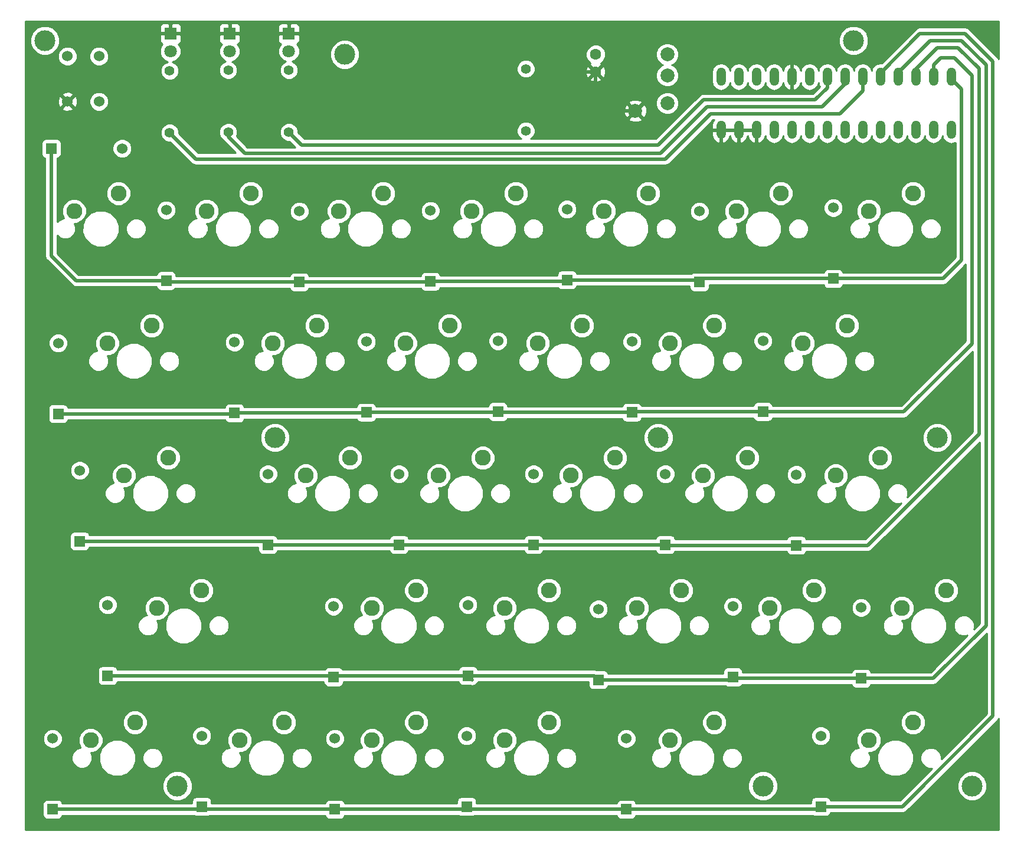
<source format=gbr>
G04 #@! TF.FileFunction,Copper,L1,Top,Signal*
%FSLAX46Y46*%
G04 Gerber Fmt 4.6, Leading zero omitted, Abs format (unit mm)*
G04 Created by KiCad (PCBNEW 4.0.1-stable) date 2017/01/26 22:55:25*
%MOMM*%
G01*
G04 APERTURE LIST*
%ADD10C,0.100000*%
%ADD11R,1.524000X1.524000*%
%ADD12C,1.524000*%
%ADD13C,2.000000*%
%ADD14C,1.397000*%
%ADD15C,2.286000*%
%ADD16O,1.320800X2.641600*%
%ADD17C,1.600000*%
%ADD18R,1.800000X1.800000*%
%ADD19C,1.800000*%
%ADD20C,2.999700*%
%ADD21C,0.600000*%
%ADD22C,0.500000*%
%ADD23C,0.254000*%
G04 APERTURE END LIST*
D10*
D11*
X32920000Y-48500000D03*
D12*
X43080000Y-48500000D03*
D11*
X49400000Y-67480000D03*
D12*
X49400000Y-57320000D03*
D11*
X68500000Y-67680000D03*
D12*
X68500000Y-57520000D03*
D11*
X87300000Y-67580000D03*
D12*
X87300000Y-57420000D03*
D11*
X106900000Y-67380000D03*
D12*
X106900000Y-57220000D03*
D11*
X125900000Y-67680000D03*
D12*
X125900000Y-57520000D03*
D11*
X145100000Y-67180000D03*
D12*
X145100000Y-57020000D03*
D11*
X33900000Y-86580000D03*
D12*
X33900000Y-76420000D03*
D11*
X59200000Y-86480000D03*
D12*
X59200000Y-76320000D03*
D11*
X78100000Y-86380000D03*
D12*
X78100000Y-76220000D03*
D11*
X97000000Y-86280000D03*
D12*
X97000000Y-76120000D03*
D11*
X116200000Y-86380000D03*
D12*
X116200000Y-76220000D03*
D11*
X135000000Y-86280000D03*
D12*
X135000000Y-76120000D03*
D11*
X37000000Y-104880000D03*
D12*
X37000000Y-94720000D03*
D11*
X64000000Y-105380000D03*
D12*
X64000000Y-95220000D03*
D11*
X82800000Y-105380000D03*
D12*
X82800000Y-95220000D03*
D11*
X102100000Y-105380000D03*
D12*
X102100000Y-95220000D03*
D11*
X121000000Y-105380000D03*
D12*
X121000000Y-95220000D03*
D11*
X139800000Y-105480000D03*
D12*
X139800000Y-95320000D03*
D11*
X41000000Y-124180000D03*
D12*
X41000000Y-114020000D03*
D11*
X73400000Y-124380000D03*
D12*
X73400000Y-114220000D03*
D11*
X92700000Y-124180000D03*
D12*
X92700000Y-114020000D03*
D11*
X111400000Y-124780000D03*
D12*
X111400000Y-114620000D03*
D11*
X130700000Y-124380000D03*
D12*
X130700000Y-114220000D03*
D11*
X149100000Y-124580000D03*
D12*
X149100000Y-114420000D03*
D11*
X33100000Y-143380000D03*
D12*
X33100000Y-133220000D03*
D11*
X54500000Y-142980000D03*
D12*
X54500000Y-132820000D03*
D11*
X73600000Y-143380000D03*
D12*
X73600000Y-133220000D03*
D11*
X92500000Y-142980000D03*
D12*
X92500000Y-132820000D03*
D11*
X115400000Y-143380000D03*
D12*
X115400000Y-133220000D03*
D11*
X143300000Y-142980000D03*
D12*
X143300000Y-132820000D03*
D13*
X121300000Y-35000000D03*
X121300000Y-38000000D03*
X116700000Y-43100000D03*
X121300000Y-42000000D03*
D14*
X101000000Y-37055000D03*
X101000000Y-45945000D03*
X49900000Y-46245000D03*
X49900000Y-37355000D03*
X58300000Y-46145000D03*
X58300000Y-37255000D03*
X67000000Y-46145000D03*
X67000000Y-37255000D03*
D15*
X42540000Y-54920000D03*
X36190000Y-57460000D03*
X61540000Y-54920000D03*
X55190000Y-57460000D03*
X80540000Y-54920000D03*
X74190000Y-57460000D03*
X99540000Y-54920000D03*
X93190000Y-57460000D03*
X118540000Y-54920000D03*
X112190000Y-57460000D03*
X137540000Y-54920000D03*
X131190000Y-57460000D03*
X156540000Y-54920000D03*
X150190000Y-57460000D03*
X47290000Y-73920000D03*
X40940000Y-76460000D03*
X71040000Y-73920000D03*
X64690000Y-76460000D03*
X90040000Y-73920000D03*
X83690000Y-76460000D03*
X109040000Y-73920000D03*
X102690000Y-76460000D03*
X128040000Y-73920000D03*
X121690000Y-76460000D03*
X147040000Y-73920000D03*
X140690000Y-76460000D03*
X49665000Y-92920000D03*
X43315000Y-95460000D03*
X75790000Y-92920000D03*
X69440000Y-95460000D03*
X94790000Y-92920000D03*
X88440000Y-95460000D03*
X113790000Y-92920000D03*
X107440000Y-95460000D03*
X132790000Y-92920000D03*
X126440000Y-95460000D03*
X151790000Y-92920000D03*
X145440000Y-95460000D03*
X54415000Y-111920000D03*
X48065000Y-114460000D03*
X85290000Y-111920000D03*
X78940000Y-114460000D03*
X104290000Y-111920000D03*
X97940000Y-114460000D03*
X123290000Y-111920000D03*
X116940000Y-114460000D03*
X142290000Y-111920000D03*
X135940000Y-114460000D03*
X161290000Y-111920000D03*
X154940000Y-114460000D03*
X66290000Y-130920000D03*
X59940000Y-133460000D03*
X85290000Y-130920000D03*
X78940000Y-133460000D03*
D16*
X162010000Y-38190000D03*
X159470000Y-38190000D03*
X156930000Y-38190000D03*
X154390000Y-38190000D03*
X151850000Y-38190000D03*
X149310000Y-38190000D03*
X146770000Y-38190000D03*
X144230000Y-38190000D03*
X141690000Y-38190000D03*
X139150000Y-38190000D03*
X136610000Y-38190000D03*
X134070000Y-38190000D03*
X131530000Y-38190000D03*
X128990000Y-38190000D03*
X128990000Y-45810000D03*
X131530000Y-45810000D03*
X134070000Y-45810000D03*
X136610000Y-45810000D03*
X139150000Y-45810000D03*
X141690000Y-45810000D03*
X144230000Y-45810000D03*
X146770000Y-45810000D03*
X149310000Y-45810000D03*
X151850000Y-45810000D03*
X154390000Y-45810000D03*
X156930000Y-45810000D03*
X159470000Y-45810000D03*
X162010000Y-45810000D03*
D17*
X111000000Y-35000000D03*
X111000000Y-37500000D03*
D18*
X50000000Y-32000000D03*
D19*
X50000000Y-34540000D03*
D18*
X58500000Y-32000000D03*
D19*
X58500000Y-34540000D03*
D18*
X67000000Y-32000000D03*
D19*
X67000000Y-34540000D03*
D12*
X39750000Y-41750000D03*
X35250000Y-41750000D03*
X35250000Y-35250000D03*
X39750000Y-35250000D03*
D15*
X44915000Y-130920000D03*
X38565000Y-133460000D03*
X104290000Y-130920000D03*
X97940000Y-133460000D03*
X128040000Y-130920000D03*
X121690000Y-133460000D03*
X156540000Y-130920000D03*
X150190000Y-133460000D03*
D20*
X65000000Y-90000000D03*
X120000000Y-90000000D03*
X160000000Y-90000000D03*
X135000000Y-140000000D03*
X51000000Y-140000000D03*
X75000000Y-35000000D03*
X148000000Y-33000000D03*
X165000000Y-140000000D03*
X32000000Y-33000000D03*
D21*
X111000000Y-47000000D03*
X104500000Y-32500000D03*
D22*
X32920000Y-48500000D02*
X32920000Y-63920000D01*
X36480000Y-67480000D02*
X49400000Y-67480000D01*
X32920000Y-63920000D02*
X36480000Y-67480000D01*
X162010000Y-38190000D02*
X162010000Y-38510000D01*
X162010000Y-38510000D02*
X163500000Y-40000000D01*
X163500000Y-40000000D02*
X163500000Y-64500000D01*
X163500000Y-64500000D02*
X160820000Y-67180000D01*
X160820000Y-67180000D02*
X145100000Y-67180000D01*
X106900000Y-67380000D02*
X125600000Y-67380000D01*
X125600000Y-67380000D02*
X125900000Y-67680000D01*
X145100000Y-67180000D02*
X126400000Y-67180000D01*
X126400000Y-67180000D02*
X125900000Y-67680000D01*
X87300000Y-67580000D02*
X106700000Y-67580000D01*
X106700000Y-67580000D02*
X106800000Y-67680000D01*
X144600000Y-67680000D02*
X145100000Y-67180000D01*
X68500000Y-67680000D02*
X87200000Y-67680000D01*
X87200000Y-67680000D02*
X87300000Y-67580000D01*
X49300000Y-67380000D02*
X49600000Y-67680000D01*
X49600000Y-67680000D02*
X68500000Y-67680000D01*
X78100000Y-86380000D02*
X96900000Y-86380000D01*
X96900000Y-86380000D02*
X97000000Y-86280000D01*
X59200000Y-86480000D02*
X78000000Y-86480000D01*
X78000000Y-86480000D02*
X78100000Y-86380000D01*
X159470000Y-38190000D02*
X159470000Y-36530000D01*
X155220000Y-86280000D02*
X135000000Y-86280000D01*
X165000000Y-76500000D02*
X155220000Y-86280000D01*
X165000000Y-38000000D02*
X165000000Y-76500000D01*
X162500000Y-35500000D02*
X165000000Y-38000000D01*
X160500000Y-35500000D02*
X162500000Y-35500000D01*
X159470000Y-36530000D02*
X160500000Y-35500000D01*
X33900000Y-86580000D02*
X59100000Y-86580000D01*
X59100000Y-86580000D02*
X59300000Y-86380000D01*
X96900000Y-86380000D02*
X116200000Y-86380000D01*
X116200000Y-86380000D02*
X116300000Y-86280000D01*
X116300000Y-86280000D02*
X135000000Y-86280000D01*
X64000000Y-105380000D02*
X82800000Y-105380000D01*
X102100000Y-105380000D02*
X82800000Y-105380000D01*
X156930000Y-38190000D02*
X156930000Y-37070000D01*
X156930000Y-37070000D02*
X160000000Y-34000000D01*
X160000000Y-34000000D02*
X163000000Y-34000000D01*
X163000000Y-34000000D02*
X166000000Y-37000000D01*
X166000000Y-37000000D02*
X166000000Y-89500000D01*
X166000000Y-89500000D02*
X150020000Y-105480000D01*
X150020000Y-105480000D02*
X139800000Y-105480000D01*
X37000000Y-104880000D02*
X63500000Y-104880000D01*
X63500000Y-104880000D02*
X64000000Y-105380000D01*
X102100000Y-105380000D02*
X121000000Y-105380000D01*
X121000000Y-105380000D02*
X121100000Y-105480000D01*
X121100000Y-105480000D02*
X139800000Y-105480000D01*
X111400000Y-124780000D02*
X130300000Y-124780000D01*
X130300000Y-124780000D02*
X130700000Y-124380000D01*
X92700000Y-124180000D02*
X110800000Y-124180000D01*
X110800000Y-124180000D02*
X111400000Y-124780000D01*
X154390000Y-38190000D02*
X154390000Y-37610000D01*
X154390000Y-37610000D02*
X159000000Y-33000000D01*
X159000000Y-33000000D02*
X163500000Y-33000000D01*
X163500000Y-33000000D02*
X167000000Y-36500000D01*
X167000000Y-36500000D02*
X167000000Y-117000000D01*
X167000000Y-117000000D02*
X159420000Y-124580000D01*
X159420000Y-124580000D02*
X149100000Y-124580000D01*
X41000000Y-124180000D02*
X73200000Y-124180000D01*
X73200000Y-124180000D02*
X92700000Y-124180000D01*
X92700000Y-124180000D02*
X93300000Y-124780000D01*
X130300000Y-124780000D02*
X130500000Y-124580000D01*
X130500000Y-124580000D02*
X149100000Y-124580000D01*
X115400000Y-143380000D02*
X92900000Y-143380000D01*
X92900000Y-143380000D02*
X92500000Y-142980000D01*
X73600000Y-143380000D02*
X92100000Y-143380000D01*
X92100000Y-143380000D02*
X92500000Y-142980000D01*
X151850000Y-38190000D02*
X151850000Y-37650000D01*
X151850000Y-37650000D02*
X157500000Y-32000000D01*
X157500000Y-32000000D02*
X164000000Y-32000000D01*
X164000000Y-32000000D02*
X168000000Y-36000000D01*
X168000000Y-36000000D02*
X168000000Y-130000000D01*
X168000000Y-130000000D02*
X155020000Y-142980000D01*
X155020000Y-142980000D02*
X143300000Y-142980000D01*
X115400000Y-143380000D02*
X142900000Y-143380000D01*
X142900000Y-143380000D02*
X143300000Y-142980000D01*
X33100000Y-143380000D02*
X54100000Y-143380000D01*
X54100000Y-143380000D02*
X73600000Y-143380000D01*
X73600000Y-143380000D02*
X74000000Y-142980000D01*
X115000000Y-142980000D02*
X115400000Y-143380000D01*
X111000000Y-47000000D02*
X111000000Y-43000000D01*
X111000000Y-37500000D02*
X111000000Y-43000000D01*
X111100000Y-43100000D02*
X116700000Y-43100000D01*
X111000000Y-43000000D02*
X111100000Y-43100000D01*
X105500000Y-37500000D02*
X111000000Y-37500000D01*
X105000000Y-37000000D02*
X105500000Y-37500000D01*
X105000000Y-33000000D02*
X105000000Y-37000000D01*
X104500000Y-32500000D02*
X105000000Y-33000000D01*
X149310000Y-38190000D02*
X149310000Y-40190000D01*
X53655000Y-50000000D02*
X49900000Y-46245000D01*
X121000000Y-50000000D02*
X53655000Y-50000000D01*
X127500000Y-43500000D02*
X121000000Y-50000000D01*
X146000000Y-43500000D02*
X127500000Y-43500000D01*
X149310000Y-40190000D02*
X146000000Y-43500000D01*
X149310000Y-38190000D02*
X149310000Y-37810000D01*
X58300000Y-46145000D02*
X58300000Y-46800000D01*
X58300000Y-46800000D02*
X60699998Y-49199998D01*
X60699998Y-49199998D02*
X120300002Y-49199998D01*
X120300002Y-49199998D02*
X127000000Y-42500000D01*
X127000000Y-42500000D02*
X143500000Y-42500000D01*
X143500000Y-42500000D02*
X146770000Y-39230000D01*
X146770000Y-39230000D02*
X146770000Y-38190000D01*
X146770000Y-38190000D02*
X146770000Y-37270000D01*
X144230000Y-38190000D02*
X144230000Y-39770000D01*
X68855000Y-48000000D02*
X67000000Y-46145000D01*
X120000000Y-48000000D02*
X68855000Y-48000000D01*
X126500000Y-41500000D02*
X120000000Y-48000000D01*
X142500000Y-41500000D02*
X126500000Y-41500000D01*
X144230000Y-39770000D02*
X142500000Y-41500000D01*
D23*
G36*
X168815000Y-35657384D02*
X168786680Y-35615000D01*
X168625790Y-35374210D01*
X168625787Y-35374208D01*
X164625790Y-31374210D01*
X164338675Y-31182367D01*
X164282484Y-31171190D01*
X164000000Y-31114999D01*
X163999995Y-31115000D01*
X157500005Y-31115000D01*
X157500000Y-31114999D01*
X157217516Y-31171190D01*
X157161325Y-31182367D01*
X156874210Y-31374210D01*
X156874208Y-31374213D01*
X152018933Y-36229487D01*
X151850000Y-36195884D01*
X151354272Y-36294490D01*
X150934014Y-36575298D01*
X150653206Y-36995556D01*
X150580000Y-37363589D01*
X150506794Y-36995556D01*
X150225986Y-36575298D01*
X149805728Y-36294490D01*
X149310000Y-36195884D01*
X148814272Y-36294490D01*
X148394014Y-36575298D01*
X148113206Y-36995556D01*
X148040000Y-37363589D01*
X147966794Y-36995556D01*
X147685986Y-36575298D01*
X147265728Y-36294490D01*
X146770000Y-36195884D01*
X146274272Y-36294490D01*
X145854014Y-36575298D01*
X145573206Y-36995556D01*
X145500000Y-37363589D01*
X145426794Y-36995556D01*
X145145986Y-36575298D01*
X144725728Y-36294490D01*
X144230000Y-36195884D01*
X143734272Y-36294490D01*
X143314014Y-36575298D01*
X143033206Y-36995556D01*
X142960000Y-37363589D01*
X142886794Y-36995556D01*
X142605986Y-36575298D01*
X142185728Y-36294490D01*
X141690000Y-36195884D01*
X141194272Y-36294490D01*
X140774014Y-36575298D01*
X140493206Y-36995556D01*
X140425385Y-37336514D01*
X140298193Y-36916539D01*
X139976184Y-36523811D01*
X139528396Y-36284205D01*
X139477105Y-36276180D01*
X139277000Y-36400067D01*
X139277000Y-38063000D01*
X139297000Y-38063000D01*
X139297000Y-38317000D01*
X139277000Y-38317000D01*
X139277000Y-39979933D01*
X139477105Y-40103820D01*
X139528396Y-40095795D01*
X139976184Y-39856189D01*
X140298193Y-39463461D01*
X140425385Y-39043486D01*
X140493206Y-39384444D01*
X140774014Y-39804702D01*
X141194272Y-40085510D01*
X141690000Y-40184116D01*
X142185728Y-40085510D01*
X142605986Y-39804702D01*
X142886794Y-39384444D01*
X142960000Y-39016411D01*
X143033206Y-39384444D01*
X143165694Y-39582726D01*
X142133420Y-40615000D01*
X126500005Y-40615000D01*
X126500000Y-40614999D01*
X126161325Y-40682367D01*
X125874210Y-40874210D01*
X125874208Y-40874213D01*
X119633420Y-47115000D01*
X101660346Y-47115000D01*
X101754380Y-47076146D01*
X102129827Y-46701353D01*
X102333268Y-46211413D01*
X102333731Y-45680914D01*
X102131146Y-45190620D01*
X101756353Y-44815173D01*
X101266413Y-44611732D01*
X100735914Y-44611269D01*
X100245620Y-44813854D01*
X99870173Y-45188647D01*
X99666732Y-45678587D01*
X99666269Y-46209086D01*
X99868854Y-46699380D01*
X100243647Y-47074827D01*
X100340394Y-47115000D01*
X69221579Y-47115000D01*
X68333429Y-46226849D01*
X68333731Y-45880914D01*
X68131146Y-45390620D01*
X67756353Y-45015173D01*
X67266413Y-44811732D01*
X66735914Y-44811269D01*
X66245620Y-45013854D01*
X65870173Y-45388647D01*
X65666732Y-45878587D01*
X65666269Y-46409086D01*
X65868854Y-46899380D01*
X66243647Y-47274827D01*
X66733587Y-47478268D01*
X67081992Y-47478572D01*
X67918419Y-48314998D01*
X61066577Y-48314998D01*
X59495287Y-46743707D01*
X59633268Y-46411413D01*
X59633731Y-45880914D01*
X59431146Y-45390620D01*
X59056353Y-45015173D01*
X58566413Y-44811732D01*
X58035914Y-44811269D01*
X57545620Y-45013854D01*
X57170173Y-45388647D01*
X56966732Y-45878587D01*
X56966269Y-46409086D01*
X57168854Y-46899380D01*
X57543647Y-47274827D01*
X57584742Y-47291891D01*
X57600176Y-47314990D01*
X57674210Y-47425790D01*
X59363421Y-49115000D01*
X54021579Y-49115000D01*
X51233429Y-46326849D01*
X51233731Y-45980914D01*
X51031146Y-45490620D01*
X50656353Y-45115173D01*
X50166413Y-44911732D01*
X49635914Y-44911269D01*
X49145620Y-45113854D01*
X48770173Y-45488647D01*
X48566732Y-45978587D01*
X48566269Y-46509086D01*
X48768854Y-46999380D01*
X49143647Y-47374827D01*
X49633587Y-47578268D01*
X49981992Y-47578572D01*
X53029208Y-50625787D01*
X53029210Y-50625790D01*
X53316325Y-50817633D01*
X53372516Y-50828810D01*
X53655000Y-50885001D01*
X53655005Y-50885000D01*
X120999995Y-50885000D01*
X121000000Y-50885001D01*
X121282484Y-50828810D01*
X121338675Y-50817633D01*
X121625790Y-50625790D01*
X126314579Y-45937000D01*
X127694600Y-45937000D01*
X127694600Y-46597400D01*
X127841807Y-47083461D01*
X128163816Y-47476189D01*
X128611604Y-47715795D01*
X128662895Y-47723820D01*
X128863000Y-47599933D01*
X128863000Y-45937000D01*
X129117000Y-45937000D01*
X129117000Y-47599933D01*
X129317105Y-47723820D01*
X129368396Y-47715795D01*
X129816184Y-47476189D01*
X130138193Y-47083461D01*
X130260000Y-46681268D01*
X130381807Y-47083461D01*
X130703816Y-47476189D01*
X131151604Y-47715795D01*
X131202895Y-47723820D01*
X131403000Y-47599933D01*
X131403000Y-45937000D01*
X131657000Y-45937000D01*
X131657000Y-47599933D01*
X131857105Y-47723820D01*
X131908396Y-47715795D01*
X132356184Y-47476189D01*
X132678193Y-47083461D01*
X132800000Y-46681268D01*
X132921807Y-47083461D01*
X133243816Y-47476189D01*
X133691604Y-47715795D01*
X133742895Y-47723820D01*
X133943000Y-47599933D01*
X133943000Y-45937000D01*
X131657000Y-45937000D01*
X131403000Y-45937000D01*
X129117000Y-45937000D01*
X128863000Y-45937000D01*
X127694600Y-45937000D01*
X126314579Y-45937000D01*
X127866579Y-44385000D01*
X127966058Y-44385000D01*
X127841807Y-44536539D01*
X127694600Y-45022600D01*
X127694600Y-45683000D01*
X128863000Y-45683000D01*
X128863000Y-45663000D01*
X129117000Y-45663000D01*
X129117000Y-45683000D01*
X131403000Y-45683000D01*
X131403000Y-45663000D01*
X131657000Y-45663000D01*
X131657000Y-45683000D01*
X133943000Y-45683000D01*
X133943000Y-45663000D01*
X134197000Y-45663000D01*
X134197000Y-45683000D01*
X134217000Y-45683000D01*
X134217000Y-45937000D01*
X134197000Y-45937000D01*
X134197000Y-47599933D01*
X134397105Y-47723820D01*
X134448396Y-47715795D01*
X134896184Y-47476189D01*
X135218193Y-47083461D01*
X135345385Y-46663486D01*
X135413206Y-47004444D01*
X135694014Y-47424702D01*
X136114272Y-47705510D01*
X136610000Y-47804116D01*
X137105728Y-47705510D01*
X137525986Y-47424702D01*
X137806794Y-47004444D01*
X137880000Y-46636411D01*
X137953206Y-47004444D01*
X138234014Y-47424702D01*
X138654272Y-47705510D01*
X139150000Y-47804116D01*
X139645728Y-47705510D01*
X140065986Y-47424702D01*
X140346794Y-47004444D01*
X140420000Y-46636411D01*
X140493206Y-47004444D01*
X140774014Y-47424702D01*
X141194272Y-47705510D01*
X141690000Y-47804116D01*
X142185728Y-47705510D01*
X142605986Y-47424702D01*
X142886794Y-47004444D01*
X142960000Y-46636411D01*
X143033206Y-47004444D01*
X143314014Y-47424702D01*
X143734272Y-47705510D01*
X144230000Y-47804116D01*
X144725728Y-47705510D01*
X145145986Y-47424702D01*
X145426794Y-47004444D01*
X145500000Y-46636411D01*
X145573206Y-47004444D01*
X145854014Y-47424702D01*
X146274272Y-47705510D01*
X146770000Y-47804116D01*
X147265728Y-47705510D01*
X147685986Y-47424702D01*
X147966794Y-47004444D01*
X148040000Y-46636411D01*
X148113206Y-47004444D01*
X148394014Y-47424702D01*
X148814272Y-47705510D01*
X149310000Y-47804116D01*
X149805728Y-47705510D01*
X150225986Y-47424702D01*
X150506794Y-47004444D01*
X150580000Y-46636411D01*
X150653206Y-47004444D01*
X150934014Y-47424702D01*
X151354272Y-47705510D01*
X151850000Y-47804116D01*
X152345728Y-47705510D01*
X152765986Y-47424702D01*
X153046794Y-47004444D01*
X153120000Y-46636411D01*
X153193206Y-47004444D01*
X153474014Y-47424702D01*
X153894272Y-47705510D01*
X154390000Y-47804116D01*
X154885728Y-47705510D01*
X155305986Y-47424702D01*
X155586794Y-47004444D01*
X155660000Y-46636411D01*
X155733206Y-47004444D01*
X156014014Y-47424702D01*
X156434272Y-47705510D01*
X156930000Y-47804116D01*
X157425728Y-47705510D01*
X157845986Y-47424702D01*
X158126794Y-47004444D01*
X158200000Y-46636411D01*
X158273206Y-47004444D01*
X158554014Y-47424702D01*
X158974272Y-47705510D01*
X159470000Y-47804116D01*
X159965728Y-47705510D01*
X160385986Y-47424702D01*
X160666794Y-47004444D01*
X160740000Y-46636411D01*
X160813206Y-47004444D01*
X161094014Y-47424702D01*
X161514272Y-47705510D01*
X162010000Y-47804116D01*
X162505728Y-47705510D01*
X162615000Y-47632497D01*
X162615000Y-64133421D01*
X160453420Y-66295000D01*
X146486296Y-66295000D01*
X146465162Y-66182683D01*
X146326090Y-65966559D01*
X146113890Y-65821569D01*
X145862000Y-65770560D01*
X144338000Y-65770560D01*
X144102683Y-65814838D01*
X143886559Y-65953910D01*
X143741569Y-66166110D01*
X143715468Y-66295000D01*
X126782688Y-66295000D01*
X126662000Y-66270560D01*
X125138000Y-66270560D01*
X124902683Y-66314838D01*
X124686559Y-66453910D01*
X124658483Y-66495000D01*
X108286296Y-66495000D01*
X108265162Y-66382683D01*
X108126090Y-66166559D01*
X107913890Y-66021569D01*
X107662000Y-65970560D01*
X106138000Y-65970560D01*
X105902683Y-66014838D01*
X105686559Y-66153910D01*
X105541569Y-66366110D01*
X105490560Y-66618000D01*
X105490560Y-66695000D01*
X88686296Y-66695000D01*
X88665162Y-66582683D01*
X88526090Y-66366559D01*
X88313890Y-66221569D01*
X88062000Y-66170560D01*
X86538000Y-66170560D01*
X86302683Y-66214838D01*
X86086559Y-66353910D01*
X85941569Y-66566110D01*
X85895218Y-66795000D01*
X69886296Y-66795000D01*
X69865162Y-66682683D01*
X69726090Y-66466559D01*
X69513890Y-66321569D01*
X69262000Y-66270560D01*
X67738000Y-66270560D01*
X67502683Y-66314838D01*
X67286559Y-66453910D01*
X67141569Y-66666110D01*
X67115468Y-66795000D01*
X50809440Y-66795000D01*
X50809440Y-66718000D01*
X50765162Y-66482683D01*
X50626090Y-66266559D01*
X50413890Y-66121569D01*
X50162000Y-66070560D01*
X48638000Y-66070560D01*
X48402683Y-66114838D01*
X48186559Y-66253910D01*
X48041569Y-66466110D01*
X48015468Y-66595000D01*
X36846579Y-66595000D01*
X33805000Y-63553420D01*
X33805000Y-60986269D01*
X34077206Y-61258951D01*
X34623139Y-61485642D01*
X35214267Y-61486158D01*
X35760595Y-61260420D01*
X36178951Y-60842794D01*
X36312726Y-60520626D01*
X37370645Y-60520626D01*
X37770028Y-61487207D01*
X38508904Y-62227373D01*
X39474785Y-62628442D01*
X40520626Y-62629355D01*
X41487207Y-62229972D01*
X42227373Y-61491096D01*
X42628442Y-60525215D01*
X42628643Y-60294267D01*
X43593842Y-60294267D01*
X43819580Y-60840595D01*
X44237206Y-61258951D01*
X44783139Y-61485642D01*
X45374267Y-61486158D01*
X45920595Y-61260420D01*
X46338951Y-60842794D01*
X46565642Y-60296861D01*
X46565644Y-60294267D01*
X52433842Y-60294267D01*
X52659580Y-60840595D01*
X53077206Y-61258951D01*
X53623139Y-61485642D01*
X54214267Y-61486158D01*
X54760595Y-61260420D01*
X55178951Y-60842794D01*
X55312726Y-60520626D01*
X56370645Y-60520626D01*
X56770028Y-61487207D01*
X57508904Y-62227373D01*
X58474785Y-62628442D01*
X59520626Y-62629355D01*
X60487207Y-62229972D01*
X61227373Y-61491096D01*
X61628442Y-60525215D01*
X61628643Y-60294267D01*
X62593842Y-60294267D01*
X62819580Y-60840595D01*
X63237206Y-61258951D01*
X63783139Y-61485642D01*
X64374267Y-61486158D01*
X64920595Y-61260420D01*
X65338951Y-60842794D01*
X65565642Y-60296861D01*
X65565644Y-60294267D01*
X71433842Y-60294267D01*
X71659580Y-60840595D01*
X72077206Y-61258951D01*
X72623139Y-61485642D01*
X73214267Y-61486158D01*
X73760595Y-61260420D01*
X74178951Y-60842794D01*
X74312726Y-60520626D01*
X75370645Y-60520626D01*
X75770028Y-61487207D01*
X76508904Y-62227373D01*
X77474785Y-62628442D01*
X78520626Y-62629355D01*
X79487207Y-62229972D01*
X80227373Y-61491096D01*
X80628442Y-60525215D01*
X80628643Y-60294267D01*
X81593842Y-60294267D01*
X81819580Y-60840595D01*
X82237206Y-61258951D01*
X82783139Y-61485642D01*
X83374267Y-61486158D01*
X83920595Y-61260420D01*
X84338951Y-60842794D01*
X84565642Y-60296861D01*
X84565644Y-60294267D01*
X90433842Y-60294267D01*
X90659580Y-60840595D01*
X91077206Y-61258951D01*
X91623139Y-61485642D01*
X92214267Y-61486158D01*
X92760595Y-61260420D01*
X93178951Y-60842794D01*
X93312726Y-60520626D01*
X94370645Y-60520626D01*
X94770028Y-61487207D01*
X95508904Y-62227373D01*
X96474785Y-62628442D01*
X97520626Y-62629355D01*
X98487207Y-62229972D01*
X99227373Y-61491096D01*
X99628442Y-60525215D01*
X99628643Y-60294267D01*
X100593842Y-60294267D01*
X100819580Y-60840595D01*
X101237206Y-61258951D01*
X101783139Y-61485642D01*
X102374267Y-61486158D01*
X102920595Y-61260420D01*
X103338951Y-60842794D01*
X103565642Y-60296861D01*
X103565644Y-60294267D01*
X109433842Y-60294267D01*
X109659580Y-60840595D01*
X110077206Y-61258951D01*
X110623139Y-61485642D01*
X111214267Y-61486158D01*
X111760595Y-61260420D01*
X112178951Y-60842794D01*
X112312726Y-60520626D01*
X113370645Y-60520626D01*
X113770028Y-61487207D01*
X114508904Y-62227373D01*
X115474785Y-62628442D01*
X116520626Y-62629355D01*
X117487207Y-62229972D01*
X118227373Y-61491096D01*
X118628442Y-60525215D01*
X118628643Y-60294267D01*
X119593842Y-60294267D01*
X119819580Y-60840595D01*
X120237206Y-61258951D01*
X120783139Y-61485642D01*
X121374267Y-61486158D01*
X121920595Y-61260420D01*
X122338951Y-60842794D01*
X122565642Y-60296861D01*
X122565644Y-60294267D01*
X128433842Y-60294267D01*
X128659580Y-60840595D01*
X129077206Y-61258951D01*
X129623139Y-61485642D01*
X130214267Y-61486158D01*
X130760595Y-61260420D01*
X131178951Y-60842794D01*
X131312726Y-60520626D01*
X132370645Y-60520626D01*
X132770028Y-61487207D01*
X133508904Y-62227373D01*
X134474785Y-62628442D01*
X135520626Y-62629355D01*
X136487207Y-62229972D01*
X137227373Y-61491096D01*
X137628442Y-60525215D01*
X137628643Y-60294267D01*
X138593842Y-60294267D01*
X138819580Y-60840595D01*
X139237206Y-61258951D01*
X139783139Y-61485642D01*
X140374267Y-61486158D01*
X140920595Y-61260420D01*
X141338951Y-60842794D01*
X141565642Y-60296861D01*
X141565644Y-60294267D01*
X147433842Y-60294267D01*
X147659580Y-60840595D01*
X148077206Y-61258951D01*
X148623139Y-61485642D01*
X149214267Y-61486158D01*
X149760595Y-61260420D01*
X150178951Y-60842794D01*
X150312726Y-60520626D01*
X151370645Y-60520626D01*
X151770028Y-61487207D01*
X152508904Y-62227373D01*
X153474785Y-62628442D01*
X154520626Y-62629355D01*
X155487207Y-62229972D01*
X156227373Y-61491096D01*
X156628442Y-60525215D01*
X156628643Y-60294267D01*
X157593842Y-60294267D01*
X157819580Y-60840595D01*
X158237206Y-61258951D01*
X158783139Y-61485642D01*
X159374267Y-61486158D01*
X159920595Y-61260420D01*
X160338951Y-60842794D01*
X160565642Y-60296861D01*
X160566158Y-59705733D01*
X160340420Y-59159405D01*
X159922794Y-58741049D01*
X159376861Y-58514358D01*
X158785733Y-58513842D01*
X158239405Y-58739580D01*
X157821049Y-59157206D01*
X157594358Y-59703139D01*
X157593842Y-60294267D01*
X156628643Y-60294267D01*
X156629355Y-59479374D01*
X156229972Y-58512793D01*
X155491096Y-57772627D01*
X154525215Y-57371558D01*
X153479374Y-57370645D01*
X152512793Y-57770028D01*
X151772627Y-58508904D01*
X151371558Y-59474785D01*
X151370645Y-60520626D01*
X150312726Y-60520626D01*
X150405642Y-60296861D01*
X150406158Y-59705733D01*
X150212903Y-59238021D01*
X150542114Y-59238308D01*
X151195840Y-58968194D01*
X151696436Y-58468471D01*
X151967691Y-57815218D01*
X151968308Y-57107886D01*
X151698194Y-56454160D01*
X151198471Y-55953564D01*
X150545218Y-55682309D01*
X149837886Y-55681692D01*
X149184160Y-55951806D01*
X148683564Y-56451529D01*
X148412309Y-57104782D01*
X148411692Y-57812114D01*
X148681806Y-58465840D01*
X148729815Y-58513933D01*
X148625733Y-58513842D01*
X148079405Y-58739580D01*
X147661049Y-59157206D01*
X147434358Y-59703139D01*
X147433842Y-60294267D01*
X141565644Y-60294267D01*
X141566158Y-59705733D01*
X141340420Y-59159405D01*
X140922794Y-58741049D01*
X140376861Y-58514358D01*
X139785733Y-58513842D01*
X139239405Y-58739580D01*
X138821049Y-59157206D01*
X138594358Y-59703139D01*
X138593842Y-60294267D01*
X137628643Y-60294267D01*
X137629355Y-59479374D01*
X137229972Y-58512793D01*
X136491096Y-57772627D01*
X135525215Y-57371558D01*
X134479374Y-57370645D01*
X133512793Y-57770028D01*
X132772627Y-58508904D01*
X132371558Y-59474785D01*
X132370645Y-60520626D01*
X131312726Y-60520626D01*
X131405642Y-60296861D01*
X131406158Y-59705733D01*
X131212903Y-59238021D01*
X131542114Y-59238308D01*
X132195840Y-58968194D01*
X132696436Y-58468471D01*
X132967691Y-57815218D01*
X132968143Y-57296661D01*
X143702758Y-57296661D01*
X143914990Y-57810303D01*
X144307630Y-58203629D01*
X144820900Y-58416757D01*
X145376661Y-58417242D01*
X145890303Y-58205010D01*
X146283629Y-57812370D01*
X146496757Y-57299100D01*
X146497242Y-56743339D01*
X146285010Y-56229697D01*
X145892370Y-55836371D01*
X145379100Y-55623243D01*
X144823339Y-55622758D01*
X144309697Y-55834990D01*
X143916371Y-56227630D01*
X143703243Y-56740900D01*
X143702758Y-57296661D01*
X132968143Y-57296661D01*
X132968308Y-57107886D01*
X132698194Y-56454160D01*
X132198471Y-55953564D01*
X131545218Y-55682309D01*
X130837886Y-55681692D01*
X130184160Y-55951806D01*
X129683564Y-56451529D01*
X129412309Y-57104782D01*
X129411692Y-57812114D01*
X129681806Y-58465840D01*
X129729815Y-58513933D01*
X129625733Y-58513842D01*
X129079405Y-58739580D01*
X128661049Y-59157206D01*
X128434358Y-59703139D01*
X128433842Y-60294267D01*
X122565644Y-60294267D01*
X122566158Y-59705733D01*
X122340420Y-59159405D01*
X121922794Y-58741049D01*
X121376861Y-58514358D01*
X120785733Y-58513842D01*
X120239405Y-58739580D01*
X119821049Y-59157206D01*
X119594358Y-59703139D01*
X119593842Y-60294267D01*
X118628643Y-60294267D01*
X118629355Y-59479374D01*
X118229972Y-58512793D01*
X117515089Y-57796661D01*
X124502758Y-57796661D01*
X124714990Y-58310303D01*
X125107630Y-58703629D01*
X125620900Y-58916757D01*
X126176661Y-58917242D01*
X126690303Y-58705010D01*
X127083629Y-58312370D01*
X127296757Y-57799100D01*
X127297242Y-57243339D01*
X127085010Y-56729697D01*
X126692370Y-56336371D01*
X126179100Y-56123243D01*
X125623339Y-56122758D01*
X125109697Y-56334990D01*
X124716371Y-56727630D01*
X124503243Y-57240900D01*
X124502758Y-57796661D01*
X117515089Y-57796661D01*
X117491096Y-57772627D01*
X116525215Y-57371558D01*
X115479374Y-57370645D01*
X114512793Y-57770028D01*
X113772627Y-58508904D01*
X113371558Y-59474785D01*
X113370645Y-60520626D01*
X112312726Y-60520626D01*
X112405642Y-60296861D01*
X112406158Y-59705733D01*
X112212903Y-59238021D01*
X112542114Y-59238308D01*
X113195840Y-58968194D01*
X113696436Y-58468471D01*
X113967691Y-57815218D01*
X113968308Y-57107886D01*
X113698194Y-56454160D01*
X113198471Y-55953564D01*
X112545218Y-55682309D01*
X111837886Y-55681692D01*
X111184160Y-55951806D01*
X110683564Y-56451529D01*
X110412309Y-57104782D01*
X110411692Y-57812114D01*
X110681806Y-58465840D01*
X110729815Y-58513933D01*
X110625733Y-58513842D01*
X110079405Y-58739580D01*
X109661049Y-59157206D01*
X109434358Y-59703139D01*
X109433842Y-60294267D01*
X103565644Y-60294267D01*
X103566158Y-59705733D01*
X103340420Y-59159405D01*
X102922794Y-58741049D01*
X102376861Y-58514358D01*
X101785733Y-58513842D01*
X101239405Y-58739580D01*
X100821049Y-59157206D01*
X100594358Y-59703139D01*
X100593842Y-60294267D01*
X99628643Y-60294267D01*
X99629355Y-59479374D01*
X99229972Y-58512793D01*
X98491096Y-57772627D01*
X97826497Y-57496661D01*
X105502758Y-57496661D01*
X105714990Y-58010303D01*
X106107630Y-58403629D01*
X106620900Y-58616757D01*
X107176661Y-58617242D01*
X107690303Y-58405010D01*
X108083629Y-58012370D01*
X108296757Y-57499100D01*
X108297242Y-56943339D01*
X108085010Y-56429697D01*
X107692370Y-56036371D01*
X107179100Y-55823243D01*
X106623339Y-55822758D01*
X106109697Y-56034990D01*
X105716371Y-56427630D01*
X105503243Y-56940900D01*
X105502758Y-57496661D01*
X97826497Y-57496661D01*
X97525215Y-57371558D01*
X96479374Y-57370645D01*
X95512793Y-57770028D01*
X94772627Y-58508904D01*
X94371558Y-59474785D01*
X94370645Y-60520626D01*
X93312726Y-60520626D01*
X93405642Y-60296861D01*
X93406158Y-59705733D01*
X93212903Y-59238021D01*
X93542114Y-59238308D01*
X94195840Y-58968194D01*
X94696436Y-58468471D01*
X94967691Y-57815218D01*
X94968308Y-57107886D01*
X94698194Y-56454160D01*
X94198471Y-55953564D01*
X93545218Y-55682309D01*
X92837886Y-55681692D01*
X92184160Y-55951806D01*
X91683564Y-56451529D01*
X91412309Y-57104782D01*
X91411692Y-57812114D01*
X91681806Y-58465840D01*
X91729815Y-58513933D01*
X91625733Y-58513842D01*
X91079405Y-58739580D01*
X90661049Y-59157206D01*
X90434358Y-59703139D01*
X90433842Y-60294267D01*
X84565644Y-60294267D01*
X84566158Y-59705733D01*
X84340420Y-59159405D01*
X83922794Y-58741049D01*
X83376861Y-58514358D01*
X82785733Y-58513842D01*
X82239405Y-58739580D01*
X81821049Y-59157206D01*
X81594358Y-59703139D01*
X81593842Y-60294267D01*
X80628643Y-60294267D01*
X80629355Y-59479374D01*
X80229972Y-58512793D01*
X79491096Y-57772627D01*
X79308150Y-57696661D01*
X85902758Y-57696661D01*
X86114990Y-58210303D01*
X86507630Y-58603629D01*
X87020900Y-58816757D01*
X87576661Y-58817242D01*
X88090303Y-58605010D01*
X88483629Y-58212370D01*
X88696757Y-57699100D01*
X88697242Y-57143339D01*
X88485010Y-56629697D01*
X88092370Y-56236371D01*
X87579100Y-56023243D01*
X87023339Y-56022758D01*
X86509697Y-56234990D01*
X86116371Y-56627630D01*
X85903243Y-57140900D01*
X85902758Y-57696661D01*
X79308150Y-57696661D01*
X78525215Y-57371558D01*
X77479374Y-57370645D01*
X76512793Y-57770028D01*
X75772627Y-58508904D01*
X75371558Y-59474785D01*
X75370645Y-60520626D01*
X74312726Y-60520626D01*
X74405642Y-60296861D01*
X74406158Y-59705733D01*
X74212903Y-59238021D01*
X74542114Y-59238308D01*
X75195840Y-58968194D01*
X75696436Y-58468471D01*
X75967691Y-57815218D01*
X75968308Y-57107886D01*
X75698194Y-56454160D01*
X75198471Y-55953564D01*
X74545218Y-55682309D01*
X73837886Y-55681692D01*
X73184160Y-55951806D01*
X72683564Y-56451529D01*
X72412309Y-57104782D01*
X72411692Y-57812114D01*
X72681806Y-58465840D01*
X72729815Y-58513933D01*
X72625733Y-58513842D01*
X72079405Y-58739580D01*
X71661049Y-59157206D01*
X71434358Y-59703139D01*
X71433842Y-60294267D01*
X65565644Y-60294267D01*
X65566158Y-59705733D01*
X65340420Y-59159405D01*
X64922794Y-58741049D01*
X64376861Y-58514358D01*
X63785733Y-58513842D01*
X63239405Y-58739580D01*
X62821049Y-59157206D01*
X62594358Y-59703139D01*
X62593842Y-60294267D01*
X61628643Y-60294267D01*
X61629355Y-59479374D01*
X61229972Y-58512793D01*
X60515089Y-57796661D01*
X67102758Y-57796661D01*
X67314990Y-58310303D01*
X67707630Y-58703629D01*
X68220900Y-58916757D01*
X68776661Y-58917242D01*
X69290303Y-58705010D01*
X69683629Y-58312370D01*
X69896757Y-57799100D01*
X69897242Y-57243339D01*
X69685010Y-56729697D01*
X69292370Y-56336371D01*
X68779100Y-56123243D01*
X68223339Y-56122758D01*
X67709697Y-56334990D01*
X67316371Y-56727630D01*
X67103243Y-57240900D01*
X67102758Y-57796661D01*
X60515089Y-57796661D01*
X60491096Y-57772627D01*
X59525215Y-57371558D01*
X58479374Y-57370645D01*
X57512793Y-57770028D01*
X56772627Y-58508904D01*
X56371558Y-59474785D01*
X56370645Y-60520626D01*
X55312726Y-60520626D01*
X55405642Y-60296861D01*
X55406158Y-59705733D01*
X55212903Y-59238021D01*
X55542114Y-59238308D01*
X56195840Y-58968194D01*
X56696436Y-58468471D01*
X56967691Y-57815218D01*
X56968308Y-57107886D01*
X56698194Y-56454160D01*
X56198471Y-55953564D01*
X55545218Y-55682309D01*
X54837886Y-55681692D01*
X54184160Y-55951806D01*
X53683564Y-56451529D01*
X53412309Y-57104782D01*
X53411692Y-57812114D01*
X53681806Y-58465840D01*
X53729815Y-58513933D01*
X53625733Y-58513842D01*
X53079405Y-58739580D01*
X52661049Y-59157206D01*
X52434358Y-59703139D01*
X52433842Y-60294267D01*
X46565644Y-60294267D01*
X46566158Y-59705733D01*
X46340420Y-59159405D01*
X45922794Y-58741049D01*
X45376861Y-58514358D01*
X44785733Y-58513842D01*
X44239405Y-58739580D01*
X43821049Y-59157206D01*
X43594358Y-59703139D01*
X43593842Y-60294267D01*
X42628643Y-60294267D01*
X42629355Y-59479374D01*
X42229972Y-58512793D01*
X41491096Y-57772627D01*
X41067323Y-57596661D01*
X48002758Y-57596661D01*
X48214990Y-58110303D01*
X48607630Y-58503629D01*
X49120900Y-58716757D01*
X49676661Y-58717242D01*
X50190303Y-58505010D01*
X50583629Y-58112370D01*
X50796757Y-57599100D01*
X50797242Y-57043339D01*
X50585010Y-56529697D01*
X50192370Y-56136371D01*
X49679100Y-55923243D01*
X49123339Y-55922758D01*
X48609697Y-56134990D01*
X48216371Y-56527630D01*
X48003243Y-57040900D01*
X48002758Y-57596661D01*
X41067323Y-57596661D01*
X40525215Y-57371558D01*
X39479374Y-57370645D01*
X38512793Y-57770028D01*
X37772627Y-58508904D01*
X37371558Y-59474785D01*
X37370645Y-60520626D01*
X36312726Y-60520626D01*
X36405642Y-60296861D01*
X36406158Y-59705733D01*
X36212903Y-59238021D01*
X36542114Y-59238308D01*
X37195840Y-58968194D01*
X37696436Y-58468471D01*
X37967691Y-57815218D01*
X37968308Y-57107886D01*
X37698194Y-56454160D01*
X37198471Y-55953564D01*
X36545218Y-55682309D01*
X35837886Y-55681692D01*
X35184160Y-55951806D01*
X34683564Y-56451529D01*
X34412309Y-57104782D01*
X34411692Y-57812114D01*
X34681806Y-58465840D01*
X34729815Y-58513933D01*
X34625733Y-58513842D01*
X34079405Y-58739580D01*
X33805000Y-59013506D01*
X33805000Y-55272114D01*
X40761692Y-55272114D01*
X41031806Y-55925840D01*
X41531529Y-56426436D01*
X42184782Y-56697691D01*
X42892114Y-56698308D01*
X43545840Y-56428194D01*
X44046436Y-55928471D01*
X44317691Y-55275218D01*
X44317693Y-55272114D01*
X59761692Y-55272114D01*
X60031806Y-55925840D01*
X60531529Y-56426436D01*
X61184782Y-56697691D01*
X61892114Y-56698308D01*
X62545840Y-56428194D01*
X63046436Y-55928471D01*
X63317691Y-55275218D01*
X63317693Y-55272114D01*
X78761692Y-55272114D01*
X79031806Y-55925840D01*
X79531529Y-56426436D01*
X80184782Y-56697691D01*
X80892114Y-56698308D01*
X81545840Y-56428194D01*
X82046436Y-55928471D01*
X82317691Y-55275218D01*
X82317693Y-55272114D01*
X97761692Y-55272114D01*
X98031806Y-55925840D01*
X98531529Y-56426436D01*
X99184782Y-56697691D01*
X99892114Y-56698308D01*
X100545840Y-56428194D01*
X101046436Y-55928471D01*
X101317691Y-55275218D01*
X101317693Y-55272114D01*
X116761692Y-55272114D01*
X117031806Y-55925840D01*
X117531529Y-56426436D01*
X118184782Y-56697691D01*
X118892114Y-56698308D01*
X119545840Y-56428194D01*
X120046436Y-55928471D01*
X120317691Y-55275218D01*
X120317693Y-55272114D01*
X135761692Y-55272114D01*
X136031806Y-55925840D01*
X136531529Y-56426436D01*
X137184782Y-56697691D01*
X137892114Y-56698308D01*
X138545840Y-56428194D01*
X139046436Y-55928471D01*
X139317691Y-55275218D01*
X139317693Y-55272114D01*
X154761692Y-55272114D01*
X155031806Y-55925840D01*
X155531529Y-56426436D01*
X156184782Y-56697691D01*
X156892114Y-56698308D01*
X157545840Y-56428194D01*
X158046436Y-55928471D01*
X158317691Y-55275218D01*
X158318308Y-54567886D01*
X158048194Y-53914160D01*
X157548471Y-53413564D01*
X156895218Y-53142309D01*
X156187886Y-53141692D01*
X155534160Y-53411806D01*
X155033564Y-53911529D01*
X154762309Y-54564782D01*
X154761692Y-55272114D01*
X139317693Y-55272114D01*
X139318308Y-54567886D01*
X139048194Y-53914160D01*
X138548471Y-53413564D01*
X137895218Y-53142309D01*
X137187886Y-53141692D01*
X136534160Y-53411806D01*
X136033564Y-53911529D01*
X135762309Y-54564782D01*
X135761692Y-55272114D01*
X120317693Y-55272114D01*
X120318308Y-54567886D01*
X120048194Y-53914160D01*
X119548471Y-53413564D01*
X118895218Y-53142309D01*
X118187886Y-53141692D01*
X117534160Y-53411806D01*
X117033564Y-53911529D01*
X116762309Y-54564782D01*
X116761692Y-55272114D01*
X101317693Y-55272114D01*
X101318308Y-54567886D01*
X101048194Y-53914160D01*
X100548471Y-53413564D01*
X99895218Y-53142309D01*
X99187886Y-53141692D01*
X98534160Y-53411806D01*
X98033564Y-53911529D01*
X97762309Y-54564782D01*
X97761692Y-55272114D01*
X82317693Y-55272114D01*
X82318308Y-54567886D01*
X82048194Y-53914160D01*
X81548471Y-53413564D01*
X80895218Y-53142309D01*
X80187886Y-53141692D01*
X79534160Y-53411806D01*
X79033564Y-53911529D01*
X78762309Y-54564782D01*
X78761692Y-55272114D01*
X63317693Y-55272114D01*
X63318308Y-54567886D01*
X63048194Y-53914160D01*
X62548471Y-53413564D01*
X61895218Y-53142309D01*
X61187886Y-53141692D01*
X60534160Y-53411806D01*
X60033564Y-53911529D01*
X59762309Y-54564782D01*
X59761692Y-55272114D01*
X44317693Y-55272114D01*
X44318308Y-54567886D01*
X44048194Y-53914160D01*
X43548471Y-53413564D01*
X42895218Y-53142309D01*
X42187886Y-53141692D01*
X41534160Y-53411806D01*
X41033564Y-53911529D01*
X40762309Y-54564782D01*
X40761692Y-55272114D01*
X33805000Y-55272114D01*
X33805000Y-49886296D01*
X33917317Y-49865162D01*
X34133441Y-49726090D01*
X34278431Y-49513890D01*
X34329440Y-49262000D01*
X34329440Y-48776661D01*
X41682758Y-48776661D01*
X41894990Y-49290303D01*
X42287630Y-49683629D01*
X42800900Y-49896757D01*
X43356661Y-49897242D01*
X43870303Y-49685010D01*
X44263629Y-49292370D01*
X44476757Y-48779100D01*
X44477242Y-48223339D01*
X44265010Y-47709697D01*
X43872370Y-47316371D01*
X43359100Y-47103243D01*
X42803339Y-47102758D01*
X42289697Y-47314990D01*
X41896371Y-47707630D01*
X41683243Y-48220900D01*
X41682758Y-48776661D01*
X34329440Y-48776661D01*
X34329440Y-47738000D01*
X34285162Y-47502683D01*
X34146090Y-47286559D01*
X33933890Y-47141569D01*
X33682000Y-47090560D01*
X32158000Y-47090560D01*
X31922683Y-47134838D01*
X31706559Y-47273910D01*
X31561569Y-47486110D01*
X31510560Y-47738000D01*
X31510560Y-49262000D01*
X31554838Y-49497317D01*
X31693910Y-49713441D01*
X31906110Y-49858431D01*
X32035000Y-49884532D01*
X32035000Y-63919995D01*
X32034999Y-63920000D01*
X32083003Y-64161326D01*
X32102367Y-64258675D01*
X32263614Y-64500000D01*
X32294210Y-64545790D01*
X35854208Y-68105787D01*
X35854210Y-68105790D01*
X36058064Y-68242000D01*
X36141325Y-68297633D01*
X36480000Y-68365001D01*
X36480005Y-68365000D01*
X48013704Y-68365000D01*
X48034838Y-68477317D01*
X48173910Y-68693441D01*
X48386110Y-68838431D01*
X48638000Y-68889440D01*
X50162000Y-68889440D01*
X50397317Y-68845162D01*
X50613441Y-68706090D01*
X50709844Y-68565000D01*
X67113704Y-68565000D01*
X67134838Y-68677317D01*
X67273910Y-68893441D01*
X67486110Y-69038431D01*
X67738000Y-69089440D01*
X69262000Y-69089440D01*
X69497317Y-69045162D01*
X69713441Y-68906090D01*
X69858431Y-68693890D01*
X69884532Y-68565000D01*
X85932520Y-68565000D01*
X85934838Y-68577317D01*
X86073910Y-68793441D01*
X86286110Y-68938431D01*
X86538000Y-68989440D01*
X88062000Y-68989440D01*
X88297317Y-68945162D01*
X88513441Y-68806090D01*
X88658431Y-68593890D01*
X88684532Y-68465000D01*
X105591260Y-68465000D01*
X105673910Y-68593441D01*
X105886110Y-68738431D01*
X106138000Y-68789440D01*
X107662000Y-68789440D01*
X107897317Y-68745162D01*
X108113441Y-68606090D01*
X108258431Y-68393890D01*
X108284532Y-68265000D01*
X124490560Y-68265000D01*
X124490560Y-68442000D01*
X124534838Y-68677317D01*
X124673910Y-68893441D01*
X124886110Y-69038431D01*
X125138000Y-69089440D01*
X126662000Y-69089440D01*
X126897317Y-69045162D01*
X127113441Y-68906090D01*
X127258431Y-68693890D01*
X127309440Y-68442000D01*
X127309440Y-68065000D01*
X143713704Y-68065000D01*
X143734838Y-68177317D01*
X143873910Y-68393441D01*
X144086110Y-68538431D01*
X144338000Y-68589440D01*
X145862000Y-68589440D01*
X146097317Y-68545162D01*
X146313441Y-68406090D01*
X146458431Y-68193890D01*
X146484532Y-68065000D01*
X160819995Y-68065000D01*
X160820000Y-68065001D01*
X161117667Y-68005790D01*
X161158675Y-67997633D01*
X161445790Y-67805790D01*
X161445791Y-67805789D01*
X164115000Y-65136579D01*
X164115000Y-76133421D01*
X154853420Y-85395000D01*
X136386296Y-85395000D01*
X136365162Y-85282683D01*
X136226090Y-85066559D01*
X136013890Y-84921569D01*
X135762000Y-84870560D01*
X134238000Y-84870560D01*
X134002683Y-84914838D01*
X133786559Y-85053910D01*
X133641569Y-85266110D01*
X133615468Y-85395000D01*
X117567480Y-85395000D01*
X117565162Y-85382683D01*
X117426090Y-85166559D01*
X117213890Y-85021569D01*
X116962000Y-84970560D01*
X115438000Y-84970560D01*
X115202683Y-85014838D01*
X114986559Y-85153910D01*
X114841569Y-85366110D01*
X114815468Y-85495000D01*
X98405112Y-85495000D01*
X98365162Y-85282683D01*
X98226090Y-85066559D01*
X98013890Y-84921569D01*
X97762000Y-84870560D01*
X96238000Y-84870560D01*
X96002683Y-84914838D01*
X95786559Y-85053910D01*
X95641569Y-85266110D01*
X95595218Y-85495000D01*
X79486296Y-85495000D01*
X79465162Y-85382683D01*
X79326090Y-85166559D01*
X79113890Y-85021569D01*
X78862000Y-84970560D01*
X77338000Y-84970560D01*
X77102683Y-85014838D01*
X76886559Y-85153910D01*
X76741569Y-85366110D01*
X76695218Y-85595000D01*
X60586296Y-85595000D01*
X60565162Y-85482683D01*
X60426090Y-85266559D01*
X60213890Y-85121569D01*
X59962000Y-85070560D01*
X58438000Y-85070560D01*
X58202683Y-85114838D01*
X57986559Y-85253910D01*
X57841569Y-85466110D01*
X57795218Y-85695000D01*
X35286296Y-85695000D01*
X35265162Y-85582683D01*
X35126090Y-85366559D01*
X34913890Y-85221569D01*
X34662000Y-85170560D01*
X33138000Y-85170560D01*
X32902683Y-85214838D01*
X32686559Y-85353910D01*
X32541569Y-85566110D01*
X32490560Y-85818000D01*
X32490560Y-87342000D01*
X32534838Y-87577317D01*
X32673910Y-87793441D01*
X32886110Y-87938431D01*
X33138000Y-87989440D01*
X34662000Y-87989440D01*
X34897317Y-87945162D01*
X35113441Y-87806090D01*
X35258431Y-87593890D01*
X35284532Y-87465000D01*
X57832520Y-87465000D01*
X57834838Y-87477317D01*
X57973910Y-87693441D01*
X58186110Y-87838431D01*
X58438000Y-87889440D01*
X59962000Y-87889440D01*
X60197317Y-87845162D01*
X60413441Y-87706090D01*
X60558431Y-87493890D01*
X60584532Y-87365000D01*
X76732520Y-87365000D01*
X76734838Y-87377317D01*
X76873910Y-87593441D01*
X77086110Y-87738431D01*
X77338000Y-87789440D01*
X78862000Y-87789440D01*
X79097317Y-87745162D01*
X79313441Y-87606090D01*
X79458431Y-87393890D01*
X79484532Y-87265000D01*
X95632520Y-87265000D01*
X95634838Y-87277317D01*
X95773910Y-87493441D01*
X95986110Y-87638431D01*
X96238000Y-87689440D01*
X97762000Y-87689440D01*
X97997317Y-87645162D01*
X98213441Y-87506090D01*
X98358431Y-87293890D01*
X98364281Y-87265000D01*
X114813704Y-87265000D01*
X114834838Y-87377317D01*
X114973910Y-87593441D01*
X115186110Y-87738431D01*
X115438000Y-87789440D01*
X116962000Y-87789440D01*
X117197317Y-87745162D01*
X117413441Y-87606090D01*
X117558431Y-87393890D01*
X117604782Y-87165000D01*
X133613704Y-87165000D01*
X133634838Y-87277317D01*
X133773910Y-87493441D01*
X133986110Y-87638431D01*
X134238000Y-87689440D01*
X135762000Y-87689440D01*
X135997317Y-87645162D01*
X136213441Y-87506090D01*
X136358431Y-87293890D01*
X136384532Y-87165000D01*
X155219995Y-87165000D01*
X155220000Y-87165001D01*
X155517667Y-87105790D01*
X155558675Y-87097633D01*
X155845790Y-86905790D01*
X165115000Y-77636579D01*
X165115000Y-89133421D01*
X155719128Y-98529292D01*
X155815642Y-98296861D01*
X155816158Y-97705733D01*
X155590420Y-97159405D01*
X155172794Y-96741049D01*
X154626861Y-96514358D01*
X154035733Y-96513842D01*
X153489405Y-96739580D01*
X153071049Y-97157206D01*
X152844358Y-97703139D01*
X152843842Y-98294267D01*
X153069580Y-98840595D01*
X153487206Y-99258951D01*
X154033139Y-99485642D01*
X154624267Y-99486158D01*
X154859429Y-99388991D01*
X149653420Y-104595000D01*
X141186296Y-104595000D01*
X141165162Y-104482683D01*
X141026090Y-104266559D01*
X140813890Y-104121569D01*
X140562000Y-104070560D01*
X139038000Y-104070560D01*
X138802683Y-104114838D01*
X138586559Y-104253910D01*
X138441569Y-104466110D01*
X138415468Y-104595000D01*
X122405112Y-104595000D01*
X122365162Y-104382683D01*
X122226090Y-104166559D01*
X122013890Y-104021569D01*
X121762000Y-103970560D01*
X120238000Y-103970560D01*
X120002683Y-104014838D01*
X119786559Y-104153910D01*
X119641569Y-104366110D01*
X119615468Y-104495000D01*
X103486296Y-104495000D01*
X103465162Y-104382683D01*
X103326090Y-104166559D01*
X103113890Y-104021569D01*
X102862000Y-103970560D01*
X101338000Y-103970560D01*
X101102683Y-104014838D01*
X100886559Y-104153910D01*
X100741569Y-104366110D01*
X100715468Y-104495000D01*
X84186296Y-104495000D01*
X84165162Y-104382683D01*
X84026090Y-104166559D01*
X83813890Y-104021569D01*
X83562000Y-103970560D01*
X82038000Y-103970560D01*
X81802683Y-104014838D01*
X81586559Y-104153910D01*
X81441569Y-104366110D01*
X81415468Y-104495000D01*
X65386296Y-104495000D01*
X65365162Y-104382683D01*
X65226090Y-104166559D01*
X65013890Y-104021569D01*
X64762000Y-103970560D01*
X63238000Y-103970560D01*
X63108113Y-103995000D01*
X38386296Y-103995000D01*
X38365162Y-103882683D01*
X38226090Y-103666559D01*
X38013890Y-103521569D01*
X37762000Y-103470560D01*
X36238000Y-103470560D01*
X36002683Y-103514838D01*
X35786559Y-103653910D01*
X35641569Y-103866110D01*
X35590560Y-104118000D01*
X35590560Y-105642000D01*
X35634838Y-105877317D01*
X35773910Y-106093441D01*
X35986110Y-106238431D01*
X36238000Y-106289440D01*
X37762000Y-106289440D01*
X37997317Y-106245162D01*
X38213441Y-106106090D01*
X38358431Y-105893890D01*
X38384532Y-105765000D01*
X62590560Y-105765000D01*
X62590560Y-106142000D01*
X62634838Y-106377317D01*
X62773910Y-106593441D01*
X62986110Y-106738431D01*
X63238000Y-106789440D01*
X64762000Y-106789440D01*
X64997317Y-106745162D01*
X65213441Y-106606090D01*
X65358431Y-106393890D01*
X65384532Y-106265000D01*
X81413704Y-106265000D01*
X81434838Y-106377317D01*
X81573910Y-106593441D01*
X81786110Y-106738431D01*
X82038000Y-106789440D01*
X83562000Y-106789440D01*
X83797317Y-106745162D01*
X84013441Y-106606090D01*
X84158431Y-106393890D01*
X84184532Y-106265000D01*
X100713704Y-106265000D01*
X100734838Y-106377317D01*
X100873910Y-106593441D01*
X101086110Y-106738431D01*
X101338000Y-106789440D01*
X102862000Y-106789440D01*
X103097317Y-106745162D01*
X103313441Y-106606090D01*
X103458431Y-106393890D01*
X103484532Y-106265000D01*
X119613704Y-106265000D01*
X119634838Y-106377317D01*
X119773910Y-106593441D01*
X119986110Y-106738431D01*
X120238000Y-106789440D01*
X121762000Y-106789440D01*
X121997317Y-106745162D01*
X122213441Y-106606090D01*
X122358431Y-106393890D01*
X122364281Y-106365000D01*
X138413704Y-106365000D01*
X138434838Y-106477317D01*
X138573910Y-106693441D01*
X138786110Y-106838431D01*
X139038000Y-106889440D01*
X140562000Y-106889440D01*
X140797317Y-106845162D01*
X141013441Y-106706090D01*
X141158431Y-106493890D01*
X141184532Y-106365000D01*
X150019995Y-106365000D01*
X150020000Y-106365001D01*
X150302484Y-106308810D01*
X150358675Y-106297633D01*
X150645790Y-106105790D01*
X150645791Y-106105789D01*
X166115000Y-90636579D01*
X166115000Y-116633421D01*
X165219128Y-117529293D01*
X165315642Y-117296861D01*
X165316158Y-116705733D01*
X165090420Y-116159405D01*
X164672794Y-115741049D01*
X164126861Y-115514358D01*
X163535733Y-115513842D01*
X162989405Y-115739580D01*
X162571049Y-116157206D01*
X162344358Y-116703139D01*
X162343842Y-117294267D01*
X162569580Y-117840595D01*
X162987206Y-118258951D01*
X163533139Y-118485642D01*
X164124267Y-118486158D01*
X164359430Y-118388991D01*
X159053420Y-123695000D01*
X150486296Y-123695000D01*
X150465162Y-123582683D01*
X150326090Y-123366559D01*
X150113890Y-123221569D01*
X149862000Y-123170560D01*
X148338000Y-123170560D01*
X148102683Y-123214838D01*
X147886559Y-123353910D01*
X147741569Y-123566110D01*
X147715468Y-123695000D01*
X132109440Y-123695000D01*
X132109440Y-123618000D01*
X132065162Y-123382683D01*
X131926090Y-123166559D01*
X131713890Y-123021569D01*
X131462000Y-122970560D01*
X129938000Y-122970560D01*
X129702683Y-123014838D01*
X129486559Y-123153910D01*
X129341569Y-123366110D01*
X129290560Y-123618000D01*
X129290560Y-123895000D01*
X112786296Y-123895000D01*
X112765162Y-123782683D01*
X112626090Y-123566559D01*
X112413890Y-123421569D01*
X112162000Y-123370560D01*
X111150937Y-123370560D01*
X111138675Y-123362367D01*
X111082484Y-123351190D01*
X110800000Y-123294999D01*
X110799995Y-123295000D01*
X94086296Y-123295000D01*
X94065162Y-123182683D01*
X93926090Y-122966559D01*
X93713890Y-122821569D01*
X93462000Y-122770560D01*
X91938000Y-122770560D01*
X91702683Y-122814838D01*
X91486559Y-122953910D01*
X91341569Y-123166110D01*
X91315468Y-123295000D01*
X74708740Y-123295000D01*
X74626090Y-123166559D01*
X74413890Y-123021569D01*
X74162000Y-122970560D01*
X72638000Y-122970560D01*
X72402683Y-123014838D01*
X72186559Y-123153910D01*
X72090156Y-123295000D01*
X42386296Y-123295000D01*
X42365162Y-123182683D01*
X42226090Y-122966559D01*
X42013890Y-122821569D01*
X41762000Y-122770560D01*
X40238000Y-122770560D01*
X40002683Y-122814838D01*
X39786559Y-122953910D01*
X39641569Y-123166110D01*
X39590560Y-123418000D01*
X39590560Y-124942000D01*
X39634838Y-125177317D01*
X39773910Y-125393441D01*
X39986110Y-125538431D01*
X40238000Y-125589440D01*
X41762000Y-125589440D01*
X41997317Y-125545162D01*
X42213441Y-125406090D01*
X42358431Y-125193890D01*
X42384532Y-125065000D01*
X71990560Y-125065000D01*
X71990560Y-125142000D01*
X72034838Y-125377317D01*
X72173910Y-125593441D01*
X72386110Y-125738431D01*
X72638000Y-125789440D01*
X74162000Y-125789440D01*
X74397317Y-125745162D01*
X74613441Y-125606090D01*
X74758431Y-125393890D01*
X74809440Y-125142000D01*
X74809440Y-125065000D01*
X91313704Y-125065000D01*
X91334838Y-125177317D01*
X91473910Y-125393441D01*
X91686110Y-125538431D01*
X91938000Y-125589440D01*
X92949063Y-125589440D01*
X92961325Y-125597633D01*
X93300000Y-125665001D01*
X93638674Y-125597633D01*
X93925789Y-125405789D01*
X94117633Y-125118674D01*
X94128310Y-125065000D01*
X109990560Y-125065000D01*
X109990560Y-125542000D01*
X110034838Y-125777317D01*
X110173910Y-125993441D01*
X110386110Y-126138431D01*
X110638000Y-126189440D01*
X112162000Y-126189440D01*
X112397317Y-126145162D01*
X112613441Y-126006090D01*
X112758431Y-125793890D01*
X112784532Y-125665000D01*
X129578640Y-125665000D01*
X129686110Y-125738431D01*
X129938000Y-125789440D01*
X131462000Y-125789440D01*
X131697317Y-125745162D01*
X131913441Y-125606090D01*
X132009844Y-125465000D01*
X147713704Y-125465000D01*
X147734838Y-125577317D01*
X147873910Y-125793441D01*
X148086110Y-125938431D01*
X148338000Y-125989440D01*
X149862000Y-125989440D01*
X150097317Y-125945162D01*
X150313441Y-125806090D01*
X150458431Y-125593890D01*
X150484532Y-125465000D01*
X159419995Y-125465000D01*
X159420000Y-125465001D01*
X159717672Y-125405789D01*
X159758675Y-125397633D01*
X160045790Y-125205790D01*
X160045791Y-125205789D01*
X167115000Y-118136579D01*
X167115000Y-129633421D01*
X160565742Y-136182679D01*
X160566158Y-135705733D01*
X160340420Y-135159405D01*
X159922794Y-134741049D01*
X159376861Y-134514358D01*
X158785733Y-134513842D01*
X158239405Y-134739580D01*
X157821049Y-135157206D01*
X157594358Y-135703139D01*
X157593842Y-136294267D01*
X157819580Y-136840595D01*
X158237206Y-137258951D01*
X158783139Y-137485642D01*
X159262360Y-137486060D01*
X154653420Y-142095000D01*
X144686296Y-142095000D01*
X144665162Y-141982683D01*
X144526090Y-141766559D01*
X144313890Y-141621569D01*
X144062000Y-141570560D01*
X142538000Y-141570560D01*
X142302683Y-141614838D01*
X142086559Y-141753910D01*
X141941569Y-141966110D01*
X141890560Y-142218000D01*
X141890560Y-142495000D01*
X116786296Y-142495000D01*
X116765162Y-142382683D01*
X116626090Y-142166559D01*
X116413890Y-142021569D01*
X116162000Y-141970560D01*
X114638000Y-141970560D01*
X114402683Y-142014838D01*
X114186559Y-142153910D01*
X114041569Y-142366110D01*
X114015468Y-142495000D01*
X93909440Y-142495000D01*
X93909440Y-142218000D01*
X93865162Y-141982683D01*
X93726090Y-141766559D01*
X93513890Y-141621569D01*
X93262000Y-141570560D01*
X91738000Y-141570560D01*
X91502683Y-141614838D01*
X91286559Y-141753910D01*
X91141569Y-141966110D01*
X91090560Y-142218000D01*
X91090560Y-142495000D01*
X74986296Y-142495000D01*
X74965162Y-142382683D01*
X74826090Y-142166559D01*
X74613890Y-142021569D01*
X74362000Y-141970560D01*
X72838000Y-141970560D01*
X72602683Y-142014838D01*
X72386559Y-142153910D01*
X72241569Y-142366110D01*
X72215468Y-142495000D01*
X55909440Y-142495000D01*
X55909440Y-142218000D01*
X55865162Y-141982683D01*
X55726090Y-141766559D01*
X55513890Y-141621569D01*
X55262000Y-141570560D01*
X53738000Y-141570560D01*
X53502683Y-141614838D01*
X53286559Y-141753910D01*
X53141569Y-141966110D01*
X53090560Y-142218000D01*
X53090560Y-142495000D01*
X34486296Y-142495000D01*
X34465162Y-142382683D01*
X34326090Y-142166559D01*
X34113890Y-142021569D01*
X33862000Y-141970560D01*
X32338000Y-141970560D01*
X32102683Y-142014838D01*
X31886559Y-142153910D01*
X31741569Y-142366110D01*
X31690560Y-142618000D01*
X31690560Y-144142000D01*
X31734838Y-144377317D01*
X31873910Y-144593441D01*
X32086110Y-144738431D01*
X32338000Y-144789440D01*
X33862000Y-144789440D01*
X34097317Y-144745162D01*
X34313441Y-144606090D01*
X34458431Y-144393890D01*
X34484532Y-144265000D01*
X53378640Y-144265000D01*
X53486110Y-144338431D01*
X53738000Y-144389440D01*
X55262000Y-144389440D01*
X55497317Y-144345162D01*
X55621892Y-144265000D01*
X72213704Y-144265000D01*
X72234838Y-144377317D01*
X72373910Y-144593441D01*
X72586110Y-144738431D01*
X72838000Y-144789440D01*
X74362000Y-144789440D01*
X74597317Y-144745162D01*
X74813441Y-144606090D01*
X74958431Y-144393890D01*
X74984532Y-144265000D01*
X91378640Y-144265000D01*
X91486110Y-144338431D01*
X91738000Y-144389440D01*
X93262000Y-144389440D01*
X93497317Y-144345162D01*
X93621892Y-144265000D01*
X114013704Y-144265000D01*
X114034838Y-144377317D01*
X114173910Y-144593441D01*
X114386110Y-144738431D01*
X114638000Y-144789440D01*
X116162000Y-144789440D01*
X116397317Y-144745162D01*
X116613441Y-144606090D01*
X116758431Y-144393890D01*
X116784532Y-144265000D01*
X142178640Y-144265000D01*
X142286110Y-144338431D01*
X142538000Y-144389440D01*
X144062000Y-144389440D01*
X144297317Y-144345162D01*
X144513441Y-144206090D01*
X144658431Y-143993890D01*
X144684532Y-143865000D01*
X155019995Y-143865000D01*
X155020000Y-143865001D01*
X155302484Y-143808810D01*
X155358675Y-143797633D01*
X155645790Y-143605790D01*
X158828794Y-140422785D01*
X162864780Y-140422785D01*
X163189107Y-141207715D01*
X163789126Y-141808782D01*
X164573489Y-142134478D01*
X165422785Y-142135220D01*
X166207715Y-141810893D01*
X166808782Y-141210874D01*
X167134478Y-140426511D01*
X167135220Y-139577215D01*
X166810893Y-138792285D01*
X166210874Y-138191218D01*
X165426511Y-137865522D01*
X164577215Y-137864780D01*
X163792285Y-138189107D01*
X163191218Y-138789126D01*
X162865522Y-139573489D01*
X162864780Y-140422785D01*
X158828794Y-140422785D01*
X168625787Y-130625792D01*
X168625790Y-130625790D01*
X168815000Y-130342616D01*
X168815000Y-146315000D01*
X29185000Y-146315000D01*
X29185000Y-140422785D01*
X48864780Y-140422785D01*
X49189107Y-141207715D01*
X49789126Y-141808782D01*
X50573489Y-142134478D01*
X51422785Y-142135220D01*
X52207715Y-141810893D01*
X52808782Y-141210874D01*
X53134478Y-140426511D01*
X53134481Y-140422785D01*
X132864780Y-140422785D01*
X133189107Y-141207715D01*
X133789126Y-141808782D01*
X134573489Y-142134478D01*
X135422785Y-142135220D01*
X136207715Y-141810893D01*
X136808782Y-141210874D01*
X137134478Y-140426511D01*
X137135220Y-139577215D01*
X136810893Y-138792285D01*
X136210874Y-138191218D01*
X135426511Y-137865522D01*
X134577215Y-137864780D01*
X133792285Y-138189107D01*
X133191218Y-138789126D01*
X132865522Y-139573489D01*
X132864780Y-140422785D01*
X53134481Y-140422785D01*
X53135220Y-139577215D01*
X52810893Y-138792285D01*
X52210874Y-138191218D01*
X51426511Y-137865522D01*
X50577215Y-137864780D01*
X49792285Y-138189107D01*
X49191218Y-138789126D01*
X48865522Y-139573489D01*
X48864780Y-140422785D01*
X29185000Y-140422785D01*
X29185000Y-136294267D01*
X35808842Y-136294267D01*
X36034580Y-136840595D01*
X36452206Y-137258951D01*
X36998139Y-137485642D01*
X37589267Y-137486158D01*
X38135595Y-137260420D01*
X38553951Y-136842794D01*
X38687726Y-136520626D01*
X39745645Y-136520626D01*
X40145028Y-137487207D01*
X40883904Y-138227373D01*
X41849785Y-138628442D01*
X42895626Y-138629355D01*
X43862207Y-138229972D01*
X44602373Y-137491096D01*
X45003442Y-136525215D01*
X45003643Y-136294267D01*
X45968842Y-136294267D01*
X46194580Y-136840595D01*
X46612206Y-137258951D01*
X47158139Y-137485642D01*
X47749267Y-137486158D01*
X48295595Y-137260420D01*
X48713951Y-136842794D01*
X48940642Y-136296861D01*
X48940644Y-136294267D01*
X57183842Y-136294267D01*
X57409580Y-136840595D01*
X57827206Y-137258951D01*
X58373139Y-137485642D01*
X58964267Y-137486158D01*
X59510595Y-137260420D01*
X59928951Y-136842794D01*
X60062726Y-136520626D01*
X61120645Y-136520626D01*
X61520028Y-137487207D01*
X62258904Y-138227373D01*
X63224785Y-138628442D01*
X64270626Y-138629355D01*
X65237207Y-138229972D01*
X65977373Y-137491096D01*
X66378442Y-136525215D01*
X66378643Y-136294267D01*
X67343842Y-136294267D01*
X67569580Y-136840595D01*
X67987206Y-137258951D01*
X68533139Y-137485642D01*
X69124267Y-137486158D01*
X69670595Y-137260420D01*
X70088951Y-136842794D01*
X70315642Y-136296861D01*
X70315644Y-136294267D01*
X76183842Y-136294267D01*
X76409580Y-136840595D01*
X76827206Y-137258951D01*
X77373139Y-137485642D01*
X77964267Y-137486158D01*
X78510595Y-137260420D01*
X78928951Y-136842794D01*
X79062726Y-136520626D01*
X80120645Y-136520626D01*
X80520028Y-137487207D01*
X81258904Y-138227373D01*
X82224785Y-138628442D01*
X83270626Y-138629355D01*
X84237207Y-138229972D01*
X84977373Y-137491096D01*
X85378442Y-136525215D01*
X85378643Y-136294267D01*
X86343842Y-136294267D01*
X86569580Y-136840595D01*
X86987206Y-137258951D01*
X87533139Y-137485642D01*
X88124267Y-137486158D01*
X88670595Y-137260420D01*
X89088951Y-136842794D01*
X89315642Y-136296861D01*
X89315644Y-136294267D01*
X95183842Y-136294267D01*
X95409580Y-136840595D01*
X95827206Y-137258951D01*
X96373139Y-137485642D01*
X96964267Y-137486158D01*
X97510595Y-137260420D01*
X97928951Y-136842794D01*
X98062726Y-136520626D01*
X99120645Y-136520626D01*
X99520028Y-137487207D01*
X100258904Y-138227373D01*
X101224785Y-138628442D01*
X102270626Y-138629355D01*
X103237207Y-138229972D01*
X103977373Y-137491096D01*
X104378442Y-136525215D01*
X104378643Y-136294267D01*
X105343842Y-136294267D01*
X105569580Y-136840595D01*
X105987206Y-137258951D01*
X106533139Y-137485642D01*
X107124267Y-137486158D01*
X107670595Y-137260420D01*
X108088951Y-136842794D01*
X108315642Y-136296861D01*
X108315644Y-136294267D01*
X118933842Y-136294267D01*
X119159580Y-136840595D01*
X119577206Y-137258951D01*
X120123139Y-137485642D01*
X120714267Y-137486158D01*
X121260595Y-137260420D01*
X121678951Y-136842794D01*
X121812726Y-136520626D01*
X122870645Y-136520626D01*
X123270028Y-137487207D01*
X124008904Y-138227373D01*
X124974785Y-138628442D01*
X126020626Y-138629355D01*
X126987207Y-138229972D01*
X127727373Y-137491096D01*
X128128442Y-136525215D01*
X128128643Y-136294267D01*
X129093842Y-136294267D01*
X129319580Y-136840595D01*
X129737206Y-137258951D01*
X130283139Y-137485642D01*
X130874267Y-137486158D01*
X131420595Y-137260420D01*
X131838951Y-136842794D01*
X132065642Y-136296861D01*
X132065644Y-136294267D01*
X147433842Y-136294267D01*
X147659580Y-136840595D01*
X148077206Y-137258951D01*
X148623139Y-137485642D01*
X149214267Y-137486158D01*
X149760595Y-137260420D01*
X150178951Y-136842794D01*
X150312726Y-136520626D01*
X151370645Y-136520626D01*
X151770028Y-137487207D01*
X152508904Y-138227373D01*
X153474785Y-138628442D01*
X154520626Y-138629355D01*
X155487207Y-138229972D01*
X156227373Y-137491096D01*
X156628442Y-136525215D01*
X156629355Y-135479374D01*
X156229972Y-134512793D01*
X155491096Y-133772627D01*
X154525215Y-133371558D01*
X153479374Y-133370645D01*
X152512793Y-133770028D01*
X151772627Y-134508904D01*
X151371558Y-135474785D01*
X151370645Y-136520626D01*
X150312726Y-136520626D01*
X150405642Y-136296861D01*
X150406158Y-135705733D01*
X150212903Y-135238021D01*
X150542114Y-135238308D01*
X151195840Y-134968194D01*
X151696436Y-134468471D01*
X151967691Y-133815218D01*
X151968308Y-133107886D01*
X151698194Y-132454160D01*
X151198471Y-131953564D01*
X150545218Y-131682309D01*
X149837886Y-131681692D01*
X149184160Y-131951806D01*
X148683564Y-132451529D01*
X148412309Y-133104782D01*
X148411692Y-133812114D01*
X148681806Y-134465840D01*
X148729815Y-134513933D01*
X148625733Y-134513842D01*
X148079405Y-134739580D01*
X147661049Y-135157206D01*
X147434358Y-135703139D01*
X147433842Y-136294267D01*
X132065644Y-136294267D01*
X132066158Y-135705733D01*
X131840420Y-135159405D01*
X131422794Y-134741049D01*
X130876861Y-134514358D01*
X130285733Y-134513842D01*
X129739405Y-134739580D01*
X129321049Y-135157206D01*
X129094358Y-135703139D01*
X129093842Y-136294267D01*
X128128643Y-136294267D01*
X128129355Y-135479374D01*
X127729972Y-134512793D01*
X126991096Y-133772627D01*
X126025215Y-133371558D01*
X124979374Y-133370645D01*
X124012793Y-133770028D01*
X123272627Y-134508904D01*
X122871558Y-135474785D01*
X122870645Y-136520626D01*
X121812726Y-136520626D01*
X121905642Y-136296861D01*
X121906158Y-135705733D01*
X121712903Y-135238021D01*
X122042114Y-135238308D01*
X122695840Y-134968194D01*
X123196436Y-134468471D01*
X123467691Y-133815218D01*
X123468308Y-133107886D01*
X123463670Y-133096661D01*
X141902758Y-133096661D01*
X142114990Y-133610303D01*
X142507630Y-134003629D01*
X143020900Y-134216757D01*
X143576661Y-134217242D01*
X144090303Y-134005010D01*
X144483629Y-133612370D01*
X144696757Y-133099100D01*
X144697242Y-132543339D01*
X144485010Y-132029697D01*
X144092370Y-131636371D01*
X143579100Y-131423243D01*
X143023339Y-131422758D01*
X142509697Y-131634990D01*
X142116371Y-132027630D01*
X141903243Y-132540900D01*
X141902758Y-133096661D01*
X123463670Y-133096661D01*
X123198194Y-132454160D01*
X122698471Y-131953564D01*
X122045218Y-131682309D01*
X121337886Y-131681692D01*
X120684160Y-131951806D01*
X120183564Y-132451529D01*
X119912309Y-133104782D01*
X119911692Y-133812114D01*
X120181806Y-134465840D01*
X120229815Y-134513933D01*
X120125733Y-134513842D01*
X119579405Y-134739580D01*
X119161049Y-135157206D01*
X118934358Y-135703139D01*
X118933842Y-136294267D01*
X108315644Y-136294267D01*
X108316158Y-135705733D01*
X108090420Y-135159405D01*
X107672794Y-134741049D01*
X107126861Y-134514358D01*
X106535733Y-134513842D01*
X105989405Y-134739580D01*
X105571049Y-135157206D01*
X105344358Y-135703139D01*
X105343842Y-136294267D01*
X104378643Y-136294267D01*
X104379355Y-135479374D01*
X103979972Y-134512793D01*
X103241096Y-133772627D01*
X102576497Y-133496661D01*
X114002758Y-133496661D01*
X114214990Y-134010303D01*
X114607630Y-134403629D01*
X115120900Y-134616757D01*
X115676661Y-134617242D01*
X116190303Y-134405010D01*
X116583629Y-134012370D01*
X116796757Y-133499100D01*
X116797242Y-132943339D01*
X116585010Y-132429697D01*
X116192370Y-132036371D01*
X115679100Y-131823243D01*
X115123339Y-131822758D01*
X114609697Y-132034990D01*
X114216371Y-132427630D01*
X114003243Y-132940900D01*
X114002758Y-133496661D01*
X102576497Y-133496661D01*
X102275215Y-133371558D01*
X101229374Y-133370645D01*
X100262793Y-133770028D01*
X99522627Y-134508904D01*
X99121558Y-135474785D01*
X99120645Y-136520626D01*
X98062726Y-136520626D01*
X98155642Y-136296861D01*
X98156158Y-135705733D01*
X97962903Y-135238021D01*
X98292114Y-135238308D01*
X98945840Y-134968194D01*
X99446436Y-134468471D01*
X99717691Y-133815218D01*
X99718308Y-133107886D01*
X99448194Y-132454160D01*
X98948471Y-131953564D01*
X98295218Y-131682309D01*
X97587886Y-131681692D01*
X96934160Y-131951806D01*
X96433564Y-132451529D01*
X96162309Y-133104782D01*
X96161692Y-133812114D01*
X96431806Y-134465840D01*
X96479815Y-134513933D01*
X96375733Y-134513842D01*
X95829405Y-134739580D01*
X95411049Y-135157206D01*
X95184358Y-135703139D01*
X95183842Y-136294267D01*
X89315644Y-136294267D01*
X89316158Y-135705733D01*
X89090420Y-135159405D01*
X88672794Y-134741049D01*
X88126861Y-134514358D01*
X87535733Y-134513842D01*
X86989405Y-134739580D01*
X86571049Y-135157206D01*
X86344358Y-135703139D01*
X86343842Y-136294267D01*
X85378643Y-136294267D01*
X85379355Y-135479374D01*
X84979972Y-134512793D01*
X84241096Y-133772627D01*
X83275215Y-133371558D01*
X82229374Y-133370645D01*
X81262793Y-133770028D01*
X80522627Y-134508904D01*
X80121558Y-135474785D01*
X80120645Y-136520626D01*
X79062726Y-136520626D01*
X79155642Y-136296861D01*
X79156158Y-135705733D01*
X78962903Y-135238021D01*
X79292114Y-135238308D01*
X79945840Y-134968194D01*
X80446436Y-134468471D01*
X80717691Y-133815218D01*
X80718308Y-133107886D01*
X80713670Y-133096661D01*
X91102758Y-133096661D01*
X91314990Y-133610303D01*
X91707630Y-134003629D01*
X92220900Y-134216757D01*
X92776661Y-134217242D01*
X93290303Y-134005010D01*
X93683629Y-133612370D01*
X93896757Y-133099100D01*
X93897242Y-132543339D01*
X93685010Y-132029697D01*
X93292370Y-131636371D01*
X92779100Y-131423243D01*
X92223339Y-131422758D01*
X91709697Y-131634990D01*
X91316371Y-132027630D01*
X91103243Y-132540900D01*
X91102758Y-133096661D01*
X80713670Y-133096661D01*
X80448194Y-132454160D01*
X79948471Y-131953564D01*
X79295218Y-131682309D01*
X78587886Y-131681692D01*
X77934160Y-131951806D01*
X77433564Y-132451529D01*
X77162309Y-133104782D01*
X77161692Y-133812114D01*
X77431806Y-134465840D01*
X77479815Y-134513933D01*
X77375733Y-134513842D01*
X76829405Y-134739580D01*
X76411049Y-135157206D01*
X76184358Y-135703139D01*
X76183842Y-136294267D01*
X70315644Y-136294267D01*
X70316158Y-135705733D01*
X70090420Y-135159405D01*
X69672794Y-134741049D01*
X69126861Y-134514358D01*
X68535733Y-134513842D01*
X67989405Y-134739580D01*
X67571049Y-135157206D01*
X67344358Y-135703139D01*
X67343842Y-136294267D01*
X66378643Y-136294267D01*
X66379355Y-135479374D01*
X65979972Y-134512793D01*
X65241096Y-133772627D01*
X64576497Y-133496661D01*
X72202758Y-133496661D01*
X72414990Y-134010303D01*
X72807630Y-134403629D01*
X73320900Y-134616757D01*
X73876661Y-134617242D01*
X74390303Y-134405010D01*
X74783629Y-134012370D01*
X74996757Y-133499100D01*
X74997242Y-132943339D01*
X74785010Y-132429697D01*
X74392370Y-132036371D01*
X73879100Y-131823243D01*
X73323339Y-131822758D01*
X72809697Y-132034990D01*
X72416371Y-132427630D01*
X72203243Y-132940900D01*
X72202758Y-133496661D01*
X64576497Y-133496661D01*
X64275215Y-133371558D01*
X63229374Y-133370645D01*
X62262793Y-133770028D01*
X61522627Y-134508904D01*
X61121558Y-135474785D01*
X61120645Y-136520626D01*
X60062726Y-136520626D01*
X60155642Y-136296861D01*
X60156158Y-135705733D01*
X59962903Y-135238021D01*
X60292114Y-135238308D01*
X60945840Y-134968194D01*
X61446436Y-134468471D01*
X61717691Y-133815218D01*
X61718308Y-133107886D01*
X61448194Y-132454160D01*
X60948471Y-131953564D01*
X60295218Y-131682309D01*
X59587886Y-131681692D01*
X58934160Y-131951806D01*
X58433564Y-132451529D01*
X58162309Y-133104782D01*
X58161692Y-133812114D01*
X58431806Y-134465840D01*
X58479815Y-134513933D01*
X58375733Y-134513842D01*
X57829405Y-134739580D01*
X57411049Y-135157206D01*
X57184358Y-135703139D01*
X57183842Y-136294267D01*
X48940644Y-136294267D01*
X48941158Y-135705733D01*
X48715420Y-135159405D01*
X48297794Y-134741049D01*
X47751861Y-134514358D01*
X47160733Y-134513842D01*
X46614405Y-134739580D01*
X46196049Y-135157206D01*
X45969358Y-135703139D01*
X45968842Y-136294267D01*
X45003643Y-136294267D01*
X45004355Y-135479374D01*
X44604972Y-134512793D01*
X43866096Y-133772627D01*
X42900215Y-133371558D01*
X41854374Y-133370645D01*
X40887793Y-133770028D01*
X40147627Y-134508904D01*
X39746558Y-135474785D01*
X39745645Y-136520626D01*
X38687726Y-136520626D01*
X38780642Y-136296861D01*
X38781158Y-135705733D01*
X38587903Y-135238021D01*
X38917114Y-135238308D01*
X39570840Y-134968194D01*
X40071436Y-134468471D01*
X40342691Y-133815218D01*
X40343308Y-133107886D01*
X40338670Y-133096661D01*
X53102758Y-133096661D01*
X53314990Y-133610303D01*
X53707630Y-134003629D01*
X54220900Y-134216757D01*
X54776661Y-134217242D01*
X55290303Y-134005010D01*
X55683629Y-133612370D01*
X55896757Y-133099100D01*
X55897242Y-132543339D01*
X55685010Y-132029697D01*
X55292370Y-131636371D01*
X54779100Y-131423243D01*
X54223339Y-131422758D01*
X53709697Y-131634990D01*
X53316371Y-132027630D01*
X53103243Y-132540900D01*
X53102758Y-133096661D01*
X40338670Y-133096661D01*
X40073194Y-132454160D01*
X39573471Y-131953564D01*
X38920218Y-131682309D01*
X38212886Y-131681692D01*
X37559160Y-131951806D01*
X37058564Y-132451529D01*
X36787309Y-133104782D01*
X36786692Y-133812114D01*
X37056806Y-134465840D01*
X37104815Y-134513933D01*
X37000733Y-134513842D01*
X36454405Y-134739580D01*
X36036049Y-135157206D01*
X35809358Y-135703139D01*
X35808842Y-136294267D01*
X29185000Y-136294267D01*
X29185000Y-133496661D01*
X31702758Y-133496661D01*
X31914990Y-134010303D01*
X32307630Y-134403629D01*
X32820900Y-134616757D01*
X33376661Y-134617242D01*
X33890303Y-134405010D01*
X34283629Y-134012370D01*
X34496757Y-133499100D01*
X34497242Y-132943339D01*
X34285010Y-132429697D01*
X33892370Y-132036371D01*
X33379100Y-131823243D01*
X32823339Y-131822758D01*
X32309697Y-132034990D01*
X31916371Y-132427630D01*
X31703243Y-132940900D01*
X31702758Y-133496661D01*
X29185000Y-133496661D01*
X29185000Y-131272114D01*
X43136692Y-131272114D01*
X43406806Y-131925840D01*
X43906529Y-132426436D01*
X44559782Y-132697691D01*
X45267114Y-132698308D01*
X45920840Y-132428194D01*
X46421436Y-131928471D01*
X46692691Y-131275218D01*
X46692693Y-131272114D01*
X64511692Y-131272114D01*
X64781806Y-131925840D01*
X65281529Y-132426436D01*
X65934782Y-132697691D01*
X66642114Y-132698308D01*
X67295840Y-132428194D01*
X67796436Y-131928471D01*
X68067691Y-131275218D01*
X68067693Y-131272114D01*
X83511692Y-131272114D01*
X83781806Y-131925840D01*
X84281529Y-132426436D01*
X84934782Y-132697691D01*
X85642114Y-132698308D01*
X86295840Y-132428194D01*
X86796436Y-131928471D01*
X87067691Y-131275218D01*
X87067693Y-131272114D01*
X102511692Y-131272114D01*
X102781806Y-131925840D01*
X103281529Y-132426436D01*
X103934782Y-132697691D01*
X104642114Y-132698308D01*
X105295840Y-132428194D01*
X105796436Y-131928471D01*
X106067691Y-131275218D01*
X106067693Y-131272114D01*
X126261692Y-131272114D01*
X126531806Y-131925840D01*
X127031529Y-132426436D01*
X127684782Y-132697691D01*
X128392114Y-132698308D01*
X129045840Y-132428194D01*
X129546436Y-131928471D01*
X129817691Y-131275218D01*
X129817693Y-131272114D01*
X154761692Y-131272114D01*
X155031806Y-131925840D01*
X155531529Y-132426436D01*
X156184782Y-132697691D01*
X156892114Y-132698308D01*
X157545840Y-132428194D01*
X158046436Y-131928471D01*
X158317691Y-131275218D01*
X158318308Y-130567886D01*
X158048194Y-129914160D01*
X157548471Y-129413564D01*
X156895218Y-129142309D01*
X156187886Y-129141692D01*
X155534160Y-129411806D01*
X155033564Y-129911529D01*
X154762309Y-130564782D01*
X154761692Y-131272114D01*
X129817693Y-131272114D01*
X129818308Y-130567886D01*
X129548194Y-129914160D01*
X129048471Y-129413564D01*
X128395218Y-129142309D01*
X127687886Y-129141692D01*
X127034160Y-129411806D01*
X126533564Y-129911529D01*
X126262309Y-130564782D01*
X126261692Y-131272114D01*
X106067693Y-131272114D01*
X106068308Y-130567886D01*
X105798194Y-129914160D01*
X105298471Y-129413564D01*
X104645218Y-129142309D01*
X103937886Y-129141692D01*
X103284160Y-129411806D01*
X102783564Y-129911529D01*
X102512309Y-130564782D01*
X102511692Y-131272114D01*
X87067693Y-131272114D01*
X87068308Y-130567886D01*
X86798194Y-129914160D01*
X86298471Y-129413564D01*
X85645218Y-129142309D01*
X84937886Y-129141692D01*
X84284160Y-129411806D01*
X83783564Y-129911529D01*
X83512309Y-130564782D01*
X83511692Y-131272114D01*
X68067693Y-131272114D01*
X68068308Y-130567886D01*
X67798194Y-129914160D01*
X67298471Y-129413564D01*
X66645218Y-129142309D01*
X65937886Y-129141692D01*
X65284160Y-129411806D01*
X64783564Y-129911529D01*
X64512309Y-130564782D01*
X64511692Y-131272114D01*
X46692693Y-131272114D01*
X46693308Y-130567886D01*
X46423194Y-129914160D01*
X45923471Y-129413564D01*
X45270218Y-129142309D01*
X44562886Y-129141692D01*
X43909160Y-129411806D01*
X43408564Y-129911529D01*
X43137309Y-130564782D01*
X43136692Y-131272114D01*
X29185000Y-131272114D01*
X29185000Y-117294267D01*
X45308842Y-117294267D01*
X45534580Y-117840595D01*
X45952206Y-118258951D01*
X46498139Y-118485642D01*
X47089267Y-118486158D01*
X47635595Y-118260420D01*
X48053951Y-117842794D01*
X48187726Y-117520626D01*
X49245645Y-117520626D01*
X49645028Y-118487207D01*
X50383904Y-119227373D01*
X51349785Y-119628442D01*
X52395626Y-119629355D01*
X53362207Y-119229972D01*
X54102373Y-118491096D01*
X54503442Y-117525215D01*
X54503643Y-117294267D01*
X55468842Y-117294267D01*
X55694580Y-117840595D01*
X56112206Y-118258951D01*
X56658139Y-118485642D01*
X57249267Y-118486158D01*
X57795595Y-118260420D01*
X58213951Y-117842794D01*
X58440642Y-117296861D01*
X58440644Y-117294267D01*
X76183842Y-117294267D01*
X76409580Y-117840595D01*
X76827206Y-118258951D01*
X77373139Y-118485642D01*
X77964267Y-118486158D01*
X78510595Y-118260420D01*
X78928951Y-117842794D01*
X79062726Y-117520626D01*
X80120645Y-117520626D01*
X80520028Y-118487207D01*
X81258904Y-119227373D01*
X82224785Y-119628442D01*
X83270626Y-119629355D01*
X84237207Y-119229972D01*
X84977373Y-118491096D01*
X85378442Y-117525215D01*
X85378643Y-117294267D01*
X86343842Y-117294267D01*
X86569580Y-117840595D01*
X86987206Y-118258951D01*
X87533139Y-118485642D01*
X88124267Y-118486158D01*
X88670595Y-118260420D01*
X89088951Y-117842794D01*
X89315642Y-117296861D01*
X89315644Y-117294267D01*
X95183842Y-117294267D01*
X95409580Y-117840595D01*
X95827206Y-118258951D01*
X96373139Y-118485642D01*
X96964267Y-118486158D01*
X97510595Y-118260420D01*
X97928951Y-117842794D01*
X98062726Y-117520626D01*
X99120645Y-117520626D01*
X99520028Y-118487207D01*
X100258904Y-119227373D01*
X101224785Y-119628442D01*
X102270626Y-119629355D01*
X103237207Y-119229972D01*
X103977373Y-118491096D01*
X104378442Y-117525215D01*
X104378643Y-117294267D01*
X105343842Y-117294267D01*
X105569580Y-117840595D01*
X105987206Y-118258951D01*
X106533139Y-118485642D01*
X107124267Y-118486158D01*
X107670595Y-118260420D01*
X108088951Y-117842794D01*
X108315642Y-117296861D01*
X108315644Y-117294267D01*
X114183842Y-117294267D01*
X114409580Y-117840595D01*
X114827206Y-118258951D01*
X115373139Y-118485642D01*
X115964267Y-118486158D01*
X116510595Y-118260420D01*
X116928951Y-117842794D01*
X117062726Y-117520626D01*
X118120645Y-117520626D01*
X118520028Y-118487207D01*
X119258904Y-119227373D01*
X120224785Y-119628442D01*
X121270626Y-119629355D01*
X122237207Y-119229972D01*
X122977373Y-118491096D01*
X123378442Y-117525215D01*
X123378643Y-117294267D01*
X124343842Y-117294267D01*
X124569580Y-117840595D01*
X124987206Y-118258951D01*
X125533139Y-118485642D01*
X126124267Y-118486158D01*
X126670595Y-118260420D01*
X127088951Y-117842794D01*
X127315642Y-117296861D01*
X127315644Y-117294267D01*
X133183842Y-117294267D01*
X133409580Y-117840595D01*
X133827206Y-118258951D01*
X134373139Y-118485642D01*
X134964267Y-118486158D01*
X135510595Y-118260420D01*
X135928951Y-117842794D01*
X136062726Y-117520626D01*
X137120645Y-117520626D01*
X137520028Y-118487207D01*
X138258904Y-119227373D01*
X139224785Y-119628442D01*
X140270626Y-119629355D01*
X141237207Y-119229972D01*
X141977373Y-118491096D01*
X142378442Y-117525215D01*
X142378643Y-117294267D01*
X143343842Y-117294267D01*
X143569580Y-117840595D01*
X143987206Y-118258951D01*
X144533139Y-118485642D01*
X145124267Y-118486158D01*
X145670595Y-118260420D01*
X146088951Y-117842794D01*
X146315642Y-117296861D01*
X146315644Y-117294267D01*
X152183842Y-117294267D01*
X152409580Y-117840595D01*
X152827206Y-118258951D01*
X153373139Y-118485642D01*
X153964267Y-118486158D01*
X154510595Y-118260420D01*
X154928951Y-117842794D01*
X155062726Y-117520626D01*
X156120645Y-117520626D01*
X156520028Y-118487207D01*
X157258904Y-119227373D01*
X158224785Y-119628442D01*
X159270626Y-119629355D01*
X160237207Y-119229972D01*
X160977373Y-118491096D01*
X161378442Y-117525215D01*
X161379355Y-116479374D01*
X160979972Y-115512793D01*
X160241096Y-114772627D01*
X159275215Y-114371558D01*
X158229374Y-114370645D01*
X157262793Y-114770028D01*
X156522627Y-115508904D01*
X156121558Y-116474785D01*
X156120645Y-117520626D01*
X155062726Y-117520626D01*
X155155642Y-117296861D01*
X155156158Y-116705733D01*
X154962903Y-116238021D01*
X155292114Y-116238308D01*
X155945840Y-115968194D01*
X156446436Y-115468471D01*
X156717691Y-114815218D01*
X156718308Y-114107886D01*
X156448194Y-113454160D01*
X155948471Y-112953564D01*
X155295218Y-112682309D01*
X154587886Y-112681692D01*
X153934160Y-112951806D01*
X153433564Y-113451529D01*
X153162309Y-114104782D01*
X153161692Y-114812114D01*
X153431806Y-115465840D01*
X153479815Y-115513933D01*
X153375733Y-115513842D01*
X152829405Y-115739580D01*
X152411049Y-116157206D01*
X152184358Y-116703139D01*
X152183842Y-117294267D01*
X146315644Y-117294267D01*
X146316158Y-116705733D01*
X146090420Y-116159405D01*
X145672794Y-115741049D01*
X145126861Y-115514358D01*
X144535733Y-115513842D01*
X143989405Y-115739580D01*
X143571049Y-116157206D01*
X143344358Y-116703139D01*
X143343842Y-117294267D01*
X142378643Y-117294267D01*
X142379355Y-116479374D01*
X141979972Y-115512793D01*
X141241096Y-114772627D01*
X141058150Y-114696661D01*
X147702758Y-114696661D01*
X147914990Y-115210303D01*
X148307630Y-115603629D01*
X148820900Y-115816757D01*
X149376661Y-115817242D01*
X149890303Y-115605010D01*
X150283629Y-115212370D01*
X150496757Y-114699100D01*
X150497242Y-114143339D01*
X150285010Y-113629697D01*
X149892370Y-113236371D01*
X149379100Y-113023243D01*
X148823339Y-113022758D01*
X148309697Y-113234990D01*
X147916371Y-113627630D01*
X147703243Y-114140900D01*
X147702758Y-114696661D01*
X141058150Y-114696661D01*
X140275215Y-114371558D01*
X139229374Y-114370645D01*
X138262793Y-114770028D01*
X137522627Y-115508904D01*
X137121558Y-116474785D01*
X137120645Y-117520626D01*
X136062726Y-117520626D01*
X136155642Y-117296861D01*
X136156158Y-116705733D01*
X135962903Y-116238021D01*
X136292114Y-116238308D01*
X136945840Y-115968194D01*
X137446436Y-115468471D01*
X137717691Y-114815218D01*
X137718308Y-114107886D01*
X137448194Y-113454160D01*
X136948471Y-112953564D01*
X136295218Y-112682309D01*
X135587886Y-112681692D01*
X134934160Y-112951806D01*
X134433564Y-113451529D01*
X134162309Y-114104782D01*
X134161692Y-114812114D01*
X134431806Y-115465840D01*
X134479815Y-115513933D01*
X134375733Y-115513842D01*
X133829405Y-115739580D01*
X133411049Y-116157206D01*
X133184358Y-116703139D01*
X133183842Y-117294267D01*
X127315644Y-117294267D01*
X127316158Y-116705733D01*
X127090420Y-116159405D01*
X126672794Y-115741049D01*
X126126861Y-115514358D01*
X125535733Y-115513842D01*
X124989405Y-115739580D01*
X124571049Y-116157206D01*
X124344358Y-116703139D01*
X124343842Y-117294267D01*
X123378643Y-117294267D01*
X123379355Y-116479374D01*
X122979972Y-115512793D01*
X122241096Y-114772627D01*
X121576497Y-114496661D01*
X129302758Y-114496661D01*
X129514990Y-115010303D01*
X129907630Y-115403629D01*
X130420900Y-115616757D01*
X130976661Y-115617242D01*
X131490303Y-115405010D01*
X131883629Y-115012370D01*
X132096757Y-114499100D01*
X132097242Y-113943339D01*
X131885010Y-113429697D01*
X131492370Y-113036371D01*
X130979100Y-112823243D01*
X130423339Y-112822758D01*
X129909697Y-113034990D01*
X129516371Y-113427630D01*
X129303243Y-113940900D01*
X129302758Y-114496661D01*
X121576497Y-114496661D01*
X121275215Y-114371558D01*
X120229374Y-114370645D01*
X119262793Y-114770028D01*
X118522627Y-115508904D01*
X118121558Y-116474785D01*
X118120645Y-117520626D01*
X117062726Y-117520626D01*
X117155642Y-117296861D01*
X117156158Y-116705733D01*
X116962903Y-116238021D01*
X117292114Y-116238308D01*
X117945840Y-115968194D01*
X118446436Y-115468471D01*
X118717691Y-114815218D01*
X118718308Y-114107886D01*
X118448194Y-113454160D01*
X117948471Y-112953564D01*
X117295218Y-112682309D01*
X116587886Y-112681692D01*
X115934160Y-112951806D01*
X115433564Y-113451529D01*
X115162309Y-114104782D01*
X115161692Y-114812114D01*
X115431806Y-115465840D01*
X115479815Y-115513933D01*
X115375733Y-115513842D01*
X114829405Y-115739580D01*
X114411049Y-116157206D01*
X114184358Y-116703139D01*
X114183842Y-117294267D01*
X108315644Y-117294267D01*
X108316158Y-116705733D01*
X108090420Y-116159405D01*
X107672794Y-115741049D01*
X107126861Y-115514358D01*
X106535733Y-115513842D01*
X105989405Y-115739580D01*
X105571049Y-116157206D01*
X105344358Y-116703139D01*
X105343842Y-117294267D01*
X104378643Y-117294267D01*
X104379355Y-116479374D01*
X103979972Y-115512793D01*
X103364914Y-114896661D01*
X110002758Y-114896661D01*
X110214990Y-115410303D01*
X110607630Y-115803629D01*
X111120900Y-116016757D01*
X111676661Y-116017242D01*
X112190303Y-115805010D01*
X112583629Y-115412370D01*
X112796757Y-114899100D01*
X112797242Y-114343339D01*
X112585010Y-113829697D01*
X112192370Y-113436371D01*
X111679100Y-113223243D01*
X111123339Y-113222758D01*
X110609697Y-113434990D01*
X110216371Y-113827630D01*
X110003243Y-114340900D01*
X110002758Y-114896661D01*
X103364914Y-114896661D01*
X103241096Y-114772627D01*
X102275215Y-114371558D01*
X101229374Y-114370645D01*
X100262793Y-114770028D01*
X99522627Y-115508904D01*
X99121558Y-116474785D01*
X99120645Y-117520626D01*
X98062726Y-117520626D01*
X98155642Y-117296861D01*
X98156158Y-116705733D01*
X97962903Y-116238021D01*
X98292114Y-116238308D01*
X98945840Y-115968194D01*
X99446436Y-115468471D01*
X99717691Y-114815218D01*
X99718308Y-114107886D01*
X99448194Y-113454160D01*
X98948471Y-112953564D01*
X98295218Y-112682309D01*
X97587886Y-112681692D01*
X96934160Y-112951806D01*
X96433564Y-113451529D01*
X96162309Y-114104782D01*
X96161692Y-114812114D01*
X96431806Y-115465840D01*
X96479815Y-115513933D01*
X96375733Y-115513842D01*
X95829405Y-115739580D01*
X95411049Y-116157206D01*
X95184358Y-116703139D01*
X95183842Y-117294267D01*
X89315644Y-117294267D01*
X89316158Y-116705733D01*
X89090420Y-116159405D01*
X88672794Y-115741049D01*
X88126861Y-115514358D01*
X87535733Y-115513842D01*
X86989405Y-115739580D01*
X86571049Y-116157206D01*
X86344358Y-116703139D01*
X86343842Y-117294267D01*
X85378643Y-117294267D01*
X85379355Y-116479374D01*
X84979972Y-115512793D01*
X84241096Y-114772627D01*
X83275215Y-114371558D01*
X82229374Y-114370645D01*
X81262793Y-114770028D01*
X80522627Y-115508904D01*
X80121558Y-116474785D01*
X80120645Y-117520626D01*
X79062726Y-117520626D01*
X79155642Y-117296861D01*
X79156158Y-116705733D01*
X78962903Y-116238021D01*
X79292114Y-116238308D01*
X79945840Y-115968194D01*
X80446436Y-115468471D01*
X80717691Y-114815218D01*
X80718143Y-114296661D01*
X91302758Y-114296661D01*
X91514990Y-114810303D01*
X91907630Y-115203629D01*
X92420900Y-115416757D01*
X92976661Y-115417242D01*
X93490303Y-115205010D01*
X93883629Y-114812370D01*
X94096757Y-114299100D01*
X94097242Y-113743339D01*
X93885010Y-113229697D01*
X93492370Y-112836371D01*
X92979100Y-112623243D01*
X92423339Y-112622758D01*
X91909697Y-112834990D01*
X91516371Y-113227630D01*
X91303243Y-113740900D01*
X91302758Y-114296661D01*
X80718143Y-114296661D01*
X80718308Y-114107886D01*
X80448194Y-113454160D01*
X79948471Y-112953564D01*
X79295218Y-112682309D01*
X78587886Y-112681692D01*
X77934160Y-112951806D01*
X77433564Y-113451529D01*
X77162309Y-114104782D01*
X77161692Y-114812114D01*
X77431806Y-115465840D01*
X77479815Y-115513933D01*
X77375733Y-115513842D01*
X76829405Y-115739580D01*
X76411049Y-116157206D01*
X76184358Y-116703139D01*
X76183842Y-117294267D01*
X58440644Y-117294267D01*
X58441158Y-116705733D01*
X58215420Y-116159405D01*
X57797794Y-115741049D01*
X57251861Y-115514358D01*
X56660733Y-115513842D01*
X56114405Y-115739580D01*
X55696049Y-116157206D01*
X55469358Y-116703139D01*
X55468842Y-117294267D01*
X54503643Y-117294267D01*
X54504355Y-116479374D01*
X54104972Y-115512793D01*
X53366096Y-114772627D01*
X52701497Y-114496661D01*
X72002758Y-114496661D01*
X72214990Y-115010303D01*
X72607630Y-115403629D01*
X73120900Y-115616757D01*
X73676661Y-115617242D01*
X74190303Y-115405010D01*
X74583629Y-115012370D01*
X74796757Y-114499100D01*
X74797242Y-113943339D01*
X74585010Y-113429697D01*
X74192370Y-113036371D01*
X73679100Y-112823243D01*
X73123339Y-112822758D01*
X72609697Y-113034990D01*
X72216371Y-113427630D01*
X72003243Y-113940900D01*
X72002758Y-114496661D01*
X52701497Y-114496661D01*
X52400215Y-114371558D01*
X51354374Y-114370645D01*
X50387793Y-114770028D01*
X49647627Y-115508904D01*
X49246558Y-116474785D01*
X49245645Y-117520626D01*
X48187726Y-117520626D01*
X48280642Y-117296861D01*
X48281158Y-116705733D01*
X48087903Y-116238021D01*
X48417114Y-116238308D01*
X49070840Y-115968194D01*
X49571436Y-115468471D01*
X49842691Y-114815218D01*
X49843308Y-114107886D01*
X49573194Y-113454160D01*
X49073471Y-112953564D01*
X48420218Y-112682309D01*
X47712886Y-112681692D01*
X47059160Y-112951806D01*
X46558564Y-113451529D01*
X46287309Y-114104782D01*
X46286692Y-114812114D01*
X46556806Y-115465840D01*
X46604815Y-115513933D01*
X46500733Y-115513842D01*
X45954405Y-115739580D01*
X45536049Y-116157206D01*
X45309358Y-116703139D01*
X45308842Y-117294267D01*
X29185000Y-117294267D01*
X29185000Y-114296661D01*
X39602758Y-114296661D01*
X39814990Y-114810303D01*
X40207630Y-115203629D01*
X40720900Y-115416757D01*
X41276661Y-115417242D01*
X41790303Y-115205010D01*
X42183629Y-114812370D01*
X42396757Y-114299100D01*
X42397242Y-113743339D01*
X42185010Y-113229697D01*
X41792370Y-112836371D01*
X41279100Y-112623243D01*
X40723339Y-112622758D01*
X40209697Y-112834990D01*
X39816371Y-113227630D01*
X39603243Y-113740900D01*
X39602758Y-114296661D01*
X29185000Y-114296661D01*
X29185000Y-112272114D01*
X52636692Y-112272114D01*
X52906806Y-112925840D01*
X53406529Y-113426436D01*
X54059782Y-113697691D01*
X54767114Y-113698308D01*
X55420840Y-113428194D01*
X55921436Y-112928471D01*
X56192691Y-112275218D01*
X56192693Y-112272114D01*
X83511692Y-112272114D01*
X83781806Y-112925840D01*
X84281529Y-113426436D01*
X84934782Y-113697691D01*
X85642114Y-113698308D01*
X86295840Y-113428194D01*
X86796436Y-112928471D01*
X87067691Y-112275218D01*
X87067693Y-112272114D01*
X102511692Y-112272114D01*
X102781806Y-112925840D01*
X103281529Y-113426436D01*
X103934782Y-113697691D01*
X104642114Y-113698308D01*
X105295840Y-113428194D01*
X105796436Y-112928471D01*
X106067691Y-112275218D01*
X106067693Y-112272114D01*
X121511692Y-112272114D01*
X121781806Y-112925840D01*
X122281529Y-113426436D01*
X122934782Y-113697691D01*
X123642114Y-113698308D01*
X124295840Y-113428194D01*
X124796436Y-112928471D01*
X125067691Y-112275218D01*
X125067693Y-112272114D01*
X140511692Y-112272114D01*
X140781806Y-112925840D01*
X141281529Y-113426436D01*
X141934782Y-113697691D01*
X142642114Y-113698308D01*
X143295840Y-113428194D01*
X143796436Y-112928471D01*
X144067691Y-112275218D01*
X144067693Y-112272114D01*
X159511692Y-112272114D01*
X159781806Y-112925840D01*
X160281529Y-113426436D01*
X160934782Y-113697691D01*
X161642114Y-113698308D01*
X162295840Y-113428194D01*
X162796436Y-112928471D01*
X163067691Y-112275218D01*
X163068308Y-111567886D01*
X162798194Y-110914160D01*
X162298471Y-110413564D01*
X161645218Y-110142309D01*
X160937886Y-110141692D01*
X160284160Y-110411806D01*
X159783564Y-110911529D01*
X159512309Y-111564782D01*
X159511692Y-112272114D01*
X144067693Y-112272114D01*
X144068308Y-111567886D01*
X143798194Y-110914160D01*
X143298471Y-110413564D01*
X142645218Y-110142309D01*
X141937886Y-110141692D01*
X141284160Y-110411806D01*
X140783564Y-110911529D01*
X140512309Y-111564782D01*
X140511692Y-112272114D01*
X125067693Y-112272114D01*
X125068308Y-111567886D01*
X124798194Y-110914160D01*
X124298471Y-110413564D01*
X123645218Y-110142309D01*
X122937886Y-110141692D01*
X122284160Y-110411806D01*
X121783564Y-110911529D01*
X121512309Y-111564782D01*
X121511692Y-112272114D01*
X106067693Y-112272114D01*
X106068308Y-111567886D01*
X105798194Y-110914160D01*
X105298471Y-110413564D01*
X104645218Y-110142309D01*
X103937886Y-110141692D01*
X103284160Y-110411806D01*
X102783564Y-110911529D01*
X102512309Y-111564782D01*
X102511692Y-112272114D01*
X87067693Y-112272114D01*
X87068308Y-111567886D01*
X86798194Y-110914160D01*
X86298471Y-110413564D01*
X85645218Y-110142309D01*
X84937886Y-110141692D01*
X84284160Y-110411806D01*
X83783564Y-110911529D01*
X83512309Y-111564782D01*
X83511692Y-112272114D01*
X56192693Y-112272114D01*
X56193308Y-111567886D01*
X55923194Y-110914160D01*
X55423471Y-110413564D01*
X54770218Y-110142309D01*
X54062886Y-110141692D01*
X53409160Y-110411806D01*
X52908564Y-110911529D01*
X52637309Y-111564782D01*
X52636692Y-112272114D01*
X29185000Y-112272114D01*
X29185000Y-98294267D01*
X40558842Y-98294267D01*
X40784580Y-98840595D01*
X41202206Y-99258951D01*
X41748139Y-99485642D01*
X42339267Y-99486158D01*
X42885595Y-99260420D01*
X43303951Y-98842794D01*
X43437726Y-98520626D01*
X44495645Y-98520626D01*
X44895028Y-99487207D01*
X45633904Y-100227373D01*
X46599785Y-100628442D01*
X47645626Y-100629355D01*
X48612207Y-100229972D01*
X49352373Y-99491096D01*
X49753442Y-98525215D01*
X49753643Y-98294267D01*
X50718842Y-98294267D01*
X50944580Y-98840595D01*
X51362206Y-99258951D01*
X51908139Y-99485642D01*
X52499267Y-99486158D01*
X53045595Y-99260420D01*
X53463951Y-98842794D01*
X53690642Y-98296861D01*
X53690644Y-98294267D01*
X66683842Y-98294267D01*
X66909580Y-98840595D01*
X67327206Y-99258951D01*
X67873139Y-99485642D01*
X68464267Y-99486158D01*
X69010595Y-99260420D01*
X69428951Y-98842794D01*
X69562726Y-98520626D01*
X70620645Y-98520626D01*
X71020028Y-99487207D01*
X71758904Y-100227373D01*
X72724785Y-100628442D01*
X73770626Y-100629355D01*
X74737207Y-100229972D01*
X75477373Y-99491096D01*
X75878442Y-98525215D01*
X75878643Y-98294267D01*
X76843842Y-98294267D01*
X77069580Y-98840595D01*
X77487206Y-99258951D01*
X78033139Y-99485642D01*
X78624267Y-99486158D01*
X79170595Y-99260420D01*
X79588951Y-98842794D01*
X79815642Y-98296861D01*
X79815644Y-98294267D01*
X85683842Y-98294267D01*
X85909580Y-98840595D01*
X86327206Y-99258951D01*
X86873139Y-99485642D01*
X87464267Y-99486158D01*
X88010595Y-99260420D01*
X88428951Y-98842794D01*
X88562726Y-98520626D01*
X89620645Y-98520626D01*
X90020028Y-99487207D01*
X90758904Y-100227373D01*
X91724785Y-100628442D01*
X92770626Y-100629355D01*
X93737207Y-100229972D01*
X94477373Y-99491096D01*
X94878442Y-98525215D01*
X94878643Y-98294267D01*
X95843842Y-98294267D01*
X96069580Y-98840595D01*
X96487206Y-99258951D01*
X97033139Y-99485642D01*
X97624267Y-99486158D01*
X98170595Y-99260420D01*
X98588951Y-98842794D01*
X98815642Y-98296861D01*
X98815644Y-98294267D01*
X104683842Y-98294267D01*
X104909580Y-98840595D01*
X105327206Y-99258951D01*
X105873139Y-99485642D01*
X106464267Y-99486158D01*
X107010595Y-99260420D01*
X107428951Y-98842794D01*
X107562726Y-98520626D01*
X108620645Y-98520626D01*
X109020028Y-99487207D01*
X109758904Y-100227373D01*
X110724785Y-100628442D01*
X111770626Y-100629355D01*
X112737207Y-100229972D01*
X113477373Y-99491096D01*
X113878442Y-98525215D01*
X113878643Y-98294267D01*
X114843842Y-98294267D01*
X115069580Y-98840595D01*
X115487206Y-99258951D01*
X116033139Y-99485642D01*
X116624267Y-99486158D01*
X117170595Y-99260420D01*
X117588951Y-98842794D01*
X117815642Y-98296861D01*
X117815644Y-98294267D01*
X123683842Y-98294267D01*
X123909580Y-98840595D01*
X124327206Y-99258951D01*
X124873139Y-99485642D01*
X125464267Y-99486158D01*
X126010595Y-99260420D01*
X126428951Y-98842794D01*
X126562726Y-98520626D01*
X127620645Y-98520626D01*
X128020028Y-99487207D01*
X128758904Y-100227373D01*
X129724785Y-100628442D01*
X130770626Y-100629355D01*
X131737207Y-100229972D01*
X132477373Y-99491096D01*
X132878442Y-98525215D01*
X132878643Y-98294267D01*
X133843842Y-98294267D01*
X134069580Y-98840595D01*
X134487206Y-99258951D01*
X135033139Y-99485642D01*
X135624267Y-99486158D01*
X136170595Y-99260420D01*
X136588951Y-98842794D01*
X136815642Y-98296861D01*
X136815644Y-98294267D01*
X142683842Y-98294267D01*
X142909580Y-98840595D01*
X143327206Y-99258951D01*
X143873139Y-99485642D01*
X144464267Y-99486158D01*
X145010595Y-99260420D01*
X145428951Y-98842794D01*
X145562726Y-98520626D01*
X146620645Y-98520626D01*
X147020028Y-99487207D01*
X147758904Y-100227373D01*
X148724785Y-100628442D01*
X149770626Y-100629355D01*
X150737207Y-100229972D01*
X151477373Y-99491096D01*
X151878442Y-98525215D01*
X151879355Y-97479374D01*
X151479972Y-96512793D01*
X150741096Y-95772627D01*
X149775215Y-95371558D01*
X148729374Y-95370645D01*
X147762793Y-95770028D01*
X147022627Y-96508904D01*
X146621558Y-97474785D01*
X146620645Y-98520626D01*
X145562726Y-98520626D01*
X145655642Y-98296861D01*
X145656158Y-97705733D01*
X145462903Y-97238021D01*
X145792114Y-97238308D01*
X146445840Y-96968194D01*
X146946436Y-96468471D01*
X147217691Y-95815218D01*
X147218308Y-95107886D01*
X146948194Y-94454160D01*
X146448471Y-93953564D01*
X145795218Y-93682309D01*
X145087886Y-93681692D01*
X144434160Y-93951806D01*
X143933564Y-94451529D01*
X143662309Y-95104782D01*
X143661692Y-95812114D01*
X143931806Y-96465840D01*
X143979815Y-96513933D01*
X143875733Y-96513842D01*
X143329405Y-96739580D01*
X142911049Y-97157206D01*
X142684358Y-97703139D01*
X142683842Y-98294267D01*
X136815644Y-98294267D01*
X136816158Y-97705733D01*
X136590420Y-97159405D01*
X136172794Y-96741049D01*
X135626861Y-96514358D01*
X135035733Y-96513842D01*
X134489405Y-96739580D01*
X134071049Y-97157206D01*
X133844358Y-97703139D01*
X133843842Y-98294267D01*
X132878643Y-98294267D01*
X132879355Y-97479374D01*
X132479972Y-96512793D01*
X131741096Y-95772627D01*
X131317323Y-95596661D01*
X138402758Y-95596661D01*
X138614990Y-96110303D01*
X139007630Y-96503629D01*
X139520900Y-96716757D01*
X140076661Y-96717242D01*
X140590303Y-96505010D01*
X140983629Y-96112370D01*
X141196757Y-95599100D01*
X141197242Y-95043339D01*
X140985010Y-94529697D01*
X140592370Y-94136371D01*
X140079100Y-93923243D01*
X139523339Y-93922758D01*
X139009697Y-94134990D01*
X138616371Y-94527630D01*
X138403243Y-95040900D01*
X138402758Y-95596661D01*
X131317323Y-95596661D01*
X130775215Y-95371558D01*
X129729374Y-95370645D01*
X128762793Y-95770028D01*
X128022627Y-96508904D01*
X127621558Y-97474785D01*
X127620645Y-98520626D01*
X126562726Y-98520626D01*
X126655642Y-98296861D01*
X126656158Y-97705733D01*
X126462903Y-97238021D01*
X126792114Y-97238308D01*
X127445840Y-96968194D01*
X127946436Y-96468471D01*
X128217691Y-95815218D01*
X128218308Y-95107886D01*
X127948194Y-94454160D01*
X127448471Y-93953564D01*
X126795218Y-93682309D01*
X126087886Y-93681692D01*
X125434160Y-93951806D01*
X124933564Y-94451529D01*
X124662309Y-95104782D01*
X124661692Y-95812114D01*
X124931806Y-96465840D01*
X124979815Y-96513933D01*
X124875733Y-96513842D01*
X124329405Y-96739580D01*
X123911049Y-97157206D01*
X123684358Y-97703139D01*
X123683842Y-98294267D01*
X117815644Y-98294267D01*
X117816158Y-97705733D01*
X117590420Y-97159405D01*
X117172794Y-96741049D01*
X116626861Y-96514358D01*
X116035733Y-96513842D01*
X115489405Y-96739580D01*
X115071049Y-97157206D01*
X114844358Y-97703139D01*
X114843842Y-98294267D01*
X113878643Y-98294267D01*
X113879355Y-97479374D01*
X113479972Y-96512793D01*
X112741096Y-95772627D01*
X112076497Y-95496661D01*
X119602758Y-95496661D01*
X119814990Y-96010303D01*
X120207630Y-96403629D01*
X120720900Y-96616757D01*
X121276661Y-96617242D01*
X121790303Y-96405010D01*
X122183629Y-96012370D01*
X122396757Y-95499100D01*
X122397242Y-94943339D01*
X122185010Y-94429697D01*
X121792370Y-94036371D01*
X121279100Y-93823243D01*
X120723339Y-93822758D01*
X120209697Y-94034990D01*
X119816371Y-94427630D01*
X119603243Y-94940900D01*
X119602758Y-95496661D01*
X112076497Y-95496661D01*
X111775215Y-95371558D01*
X110729374Y-95370645D01*
X109762793Y-95770028D01*
X109022627Y-96508904D01*
X108621558Y-97474785D01*
X108620645Y-98520626D01*
X107562726Y-98520626D01*
X107655642Y-98296861D01*
X107656158Y-97705733D01*
X107462903Y-97238021D01*
X107792114Y-97238308D01*
X108445840Y-96968194D01*
X108946436Y-96468471D01*
X109217691Y-95815218D01*
X109218308Y-95107886D01*
X108948194Y-94454160D01*
X108448471Y-93953564D01*
X107795218Y-93682309D01*
X107087886Y-93681692D01*
X106434160Y-93951806D01*
X105933564Y-94451529D01*
X105662309Y-95104782D01*
X105661692Y-95812114D01*
X105931806Y-96465840D01*
X105979815Y-96513933D01*
X105875733Y-96513842D01*
X105329405Y-96739580D01*
X104911049Y-97157206D01*
X104684358Y-97703139D01*
X104683842Y-98294267D01*
X98815644Y-98294267D01*
X98816158Y-97705733D01*
X98590420Y-97159405D01*
X98172794Y-96741049D01*
X97626861Y-96514358D01*
X97035733Y-96513842D01*
X96489405Y-96739580D01*
X96071049Y-97157206D01*
X95844358Y-97703139D01*
X95843842Y-98294267D01*
X94878643Y-98294267D01*
X94879355Y-97479374D01*
X94479972Y-96512793D01*
X93741096Y-95772627D01*
X93076497Y-95496661D01*
X100702758Y-95496661D01*
X100914990Y-96010303D01*
X101307630Y-96403629D01*
X101820900Y-96616757D01*
X102376661Y-96617242D01*
X102890303Y-96405010D01*
X103283629Y-96012370D01*
X103496757Y-95499100D01*
X103497242Y-94943339D01*
X103285010Y-94429697D01*
X102892370Y-94036371D01*
X102379100Y-93823243D01*
X101823339Y-93822758D01*
X101309697Y-94034990D01*
X100916371Y-94427630D01*
X100703243Y-94940900D01*
X100702758Y-95496661D01*
X93076497Y-95496661D01*
X92775215Y-95371558D01*
X91729374Y-95370645D01*
X90762793Y-95770028D01*
X90022627Y-96508904D01*
X89621558Y-97474785D01*
X89620645Y-98520626D01*
X88562726Y-98520626D01*
X88655642Y-98296861D01*
X88656158Y-97705733D01*
X88462903Y-97238021D01*
X88792114Y-97238308D01*
X89445840Y-96968194D01*
X89946436Y-96468471D01*
X90217691Y-95815218D01*
X90218308Y-95107886D01*
X89948194Y-94454160D01*
X89448471Y-93953564D01*
X88795218Y-93682309D01*
X88087886Y-93681692D01*
X87434160Y-93951806D01*
X86933564Y-94451529D01*
X86662309Y-95104782D01*
X86661692Y-95812114D01*
X86931806Y-96465840D01*
X86979815Y-96513933D01*
X86875733Y-96513842D01*
X86329405Y-96739580D01*
X85911049Y-97157206D01*
X85684358Y-97703139D01*
X85683842Y-98294267D01*
X79815644Y-98294267D01*
X79816158Y-97705733D01*
X79590420Y-97159405D01*
X79172794Y-96741049D01*
X78626861Y-96514358D01*
X78035733Y-96513842D01*
X77489405Y-96739580D01*
X77071049Y-97157206D01*
X76844358Y-97703139D01*
X76843842Y-98294267D01*
X75878643Y-98294267D01*
X75879355Y-97479374D01*
X75479972Y-96512793D01*
X74741096Y-95772627D01*
X74076497Y-95496661D01*
X81402758Y-95496661D01*
X81614990Y-96010303D01*
X82007630Y-96403629D01*
X82520900Y-96616757D01*
X83076661Y-96617242D01*
X83590303Y-96405010D01*
X83983629Y-96012370D01*
X84196757Y-95499100D01*
X84197242Y-94943339D01*
X83985010Y-94429697D01*
X83592370Y-94036371D01*
X83079100Y-93823243D01*
X82523339Y-93822758D01*
X82009697Y-94034990D01*
X81616371Y-94427630D01*
X81403243Y-94940900D01*
X81402758Y-95496661D01*
X74076497Y-95496661D01*
X73775215Y-95371558D01*
X72729374Y-95370645D01*
X71762793Y-95770028D01*
X71022627Y-96508904D01*
X70621558Y-97474785D01*
X70620645Y-98520626D01*
X69562726Y-98520626D01*
X69655642Y-98296861D01*
X69656158Y-97705733D01*
X69462903Y-97238021D01*
X69792114Y-97238308D01*
X70445840Y-96968194D01*
X70946436Y-96468471D01*
X71217691Y-95815218D01*
X71218308Y-95107886D01*
X70948194Y-94454160D01*
X70448471Y-93953564D01*
X69795218Y-93682309D01*
X69087886Y-93681692D01*
X68434160Y-93951806D01*
X67933564Y-94451529D01*
X67662309Y-95104782D01*
X67661692Y-95812114D01*
X67931806Y-96465840D01*
X67979815Y-96513933D01*
X67875733Y-96513842D01*
X67329405Y-96739580D01*
X66911049Y-97157206D01*
X66684358Y-97703139D01*
X66683842Y-98294267D01*
X53690644Y-98294267D01*
X53691158Y-97705733D01*
X53465420Y-97159405D01*
X53047794Y-96741049D01*
X52501861Y-96514358D01*
X51910733Y-96513842D01*
X51364405Y-96739580D01*
X50946049Y-97157206D01*
X50719358Y-97703139D01*
X50718842Y-98294267D01*
X49753643Y-98294267D01*
X49754355Y-97479374D01*
X49354972Y-96512793D01*
X48616096Y-95772627D01*
X47951497Y-95496661D01*
X62602758Y-95496661D01*
X62814990Y-96010303D01*
X63207630Y-96403629D01*
X63720900Y-96616757D01*
X64276661Y-96617242D01*
X64790303Y-96405010D01*
X65183629Y-96012370D01*
X65396757Y-95499100D01*
X65397242Y-94943339D01*
X65185010Y-94429697D01*
X64792370Y-94036371D01*
X64279100Y-93823243D01*
X63723339Y-93822758D01*
X63209697Y-94034990D01*
X62816371Y-94427630D01*
X62603243Y-94940900D01*
X62602758Y-95496661D01*
X47951497Y-95496661D01*
X47650215Y-95371558D01*
X46604374Y-95370645D01*
X45637793Y-95770028D01*
X44897627Y-96508904D01*
X44496558Y-97474785D01*
X44495645Y-98520626D01*
X43437726Y-98520626D01*
X43530642Y-98296861D01*
X43531158Y-97705733D01*
X43337903Y-97238021D01*
X43667114Y-97238308D01*
X44320840Y-96968194D01*
X44821436Y-96468471D01*
X45092691Y-95815218D01*
X45093308Y-95107886D01*
X44823194Y-94454160D01*
X44323471Y-93953564D01*
X43670218Y-93682309D01*
X42962886Y-93681692D01*
X42309160Y-93951806D01*
X41808564Y-94451529D01*
X41537309Y-95104782D01*
X41536692Y-95812114D01*
X41806806Y-96465840D01*
X41854815Y-96513933D01*
X41750733Y-96513842D01*
X41204405Y-96739580D01*
X40786049Y-97157206D01*
X40559358Y-97703139D01*
X40558842Y-98294267D01*
X29185000Y-98294267D01*
X29185000Y-94996661D01*
X35602758Y-94996661D01*
X35814990Y-95510303D01*
X36207630Y-95903629D01*
X36720900Y-96116757D01*
X37276661Y-96117242D01*
X37790303Y-95905010D01*
X38183629Y-95512370D01*
X38396757Y-94999100D01*
X38397242Y-94443339D01*
X38185010Y-93929697D01*
X37792370Y-93536371D01*
X37279100Y-93323243D01*
X36723339Y-93322758D01*
X36209697Y-93534990D01*
X35816371Y-93927630D01*
X35603243Y-94440900D01*
X35602758Y-94996661D01*
X29185000Y-94996661D01*
X29185000Y-93272114D01*
X47886692Y-93272114D01*
X48156806Y-93925840D01*
X48656529Y-94426436D01*
X49309782Y-94697691D01*
X50017114Y-94698308D01*
X50670840Y-94428194D01*
X51171436Y-93928471D01*
X51442691Y-93275218D01*
X51442693Y-93272114D01*
X74011692Y-93272114D01*
X74281806Y-93925840D01*
X74781529Y-94426436D01*
X75434782Y-94697691D01*
X76142114Y-94698308D01*
X76795840Y-94428194D01*
X77296436Y-93928471D01*
X77567691Y-93275218D01*
X77567693Y-93272114D01*
X93011692Y-93272114D01*
X93281806Y-93925840D01*
X93781529Y-94426436D01*
X94434782Y-94697691D01*
X95142114Y-94698308D01*
X95795840Y-94428194D01*
X96296436Y-93928471D01*
X96567691Y-93275218D01*
X96567693Y-93272114D01*
X112011692Y-93272114D01*
X112281806Y-93925840D01*
X112781529Y-94426436D01*
X113434782Y-94697691D01*
X114142114Y-94698308D01*
X114795840Y-94428194D01*
X115296436Y-93928471D01*
X115567691Y-93275218D01*
X115567693Y-93272114D01*
X131011692Y-93272114D01*
X131281806Y-93925840D01*
X131781529Y-94426436D01*
X132434782Y-94697691D01*
X133142114Y-94698308D01*
X133795840Y-94428194D01*
X134296436Y-93928471D01*
X134567691Y-93275218D01*
X134567693Y-93272114D01*
X150011692Y-93272114D01*
X150281806Y-93925840D01*
X150781529Y-94426436D01*
X151434782Y-94697691D01*
X152142114Y-94698308D01*
X152795840Y-94428194D01*
X153296436Y-93928471D01*
X153567691Y-93275218D01*
X153568308Y-92567886D01*
X153298194Y-91914160D01*
X152798471Y-91413564D01*
X152145218Y-91142309D01*
X151437886Y-91141692D01*
X150784160Y-91411806D01*
X150283564Y-91911529D01*
X150012309Y-92564782D01*
X150011692Y-93272114D01*
X134567693Y-93272114D01*
X134568308Y-92567886D01*
X134298194Y-91914160D01*
X133798471Y-91413564D01*
X133145218Y-91142309D01*
X132437886Y-91141692D01*
X131784160Y-91411806D01*
X131283564Y-91911529D01*
X131012309Y-92564782D01*
X131011692Y-93272114D01*
X115567693Y-93272114D01*
X115568308Y-92567886D01*
X115298194Y-91914160D01*
X114798471Y-91413564D01*
X114145218Y-91142309D01*
X113437886Y-91141692D01*
X112784160Y-91411806D01*
X112283564Y-91911529D01*
X112012309Y-92564782D01*
X112011692Y-93272114D01*
X96567693Y-93272114D01*
X96568308Y-92567886D01*
X96298194Y-91914160D01*
X95798471Y-91413564D01*
X95145218Y-91142309D01*
X94437886Y-91141692D01*
X93784160Y-91411806D01*
X93283564Y-91911529D01*
X93012309Y-92564782D01*
X93011692Y-93272114D01*
X77567693Y-93272114D01*
X77568308Y-92567886D01*
X77298194Y-91914160D01*
X76798471Y-91413564D01*
X76145218Y-91142309D01*
X75437886Y-91141692D01*
X74784160Y-91411806D01*
X74283564Y-91911529D01*
X74012309Y-92564782D01*
X74011692Y-93272114D01*
X51442693Y-93272114D01*
X51443308Y-92567886D01*
X51173194Y-91914160D01*
X50673471Y-91413564D01*
X50020218Y-91142309D01*
X49312886Y-91141692D01*
X48659160Y-91411806D01*
X48158564Y-91911529D01*
X47887309Y-92564782D01*
X47886692Y-93272114D01*
X29185000Y-93272114D01*
X29185000Y-90422785D01*
X62864780Y-90422785D01*
X63189107Y-91207715D01*
X63789126Y-91808782D01*
X64573489Y-92134478D01*
X65422785Y-92135220D01*
X66207715Y-91810893D01*
X66808782Y-91210874D01*
X67134478Y-90426511D01*
X67134481Y-90422785D01*
X117864780Y-90422785D01*
X118189107Y-91207715D01*
X118789126Y-91808782D01*
X119573489Y-92134478D01*
X120422785Y-92135220D01*
X121207715Y-91810893D01*
X121808782Y-91210874D01*
X122134478Y-90426511D01*
X122134481Y-90422785D01*
X157864780Y-90422785D01*
X158189107Y-91207715D01*
X158789126Y-91808782D01*
X159573489Y-92134478D01*
X160422785Y-92135220D01*
X161207715Y-91810893D01*
X161808782Y-91210874D01*
X162134478Y-90426511D01*
X162135220Y-89577215D01*
X161810893Y-88792285D01*
X161210874Y-88191218D01*
X160426511Y-87865522D01*
X159577215Y-87864780D01*
X158792285Y-88189107D01*
X158191218Y-88789126D01*
X157865522Y-89573489D01*
X157864780Y-90422785D01*
X122134481Y-90422785D01*
X122135220Y-89577215D01*
X121810893Y-88792285D01*
X121210874Y-88191218D01*
X120426511Y-87865522D01*
X119577215Y-87864780D01*
X118792285Y-88189107D01*
X118191218Y-88789126D01*
X117865522Y-89573489D01*
X117864780Y-90422785D01*
X67134481Y-90422785D01*
X67135220Y-89577215D01*
X66810893Y-88792285D01*
X66210874Y-88191218D01*
X65426511Y-87865522D01*
X64577215Y-87864780D01*
X63792285Y-88189107D01*
X63191218Y-88789126D01*
X62865522Y-89573489D01*
X62864780Y-90422785D01*
X29185000Y-90422785D01*
X29185000Y-79294267D01*
X38183842Y-79294267D01*
X38409580Y-79840595D01*
X38827206Y-80258951D01*
X39373139Y-80485642D01*
X39964267Y-80486158D01*
X40510595Y-80260420D01*
X40928951Y-79842794D01*
X41062726Y-79520626D01*
X42120645Y-79520626D01*
X42520028Y-80487207D01*
X43258904Y-81227373D01*
X44224785Y-81628442D01*
X45270626Y-81629355D01*
X46237207Y-81229972D01*
X46977373Y-80491096D01*
X47378442Y-79525215D01*
X47378643Y-79294267D01*
X48343842Y-79294267D01*
X48569580Y-79840595D01*
X48987206Y-80258951D01*
X49533139Y-80485642D01*
X50124267Y-80486158D01*
X50670595Y-80260420D01*
X51088951Y-79842794D01*
X51315642Y-79296861D01*
X51315644Y-79294267D01*
X61933842Y-79294267D01*
X62159580Y-79840595D01*
X62577206Y-80258951D01*
X63123139Y-80485642D01*
X63714267Y-80486158D01*
X64260595Y-80260420D01*
X64678951Y-79842794D01*
X64812726Y-79520626D01*
X65870645Y-79520626D01*
X66270028Y-80487207D01*
X67008904Y-81227373D01*
X67974785Y-81628442D01*
X69020626Y-81629355D01*
X69987207Y-81229972D01*
X70727373Y-80491096D01*
X71128442Y-79525215D01*
X71128643Y-79294267D01*
X72093842Y-79294267D01*
X72319580Y-79840595D01*
X72737206Y-80258951D01*
X73283139Y-80485642D01*
X73874267Y-80486158D01*
X74420595Y-80260420D01*
X74838951Y-79842794D01*
X75065642Y-79296861D01*
X75065644Y-79294267D01*
X80933842Y-79294267D01*
X81159580Y-79840595D01*
X81577206Y-80258951D01*
X82123139Y-80485642D01*
X82714267Y-80486158D01*
X83260595Y-80260420D01*
X83678951Y-79842794D01*
X83812726Y-79520626D01*
X84870645Y-79520626D01*
X85270028Y-80487207D01*
X86008904Y-81227373D01*
X86974785Y-81628442D01*
X88020626Y-81629355D01*
X88987207Y-81229972D01*
X89727373Y-80491096D01*
X90128442Y-79525215D01*
X90128643Y-79294267D01*
X91093842Y-79294267D01*
X91319580Y-79840595D01*
X91737206Y-80258951D01*
X92283139Y-80485642D01*
X92874267Y-80486158D01*
X93420595Y-80260420D01*
X93838951Y-79842794D01*
X94065642Y-79296861D01*
X94065644Y-79294267D01*
X99933842Y-79294267D01*
X100159580Y-79840595D01*
X100577206Y-80258951D01*
X101123139Y-80485642D01*
X101714267Y-80486158D01*
X102260595Y-80260420D01*
X102678951Y-79842794D01*
X102812726Y-79520626D01*
X103870645Y-79520626D01*
X104270028Y-80487207D01*
X105008904Y-81227373D01*
X105974785Y-81628442D01*
X107020626Y-81629355D01*
X107987207Y-81229972D01*
X108727373Y-80491096D01*
X109128442Y-79525215D01*
X109128643Y-79294267D01*
X110093842Y-79294267D01*
X110319580Y-79840595D01*
X110737206Y-80258951D01*
X111283139Y-80485642D01*
X111874267Y-80486158D01*
X112420595Y-80260420D01*
X112838951Y-79842794D01*
X113065642Y-79296861D01*
X113065644Y-79294267D01*
X118933842Y-79294267D01*
X119159580Y-79840595D01*
X119577206Y-80258951D01*
X120123139Y-80485642D01*
X120714267Y-80486158D01*
X121260595Y-80260420D01*
X121678951Y-79842794D01*
X121812726Y-79520626D01*
X122870645Y-79520626D01*
X123270028Y-80487207D01*
X124008904Y-81227373D01*
X124974785Y-81628442D01*
X126020626Y-81629355D01*
X126987207Y-81229972D01*
X127727373Y-80491096D01*
X128128442Y-79525215D01*
X128128643Y-79294267D01*
X129093842Y-79294267D01*
X129319580Y-79840595D01*
X129737206Y-80258951D01*
X130283139Y-80485642D01*
X130874267Y-80486158D01*
X131420595Y-80260420D01*
X131838951Y-79842794D01*
X132065642Y-79296861D01*
X132065644Y-79294267D01*
X137933842Y-79294267D01*
X138159580Y-79840595D01*
X138577206Y-80258951D01*
X139123139Y-80485642D01*
X139714267Y-80486158D01*
X140260595Y-80260420D01*
X140678951Y-79842794D01*
X140812726Y-79520626D01*
X141870645Y-79520626D01*
X142270028Y-80487207D01*
X143008904Y-81227373D01*
X143974785Y-81628442D01*
X145020626Y-81629355D01*
X145987207Y-81229972D01*
X146727373Y-80491096D01*
X147128442Y-79525215D01*
X147128643Y-79294267D01*
X148093842Y-79294267D01*
X148319580Y-79840595D01*
X148737206Y-80258951D01*
X149283139Y-80485642D01*
X149874267Y-80486158D01*
X150420595Y-80260420D01*
X150838951Y-79842794D01*
X151065642Y-79296861D01*
X151066158Y-78705733D01*
X150840420Y-78159405D01*
X150422794Y-77741049D01*
X149876861Y-77514358D01*
X149285733Y-77513842D01*
X148739405Y-77739580D01*
X148321049Y-78157206D01*
X148094358Y-78703139D01*
X148093842Y-79294267D01*
X147128643Y-79294267D01*
X147129355Y-78479374D01*
X146729972Y-77512793D01*
X145991096Y-76772627D01*
X145025215Y-76371558D01*
X143979374Y-76370645D01*
X143012793Y-76770028D01*
X142272627Y-77508904D01*
X141871558Y-78474785D01*
X141870645Y-79520626D01*
X140812726Y-79520626D01*
X140905642Y-79296861D01*
X140906158Y-78705733D01*
X140712903Y-78238021D01*
X141042114Y-78238308D01*
X141695840Y-77968194D01*
X142196436Y-77468471D01*
X142467691Y-76815218D01*
X142468308Y-76107886D01*
X142198194Y-75454160D01*
X141698471Y-74953564D01*
X141045218Y-74682309D01*
X140337886Y-74681692D01*
X139684160Y-74951806D01*
X139183564Y-75451529D01*
X138912309Y-76104782D01*
X138911692Y-76812114D01*
X139181806Y-77465840D01*
X139229815Y-77513933D01*
X139125733Y-77513842D01*
X138579405Y-77739580D01*
X138161049Y-78157206D01*
X137934358Y-78703139D01*
X137933842Y-79294267D01*
X132065644Y-79294267D01*
X132066158Y-78705733D01*
X131840420Y-78159405D01*
X131422794Y-77741049D01*
X130876861Y-77514358D01*
X130285733Y-77513842D01*
X129739405Y-77739580D01*
X129321049Y-78157206D01*
X129094358Y-78703139D01*
X129093842Y-79294267D01*
X128128643Y-79294267D01*
X128129355Y-78479374D01*
X127729972Y-77512793D01*
X126991096Y-76772627D01*
X126085670Y-76396661D01*
X133602758Y-76396661D01*
X133814990Y-76910303D01*
X134207630Y-77303629D01*
X134720900Y-77516757D01*
X135276661Y-77517242D01*
X135790303Y-77305010D01*
X136183629Y-76912370D01*
X136396757Y-76399100D01*
X136397242Y-75843339D01*
X136185010Y-75329697D01*
X135792370Y-74936371D01*
X135279100Y-74723243D01*
X134723339Y-74722758D01*
X134209697Y-74934990D01*
X133816371Y-75327630D01*
X133603243Y-75840900D01*
X133602758Y-76396661D01*
X126085670Y-76396661D01*
X126025215Y-76371558D01*
X124979374Y-76370645D01*
X124012793Y-76770028D01*
X123272627Y-77508904D01*
X122871558Y-78474785D01*
X122870645Y-79520626D01*
X121812726Y-79520626D01*
X121905642Y-79296861D01*
X121906158Y-78705733D01*
X121712903Y-78238021D01*
X122042114Y-78238308D01*
X122695840Y-77968194D01*
X123196436Y-77468471D01*
X123467691Y-76815218D01*
X123468308Y-76107886D01*
X123198194Y-75454160D01*
X122698471Y-74953564D01*
X122045218Y-74682309D01*
X121337886Y-74681692D01*
X120684160Y-74951806D01*
X120183564Y-75451529D01*
X119912309Y-76104782D01*
X119911692Y-76812114D01*
X120181806Y-77465840D01*
X120229815Y-77513933D01*
X120125733Y-77513842D01*
X119579405Y-77739580D01*
X119161049Y-78157206D01*
X118934358Y-78703139D01*
X118933842Y-79294267D01*
X113065644Y-79294267D01*
X113066158Y-78705733D01*
X112840420Y-78159405D01*
X112422794Y-77741049D01*
X111876861Y-77514358D01*
X111285733Y-77513842D01*
X110739405Y-77739580D01*
X110321049Y-78157206D01*
X110094358Y-78703139D01*
X110093842Y-79294267D01*
X109128643Y-79294267D01*
X109129355Y-78479374D01*
X108729972Y-77512793D01*
X107991096Y-76772627D01*
X107326497Y-76496661D01*
X114802758Y-76496661D01*
X115014990Y-77010303D01*
X115407630Y-77403629D01*
X115920900Y-77616757D01*
X116476661Y-77617242D01*
X116990303Y-77405010D01*
X117383629Y-77012370D01*
X117596757Y-76499100D01*
X117597242Y-75943339D01*
X117385010Y-75429697D01*
X116992370Y-75036371D01*
X116479100Y-74823243D01*
X115923339Y-74822758D01*
X115409697Y-75034990D01*
X115016371Y-75427630D01*
X114803243Y-75940900D01*
X114802758Y-76496661D01*
X107326497Y-76496661D01*
X107025215Y-76371558D01*
X105979374Y-76370645D01*
X105012793Y-76770028D01*
X104272627Y-77508904D01*
X103871558Y-78474785D01*
X103870645Y-79520626D01*
X102812726Y-79520626D01*
X102905642Y-79296861D01*
X102906158Y-78705733D01*
X102712903Y-78238021D01*
X103042114Y-78238308D01*
X103695840Y-77968194D01*
X104196436Y-77468471D01*
X104467691Y-76815218D01*
X104468308Y-76107886D01*
X104198194Y-75454160D01*
X103698471Y-74953564D01*
X103045218Y-74682309D01*
X102337886Y-74681692D01*
X101684160Y-74951806D01*
X101183564Y-75451529D01*
X100912309Y-76104782D01*
X100911692Y-76812114D01*
X101181806Y-77465840D01*
X101229815Y-77513933D01*
X101125733Y-77513842D01*
X100579405Y-77739580D01*
X100161049Y-78157206D01*
X99934358Y-78703139D01*
X99933842Y-79294267D01*
X94065644Y-79294267D01*
X94066158Y-78705733D01*
X93840420Y-78159405D01*
X93422794Y-77741049D01*
X92876861Y-77514358D01*
X92285733Y-77513842D01*
X91739405Y-77739580D01*
X91321049Y-78157206D01*
X91094358Y-78703139D01*
X91093842Y-79294267D01*
X90128643Y-79294267D01*
X90129355Y-78479374D01*
X89729972Y-77512793D01*
X88991096Y-76772627D01*
X88085670Y-76396661D01*
X95602758Y-76396661D01*
X95814990Y-76910303D01*
X96207630Y-77303629D01*
X96720900Y-77516757D01*
X97276661Y-77517242D01*
X97790303Y-77305010D01*
X98183629Y-76912370D01*
X98396757Y-76399100D01*
X98397242Y-75843339D01*
X98185010Y-75329697D01*
X97792370Y-74936371D01*
X97279100Y-74723243D01*
X96723339Y-74722758D01*
X96209697Y-74934990D01*
X95816371Y-75327630D01*
X95603243Y-75840900D01*
X95602758Y-76396661D01*
X88085670Y-76396661D01*
X88025215Y-76371558D01*
X86979374Y-76370645D01*
X86012793Y-76770028D01*
X85272627Y-77508904D01*
X84871558Y-78474785D01*
X84870645Y-79520626D01*
X83812726Y-79520626D01*
X83905642Y-79296861D01*
X83906158Y-78705733D01*
X83712903Y-78238021D01*
X84042114Y-78238308D01*
X84695840Y-77968194D01*
X85196436Y-77468471D01*
X85467691Y-76815218D01*
X85468308Y-76107886D01*
X85198194Y-75454160D01*
X84698471Y-74953564D01*
X84045218Y-74682309D01*
X83337886Y-74681692D01*
X82684160Y-74951806D01*
X82183564Y-75451529D01*
X81912309Y-76104782D01*
X81911692Y-76812114D01*
X82181806Y-77465840D01*
X82229815Y-77513933D01*
X82125733Y-77513842D01*
X81579405Y-77739580D01*
X81161049Y-78157206D01*
X80934358Y-78703139D01*
X80933842Y-79294267D01*
X75065644Y-79294267D01*
X75066158Y-78705733D01*
X74840420Y-78159405D01*
X74422794Y-77741049D01*
X73876861Y-77514358D01*
X73285733Y-77513842D01*
X72739405Y-77739580D01*
X72321049Y-78157206D01*
X72094358Y-78703139D01*
X72093842Y-79294267D01*
X71128643Y-79294267D01*
X71129355Y-78479374D01*
X70729972Y-77512793D01*
X69991096Y-76772627D01*
X69326497Y-76496661D01*
X76702758Y-76496661D01*
X76914990Y-77010303D01*
X77307630Y-77403629D01*
X77820900Y-77616757D01*
X78376661Y-77617242D01*
X78890303Y-77405010D01*
X79283629Y-77012370D01*
X79496757Y-76499100D01*
X79497242Y-75943339D01*
X79285010Y-75429697D01*
X78892370Y-75036371D01*
X78379100Y-74823243D01*
X77823339Y-74822758D01*
X77309697Y-75034990D01*
X76916371Y-75427630D01*
X76703243Y-75940900D01*
X76702758Y-76496661D01*
X69326497Y-76496661D01*
X69025215Y-76371558D01*
X67979374Y-76370645D01*
X67012793Y-76770028D01*
X66272627Y-77508904D01*
X65871558Y-78474785D01*
X65870645Y-79520626D01*
X64812726Y-79520626D01*
X64905642Y-79296861D01*
X64906158Y-78705733D01*
X64712903Y-78238021D01*
X65042114Y-78238308D01*
X65695840Y-77968194D01*
X66196436Y-77468471D01*
X66467691Y-76815218D01*
X66468308Y-76107886D01*
X66198194Y-75454160D01*
X65698471Y-74953564D01*
X65045218Y-74682309D01*
X64337886Y-74681692D01*
X63684160Y-74951806D01*
X63183564Y-75451529D01*
X62912309Y-76104782D01*
X62911692Y-76812114D01*
X63181806Y-77465840D01*
X63229815Y-77513933D01*
X63125733Y-77513842D01*
X62579405Y-77739580D01*
X62161049Y-78157206D01*
X61934358Y-78703139D01*
X61933842Y-79294267D01*
X51315644Y-79294267D01*
X51316158Y-78705733D01*
X51090420Y-78159405D01*
X50672794Y-77741049D01*
X50126861Y-77514358D01*
X49535733Y-77513842D01*
X48989405Y-77739580D01*
X48571049Y-78157206D01*
X48344358Y-78703139D01*
X48343842Y-79294267D01*
X47378643Y-79294267D01*
X47379355Y-78479374D01*
X46979972Y-77512793D01*
X46241096Y-76772627D01*
X45817323Y-76596661D01*
X57802758Y-76596661D01*
X58014990Y-77110303D01*
X58407630Y-77503629D01*
X58920900Y-77716757D01*
X59476661Y-77717242D01*
X59990303Y-77505010D01*
X60383629Y-77112370D01*
X60596757Y-76599100D01*
X60597242Y-76043339D01*
X60385010Y-75529697D01*
X59992370Y-75136371D01*
X59479100Y-74923243D01*
X58923339Y-74922758D01*
X58409697Y-75134990D01*
X58016371Y-75527630D01*
X57803243Y-76040900D01*
X57802758Y-76596661D01*
X45817323Y-76596661D01*
X45275215Y-76371558D01*
X44229374Y-76370645D01*
X43262793Y-76770028D01*
X42522627Y-77508904D01*
X42121558Y-78474785D01*
X42120645Y-79520626D01*
X41062726Y-79520626D01*
X41155642Y-79296861D01*
X41156158Y-78705733D01*
X40962903Y-78238021D01*
X41292114Y-78238308D01*
X41945840Y-77968194D01*
X42446436Y-77468471D01*
X42717691Y-76815218D01*
X42718308Y-76107886D01*
X42448194Y-75454160D01*
X41948471Y-74953564D01*
X41295218Y-74682309D01*
X40587886Y-74681692D01*
X39934160Y-74951806D01*
X39433564Y-75451529D01*
X39162309Y-76104782D01*
X39161692Y-76812114D01*
X39431806Y-77465840D01*
X39479815Y-77513933D01*
X39375733Y-77513842D01*
X38829405Y-77739580D01*
X38411049Y-78157206D01*
X38184358Y-78703139D01*
X38183842Y-79294267D01*
X29185000Y-79294267D01*
X29185000Y-76696661D01*
X32502758Y-76696661D01*
X32714990Y-77210303D01*
X33107630Y-77603629D01*
X33620900Y-77816757D01*
X34176661Y-77817242D01*
X34690303Y-77605010D01*
X35083629Y-77212370D01*
X35296757Y-76699100D01*
X35297242Y-76143339D01*
X35085010Y-75629697D01*
X34692370Y-75236371D01*
X34179100Y-75023243D01*
X33623339Y-75022758D01*
X33109697Y-75234990D01*
X32716371Y-75627630D01*
X32503243Y-76140900D01*
X32502758Y-76696661D01*
X29185000Y-76696661D01*
X29185000Y-74272114D01*
X45511692Y-74272114D01*
X45781806Y-74925840D01*
X46281529Y-75426436D01*
X46934782Y-75697691D01*
X47642114Y-75698308D01*
X48295840Y-75428194D01*
X48796436Y-74928471D01*
X49067691Y-74275218D01*
X49067693Y-74272114D01*
X69261692Y-74272114D01*
X69531806Y-74925840D01*
X70031529Y-75426436D01*
X70684782Y-75697691D01*
X71392114Y-75698308D01*
X72045840Y-75428194D01*
X72546436Y-74928471D01*
X72817691Y-74275218D01*
X72817693Y-74272114D01*
X88261692Y-74272114D01*
X88531806Y-74925840D01*
X89031529Y-75426436D01*
X89684782Y-75697691D01*
X90392114Y-75698308D01*
X91045840Y-75428194D01*
X91546436Y-74928471D01*
X91817691Y-74275218D01*
X91817693Y-74272114D01*
X107261692Y-74272114D01*
X107531806Y-74925840D01*
X108031529Y-75426436D01*
X108684782Y-75697691D01*
X109392114Y-75698308D01*
X110045840Y-75428194D01*
X110546436Y-74928471D01*
X110817691Y-74275218D01*
X110817693Y-74272114D01*
X126261692Y-74272114D01*
X126531806Y-74925840D01*
X127031529Y-75426436D01*
X127684782Y-75697691D01*
X128392114Y-75698308D01*
X129045840Y-75428194D01*
X129546436Y-74928471D01*
X129817691Y-74275218D01*
X129817693Y-74272114D01*
X145261692Y-74272114D01*
X145531806Y-74925840D01*
X146031529Y-75426436D01*
X146684782Y-75697691D01*
X147392114Y-75698308D01*
X148045840Y-75428194D01*
X148546436Y-74928471D01*
X148817691Y-74275218D01*
X148818308Y-73567886D01*
X148548194Y-72914160D01*
X148048471Y-72413564D01*
X147395218Y-72142309D01*
X146687886Y-72141692D01*
X146034160Y-72411806D01*
X145533564Y-72911529D01*
X145262309Y-73564782D01*
X145261692Y-74272114D01*
X129817693Y-74272114D01*
X129818308Y-73567886D01*
X129548194Y-72914160D01*
X129048471Y-72413564D01*
X128395218Y-72142309D01*
X127687886Y-72141692D01*
X127034160Y-72411806D01*
X126533564Y-72911529D01*
X126262309Y-73564782D01*
X126261692Y-74272114D01*
X110817693Y-74272114D01*
X110818308Y-73567886D01*
X110548194Y-72914160D01*
X110048471Y-72413564D01*
X109395218Y-72142309D01*
X108687886Y-72141692D01*
X108034160Y-72411806D01*
X107533564Y-72911529D01*
X107262309Y-73564782D01*
X107261692Y-74272114D01*
X91817693Y-74272114D01*
X91818308Y-73567886D01*
X91548194Y-72914160D01*
X91048471Y-72413564D01*
X90395218Y-72142309D01*
X89687886Y-72141692D01*
X89034160Y-72411806D01*
X88533564Y-72911529D01*
X88262309Y-73564782D01*
X88261692Y-74272114D01*
X72817693Y-74272114D01*
X72818308Y-73567886D01*
X72548194Y-72914160D01*
X72048471Y-72413564D01*
X71395218Y-72142309D01*
X70687886Y-72141692D01*
X70034160Y-72411806D01*
X69533564Y-72911529D01*
X69262309Y-73564782D01*
X69261692Y-74272114D01*
X49067693Y-74272114D01*
X49068308Y-73567886D01*
X48798194Y-72914160D01*
X48298471Y-72413564D01*
X47645218Y-72142309D01*
X46937886Y-72141692D01*
X46284160Y-72411806D01*
X45783564Y-72911529D01*
X45512309Y-73564782D01*
X45511692Y-74272114D01*
X29185000Y-74272114D01*
X29185000Y-44252532D01*
X115727073Y-44252532D01*
X115825736Y-44519387D01*
X116435461Y-44745908D01*
X117085460Y-44721856D01*
X117574264Y-44519387D01*
X117672927Y-44252532D01*
X116700000Y-43279605D01*
X115727073Y-44252532D01*
X29185000Y-44252532D01*
X29185000Y-42730213D01*
X34449392Y-42730213D01*
X34518857Y-42972397D01*
X35042302Y-43159144D01*
X35597368Y-43131362D01*
X35981143Y-42972397D01*
X36050608Y-42730213D01*
X35250000Y-41929605D01*
X34449392Y-42730213D01*
X29185000Y-42730213D01*
X29185000Y-41542302D01*
X33840856Y-41542302D01*
X33868638Y-42097368D01*
X34027603Y-42481143D01*
X34269787Y-42550608D01*
X35070395Y-41750000D01*
X35429605Y-41750000D01*
X36230213Y-42550608D01*
X36472397Y-42481143D01*
X36634540Y-42026661D01*
X38352758Y-42026661D01*
X38564990Y-42540303D01*
X38957630Y-42933629D01*
X39470900Y-43146757D01*
X40026661Y-43147242D01*
X40540303Y-42935010D01*
X40640025Y-42835461D01*
X115054092Y-42835461D01*
X115078144Y-43485460D01*
X115280613Y-43974264D01*
X115547468Y-44072927D01*
X116520395Y-43100000D01*
X116879605Y-43100000D01*
X117852532Y-44072927D01*
X118119387Y-43974264D01*
X118345908Y-43364539D01*
X118321856Y-42714540D01*
X118160005Y-42323795D01*
X119664716Y-42323795D01*
X119913106Y-42924943D01*
X120372637Y-43385278D01*
X120973352Y-43634716D01*
X121623795Y-43635284D01*
X122224943Y-43386894D01*
X122685278Y-42927363D01*
X122934716Y-42326648D01*
X122935284Y-41676205D01*
X122686894Y-41075057D01*
X122227363Y-40614722D01*
X121626648Y-40365284D01*
X120976205Y-40364716D01*
X120375057Y-40613106D01*
X119914722Y-41072637D01*
X119665284Y-41673352D01*
X119664716Y-42323795D01*
X118160005Y-42323795D01*
X118119387Y-42225736D01*
X117852532Y-42127073D01*
X116879605Y-43100000D01*
X116520395Y-43100000D01*
X115547468Y-42127073D01*
X115280613Y-42225736D01*
X115054092Y-42835461D01*
X40640025Y-42835461D01*
X40933629Y-42542370D01*
X41146757Y-42029100D01*
X41146828Y-41947468D01*
X115727073Y-41947468D01*
X116700000Y-42920395D01*
X117672927Y-41947468D01*
X117574264Y-41680613D01*
X116964539Y-41454092D01*
X116314540Y-41478144D01*
X115825736Y-41680613D01*
X115727073Y-41947468D01*
X41146828Y-41947468D01*
X41147242Y-41473339D01*
X40935010Y-40959697D01*
X40542370Y-40566371D01*
X40029100Y-40353243D01*
X39473339Y-40352758D01*
X38959697Y-40564990D01*
X38566371Y-40957630D01*
X38353243Y-41470900D01*
X38352758Y-42026661D01*
X36634540Y-42026661D01*
X36659144Y-41957698D01*
X36631362Y-41402632D01*
X36472397Y-41018857D01*
X36230213Y-40949392D01*
X35429605Y-41750000D01*
X35070395Y-41750000D01*
X34269787Y-40949392D01*
X34027603Y-41018857D01*
X33840856Y-41542302D01*
X29185000Y-41542302D01*
X29185000Y-40769787D01*
X34449392Y-40769787D01*
X35250000Y-41570395D01*
X36050608Y-40769787D01*
X35981143Y-40527603D01*
X35457698Y-40340856D01*
X34902632Y-40368638D01*
X34518857Y-40527603D01*
X34449392Y-40769787D01*
X29185000Y-40769787D01*
X29185000Y-35526661D01*
X33852758Y-35526661D01*
X34064990Y-36040303D01*
X34457630Y-36433629D01*
X34970900Y-36646757D01*
X35526661Y-36647242D01*
X36040303Y-36435010D01*
X36433629Y-36042370D01*
X36646757Y-35529100D01*
X36646759Y-35526661D01*
X38352758Y-35526661D01*
X38564990Y-36040303D01*
X38957630Y-36433629D01*
X39470900Y-36646757D01*
X40026661Y-36647242D01*
X40540303Y-36435010D01*
X40933629Y-36042370D01*
X41146757Y-35529100D01*
X41147242Y-34973339D01*
X41093797Y-34843991D01*
X48464735Y-34843991D01*
X48697932Y-35408371D01*
X49129357Y-35840551D01*
X49600156Y-36036044D01*
X49145620Y-36223854D01*
X48770173Y-36598647D01*
X48566732Y-37088587D01*
X48566269Y-37619086D01*
X48768854Y-38109380D01*
X49143647Y-38484827D01*
X49633587Y-38688268D01*
X50164086Y-38688731D01*
X50654380Y-38486146D01*
X51029827Y-38111353D01*
X51233268Y-37621413D01*
X51233731Y-37090914D01*
X51031146Y-36600620D01*
X50656353Y-36225173D01*
X50295316Y-36075257D01*
X50303991Y-36075265D01*
X50868371Y-35842068D01*
X51300551Y-35410643D01*
X51534733Y-34846670D01*
X51534735Y-34843991D01*
X56964735Y-34843991D01*
X57197932Y-35408371D01*
X57629357Y-35840551D01*
X57929569Y-35965210D01*
X57545620Y-36123854D01*
X57170173Y-36498647D01*
X56966732Y-36988587D01*
X56966269Y-37519086D01*
X57168854Y-38009380D01*
X57543647Y-38384827D01*
X58033587Y-38588268D01*
X58564086Y-38588731D01*
X59054380Y-38386146D01*
X59429827Y-38011353D01*
X59633268Y-37521413D01*
X59633731Y-36990914D01*
X59431146Y-36500620D01*
X59056353Y-36125173D01*
X58870239Y-36047892D01*
X59368371Y-35842068D01*
X59800551Y-35410643D01*
X60034733Y-34846670D01*
X60034735Y-34843991D01*
X65464735Y-34843991D01*
X65697932Y-35408371D01*
X66129357Y-35840551D01*
X66529322Y-36006631D01*
X66245620Y-36123854D01*
X65870173Y-36498647D01*
X65666732Y-36988587D01*
X65666269Y-37519086D01*
X65868854Y-38009380D01*
X66243647Y-38384827D01*
X66733587Y-38588268D01*
X67264086Y-38588731D01*
X67460087Y-38507745D01*
X110171861Y-38507745D01*
X110245995Y-38753864D01*
X110783223Y-38946965D01*
X111353454Y-38919778D01*
X111754005Y-38753864D01*
X111828139Y-38507745D01*
X111000000Y-37679605D01*
X110171861Y-38507745D01*
X67460087Y-38507745D01*
X67754380Y-38386146D01*
X68129827Y-38011353D01*
X68333268Y-37521413D01*
X68333444Y-37319086D01*
X99666269Y-37319086D01*
X99868854Y-37809380D01*
X100243647Y-38184827D01*
X100733587Y-38388268D01*
X101264086Y-38388731D01*
X101754380Y-38186146D01*
X102129827Y-37811353D01*
X102333268Y-37321413D01*
X102333301Y-37283223D01*
X109553035Y-37283223D01*
X109580222Y-37853454D01*
X109746136Y-38254005D01*
X109992255Y-38328139D01*
X110820395Y-37500000D01*
X111179605Y-37500000D01*
X112007745Y-38328139D01*
X112253864Y-38254005D01*
X112446965Y-37716777D01*
X112419778Y-37146546D01*
X112253864Y-36745995D01*
X112007745Y-36671861D01*
X111179605Y-37500000D01*
X110820395Y-37500000D01*
X109992255Y-36671861D01*
X109746136Y-36745995D01*
X109553035Y-37283223D01*
X102333301Y-37283223D01*
X102333731Y-36790914D01*
X102131146Y-36300620D01*
X101756353Y-35925173D01*
X101266413Y-35721732D01*
X100735914Y-35721269D01*
X100245620Y-35923854D01*
X99870173Y-36298647D01*
X99666732Y-36788587D01*
X99666269Y-37319086D01*
X68333444Y-37319086D01*
X68333731Y-36990914D01*
X68131146Y-36500620D01*
X67756353Y-36125173D01*
X67470486Y-36006471D01*
X67868371Y-35842068D01*
X68288387Y-35422785D01*
X72864780Y-35422785D01*
X73189107Y-36207715D01*
X73789126Y-36808782D01*
X74573489Y-37134478D01*
X75422785Y-37135220D01*
X76207715Y-36810893D01*
X76808782Y-36210874D01*
X77134478Y-35426511D01*
X77134602Y-35284187D01*
X109564752Y-35284187D01*
X109782757Y-35811800D01*
X110186077Y-36215824D01*
X110252544Y-36243423D01*
X110245995Y-36246136D01*
X110171861Y-36492255D01*
X111000000Y-37320395D01*
X111828139Y-36492255D01*
X111754005Y-36246136D01*
X111747517Y-36243804D01*
X111811800Y-36217243D01*
X112215824Y-35813923D01*
X112419343Y-35323795D01*
X119664716Y-35323795D01*
X119913106Y-35924943D01*
X120372637Y-36385278D01*
X120648856Y-36499974D01*
X120375057Y-36613106D01*
X119914722Y-37072637D01*
X119665284Y-37673352D01*
X119664716Y-38323795D01*
X119913106Y-38924943D01*
X120372637Y-39385278D01*
X120973352Y-39634716D01*
X121623795Y-39635284D01*
X122224943Y-39386894D01*
X122685278Y-38927363D01*
X122934716Y-38326648D01*
X122935284Y-37676205D01*
X122858876Y-37491284D01*
X127694600Y-37491284D01*
X127694600Y-38888716D01*
X127793206Y-39384444D01*
X128074014Y-39804702D01*
X128494272Y-40085510D01*
X128990000Y-40184116D01*
X129485728Y-40085510D01*
X129905986Y-39804702D01*
X130186794Y-39384444D01*
X130260000Y-39016411D01*
X130333206Y-39384444D01*
X130614014Y-39804702D01*
X131034272Y-40085510D01*
X131530000Y-40184116D01*
X132025728Y-40085510D01*
X132445986Y-39804702D01*
X132726794Y-39384444D01*
X132800000Y-39016411D01*
X132873206Y-39384444D01*
X133154014Y-39804702D01*
X133574272Y-40085510D01*
X134070000Y-40184116D01*
X134565728Y-40085510D01*
X134985986Y-39804702D01*
X135266794Y-39384444D01*
X135340000Y-39016411D01*
X135413206Y-39384444D01*
X135694014Y-39804702D01*
X136114272Y-40085510D01*
X136610000Y-40184116D01*
X137105728Y-40085510D01*
X137525986Y-39804702D01*
X137806794Y-39384444D01*
X137874615Y-39043486D01*
X138001807Y-39463461D01*
X138323816Y-39856189D01*
X138771604Y-40095795D01*
X138822895Y-40103820D01*
X139023000Y-39979933D01*
X139023000Y-38317000D01*
X139003000Y-38317000D01*
X139003000Y-38063000D01*
X139023000Y-38063000D01*
X139023000Y-36400067D01*
X138822895Y-36276180D01*
X138771604Y-36284205D01*
X138323816Y-36523811D01*
X138001807Y-36916539D01*
X137874615Y-37336514D01*
X137806794Y-36995556D01*
X137525986Y-36575298D01*
X137105728Y-36294490D01*
X136610000Y-36195884D01*
X136114272Y-36294490D01*
X135694014Y-36575298D01*
X135413206Y-36995556D01*
X135340000Y-37363589D01*
X135266794Y-36995556D01*
X134985986Y-36575298D01*
X134565728Y-36294490D01*
X134070000Y-36195884D01*
X133574272Y-36294490D01*
X133154014Y-36575298D01*
X132873206Y-36995556D01*
X132800000Y-37363589D01*
X132726794Y-36995556D01*
X132445986Y-36575298D01*
X132025728Y-36294490D01*
X131530000Y-36195884D01*
X131034272Y-36294490D01*
X130614014Y-36575298D01*
X130333206Y-36995556D01*
X130260000Y-37363589D01*
X130186794Y-36995556D01*
X129905986Y-36575298D01*
X129485728Y-36294490D01*
X128990000Y-36195884D01*
X128494272Y-36294490D01*
X128074014Y-36575298D01*
X127793206Y-36995556D01*
X127694600Y-37491284D01*
X122858876Y-37491284D01*
X122686894Y-37075057D01*
X122227363Y-36614722D01*
X121951144Y-36500026D01*
X122224943Y-36386894D01*
X122685278Y-35927363D01*
X122934716Y-35326648D01*
X122935284Y-34676205D01*
X122686894Y-34075057D01*
X122227363Y-33614722D01*
X121765127Y-33422785D01*
X145864780Y-33422785D01*
X146189107Y-34207715D01*
X146789126Y-34808782D01*
X147573489Y-35134478D01*
X148422785Y-35135220D01*
X149207715Y-34810893D01*
X149808782Y-34210874D01*
X150134478Y-33426511D01*
X150135220Y-32577215D01*
X149810893Y-31792285D01*
X149210874Y-31191218D01*
X148426511Y-30865522D01*
X147577215Y-30864780D01*
X146792285Y-31189107D01*
X146191218Y-31789126D01*
X145865522Y-32573489D01*
X145864780Y-33422785D01*
X121765127Y-33422785D01*
X121626648Y-33365284D01*
X120976205Y-33364716D01*
X120375057Y-33613106D01*
X119914722Y-34072637D01*
X119665284Y-34673352D01*
X119664716Y-35323795D01*
X112419343Y-35323795D01*
X112434750Y-35286691D01*
X112435248Y-34715813D01*
X112217243Y-34188200D01*
X111813923Y-33784176D01*
X111286691Y-33565250D01*
X110715813Y-33564752D01*
X110188200Y-33782757D01*
X109784176Y-34186077D01*
X109565250Y-34713309D01*
X109564752Y-35284187D01*
X77134602Y-35284187D01*
X77135220Y-34577215D01*
X76810893Y-33792285D01*
X76210874Y-33191218D01*
X75426511Y-32865522D01*
X74577215Y-32864780D01*
X73792285Y-33189107D01*
X73191218Y-33789126D01*
X72865522Y-34573489D01*
X72864780Y-35422785D01*
X68288387Y-35422785D01*
X68300551Y-35410643D01*
X68534733Y-34846670D01*
X68535265Y-34236009D01*
X68302068Y-33671629D01*
X68124908Y-33494159D01*
X68259699Y-33438327D01*
X68438327Y-33259698D01*
X68535000Y-33026309D01*
X68535000Y-32285750D01*
X68376250Y-32127000D01*
X67127000Y-32127000D01*
X67127000Y-32147000D01*
X66873000Y-32147000D01*
X66873000Y-32127000D01*
X65623750Y-32127000D01*
X65465000Y-32285750D01*
X65465000Y-33026309D01*
X65561673Y-33259698D01*
X65740301Y-33438327D01*
X65874994Y-33494119D01*
X65699449Y-33669357D01*
X65465267Y-34233330D01*
X65464735Y-34843991D01*
X60034735Y-34843991D01*
X60035265Y-34236009D01*
X59802068Y-33671629D01*
X59624908Y-33494159D01*
X59759699Y-33438327D01*
X59938327Y-33259698D01*
X60035000Y-33026309D01*
X60035000Y-32285750D01*
X59876250Y-32127000D01*
X58627000Y-32127000D01*
X58627000Y-32147000D01*
X58373000Y-32147000D01*
X58373000Y-32127000D01*
X57123750Y-32127000D01*
X56965000Y-32285750D01*
X56965000Y-33026309D01*
X57061673Y-33259698D01*
X57240301Y-33438327D01*
X57374994Y-33494119D01*
X57199449Y-33669357D01*
X56965267Y-34233330D01*
X56964735Y-34843991D01*
X51534735Y-34843991D01*
X51535265Y-34236009D01*
X51302068Y-33671629D01*
X51124908Y-33494159D01*
X51259699Y-33438327D01*
X51438327Y-33259698D01*
X51535000Y-33026309D01*
X51535000Y-32285750D01*
X51376250Y-32127000D01*
X50127000Y-32127000D01*
X50127000Y-32147000D01*
X49873000Y-32147000D01*
X49873000Y-32127000D01*
X48623750Y-32127000D01*
X48465000Y-32285750D01*
X48465000Y-33026309D01*
X48561673Y-33259698D01*
X48740301Y-33438327D01*
X48874994Y-33494119D01*
X48699449Y-33669357D01*
X48465267Y-34233330D01*
X48464735Y-34843991D01*
X41093797Y-34843991D01*
X40935010Y-34459697D01*
X40542370Y-34066371D01*
X40029100Y-33853243D01*
X39473339Y-33852758D01*
X38959697Y-34064990D01*
X38566371Y-34457630D01*
X38353243Y-34970900D01*
X38352758Y-35526661D01*
X36646759Y-35526661D01*
X36647242Y-34973339D01*
X36435010Y-34459697D01*
X36042370Y-34066371D01*
X35529100Y-33853243D01*
X34973339Y-33852758D01*
X34459697Y-34064990D01*
X34066371Y-34457630D01*
X33853243Y-34970900D01*
X33852758Y-35526661D01*
X29185000Y-35526661D01*
X29185000Y-33422785D01*
X29864780Y-33422785D01*
X30189107Y-34207715D01*
X30789126Y-34808782D01*
X31573489Y-35134478D01*
X32422785Y-35135220D01*
X33207715Y-34810893D01*
X33808782Y-34210874D01*
X34134478Y-33426511D01*
X34135220Y-32577215D01*
X33810893Y-31792285D01*
X33210874Y-31191218D01*
X32687011Y-30973691D01*
X48465000Y-30973691D01*
X48465000Y-31714250D01*
X48623750Y-31873000D01*
X49873000Y-31873000D01*
X49873000Y-30623750D01*
X50127000Y-30623750D01*
X50127000Y-31873000D01*
X51376250Y-31873000D01*
X51535000Y-31714250D01*
X51535000Y-30973691D01*
X56965000Y-30973691D01*
X56965000Y-31714250D01*
X57123750Y-31873000D01*
X58373000Y-31873000D01*
X58373000Y-30623750D01*
X58627000Y-30623750D01*
X58627000Y-31873000D01*
X59876250Y-31873000D01*
X60035000Y-31714250D01*
X60035000Y-30973691D01*
X65465000Y-30973691D01*
X65465000Y-31714250D01*
X65623750Y-31873000D01*
X66873000Y-31873000D01*
X66873000Y-30623750D01*
X67127000Y-30623750D01*
X67127000Y-31873000D01*
X68376250Y-31873000D01*
X68535000Y-31714250D01*
X68535000Y-30973691D01*
X68438327Y-30740302D01*
X68259699Y-30561673D01*
X68026310Y-30465000D01*
X67285750Y-30465000D01*
X67127000Y-30623750D01*
X66873000Y-30623750D01*
X66714250Y-30465000D01*
X65973690Y-30465000D01*
X65740301Y-30561673D01*
X65561673Y-30740302D01*
X65465000Y-30973691D01*
X60035000Y-30973691D01*
X59938327Y-30740302D01*
X59759699Y-30561673D01*
X59526310Y-30465000D01*
X58785750Y-30465000D01*
X58627000Y-30623750D01*
X58373000Y-30623750D01*
X58214250Y-30465000D01*
X57473690Y-30465000D01*
X57240301Y-30561673D01*
X57061673Y-30740302D01*
X56965000Y-30973691D01*
X51535000Y-30973691D01*
X51438327Y-30740302D01*
X51259699Y-30561673D01*
X51026310Y-30465000D01*
X50285750Y-30465000D01*
X50127000Y-30623750D01*
X49873000Y-30623750D01*
X49714250Y-30465000D01*
X48973690Y-30465000D01*
X48740301Y-30561673D01*
X48561673Y-30740302D01*
X48465000Y-30973691D01*
X32687011Y-30973691D01*
X32426511Y-30865522D01*
X31577215Y-30864780D01*
X30792285Y-31189107D01*
X30191218Y-31789126D01*
X29865522Y-32573489D01*
X29864780Y-33422785D01*
X29185000Y-33422785D01*
X29185000Y-30185000D01*
X168815000Y-30185000D01*
X168815000Y-35657384D01*
X168815000Y-35657384D01*
G37*
X168815000Y-35657384D02*
X168786680Y-35615000D01*
X168625790Y-35374210D01*
X168625787Y-35374208D01*
X164625790Y-31374210D01*
X164338675Y-31182367D01*
X164282484Y-31171190D01*
X164000000Y-31114999D01*
X163999995Y-31115000D01*
X157500005Y-31115000D01*
X157500000Y-31114999D01*
X157217516Y-31171190D01*
X157161325Y-31182367D01*
X156874210Y-31374210D01*
X156874208Y-31374213D01*
X152018933Y-36229487D01*
X151850000Y-36195884D01*
X151354272Y-36294490D01*
X150934014Y-36575298D01*
X150653206Y-36995556D01*
X150580000Y-37363589D01*
X150506794Y-36995556D01*
X150225986Y-36575298D01*
X149805728Y-36294490D01*
X149310000Y-36195884D01*
X148814272Y-36294490D01*
X148394014Y-36575298D01*
X148113206Y-36995556D01*
X148040000Y-37363589D01*
X147966794Y-36995556D01*
X147685986Y-36575298D01*
X147265728Y-36294490D01*
X146770000Y-36195884D01*
X146274272Y-36294490D01*
X145854014Y-36575298D01*
X145573206Y-36995556D01*
X145500000Y-37363589D01*
X145426794Y-36995556D01*
X145145986Y-36575298D01*
X144725728Y-36294490D01*
X144230000Y-36195884D01*
X143734272Y-36294490D01*
X143314014Y-36575298D01*
X143033206Y-36995556D01*
X142960000Y-37363589D01*
X142886794Y-36995556D01*
X142605986Y-36575298D01*
X142185728Y-36294490D01*
X141690000Y-36195884D01*
X141194272Y-36294490D01*
X140774014Y-36575298D01*
X140493206Y-36995556D01*
X140425385Y-37336514D01*
X140298193Y-36916539D01*
X139976184Y-36523811D01*
X139528396Y-36284205D01*
X139477105Y-36276180D01*
X139277000Y-36400067D01*
X139277000Y-38063000D01*
X139297000Y-38063000D01*
X139297000Y-38317000D01*
X139277000Y-38317000D01*
X139277000Y-39979933D01*
X139477105Y-40103820D01*
X139528396Y-40095795D01*
X139976184Y-39856189D01*
X140298193Y-39463461D01*
X140425385Y-39043486D01*
X140493206Y-39384444D01*
X140774014Y-39804702D01*
X141194272Y-40085510D01*
X141690000Y-40184116D01*
X142185728Y-40085510D01*
X142605986Y-39804702D01*
X142886794Y-39384444D01*
X142960000Y-39016411D01*
X143033206Y-39384444D01*
X143165694Y-39582726D01*
X142133420Y-40615000D01*
X126500005Y-40615000D01*
X126500000Y-40614999D01*
X126161325Y-40682367D01*
X125874210Y-40874210D01*
X125874208Y-40874213D01*
X119633420Y-47115000D01*
X101660346Y-47115000D01*
X101754380Y-47076146D01*
X102129827Y-46701353D01*
X102333268Y-46211413D01*
X102333731Y-45680914D01*
X102131146Y-45190620D01*
X101756353Y-44815173D01*
X101266413Y-44611732D01*
X100735914Y-44611269D01*
X100245620Y-44813854D01*
X99870173Y-45188647D01*
X99666732Y-45678587D01*
X99666269Y-46209086D01*
X99868854Y-46699380D01*
X100243647Y-47074827D01*
X100340394Y-47115000D01*
X69221579Y-47115000D01*
X68333429Y-46226849D01*
X68333731Y-45880914D01*
X68131146Y-45390620D01*
X67756353Y-45015173D01*
X67266413Y-44811732D01*
X66735914Y-44811269D01*
X66245620Y-45013854D01*
X65870173Y-45388647D01*
X65666732Y-45878587D01*
X65666269Y-46409086D01*
X65868854Y-46899380D01*
X66243647Y-47274827D01*
X66733587Y-47478268D01*
X67081992Y-47478572D01*
X67918419Y-48314998D01*
X61066577Y-48314998D01*
X59495287Y-46743707D01*
X59633268Y-46411413D01*
X59633731Y-45880914D01*
X59431146Y-45390620D01*
X59056353Y-45015173D01*
X58566413Y-44811732D01*
X58035914Y-44811269D01*
X57545620Y-45013854D01*
X57170173Y-45388647D01*
X56966732Y-45878587D01*
X56966269Y-46409086D01*
X57168854Y-46899380D01*
X57543647Y-47274827D01*
X57584742Y-47291891D01*
X57600176Y-47314990D01*
X57674210Y-47425790D01*
X59363421Y-49115000D01*
X54021579Y-49115000D01*
X51233429Y-46326849D01*
X51233731Y-45980914D01*
X51031146Y-45490620D01*
X50656353Y-45115173D01*
X50166413Y-44911732D01*
X49635914Y-44911269D01*
X49145620Y-45113854D01*
X48770173Y-45488647D01*
X48566732Y-45978587D01*
X48566269Y-46509086D01*
X48768854Y-46999380D01*
X49143647Y-47374827D01*
X49633587Y-47578268D01*
X49981992Y-47578572D01*
X53029208Y-50625787D01*
X53029210Y-50625790D01*
X53316325Y-50817633D01*
X53372516Y-50828810D01*
X53655000Y-50885001D01*
X53655005Y-50885000D01*
X120999995Y-50885000D01*
X121000000Y-50885001D01*
X121282484Y-50828810D01*
X121338675Y-50817633D01*
X121625790Y-50625790D01*
X126314579Y-45937000D01*
X127694600Y-45937000D01*
X127694600Y-46597400D01*
X127841807Y-47083461D01*
X128163816Y-47476189D01*
X128611604Y-47715795D01*
X128662895Y-47723820D01*
X128863000Y-47599933D01*
X128863000Y-45937000D01*
X129117000Y-45937000D01*
X129117000Y-47599933D01*
X129317105Y-47723820D01*
X129368396Y-47715795D01*
X129816184Y-47476189D01*
X130138193Y-47083461D01*
X130260000Y-46681268D01*
X130381807Y-47083461D01*
X130703816Y-47476189D01*
X131151604Y-47715795D01*
X131202895Y-47723820D01*
X131403000Y-47599933D01*
X131403000Y-45937000D01*
X131657000Y-45937000D01*
X131657000Y-47599933D01*
X131857105Y-47723820D01*
X131908396Y-47715795D01*
X132356184Y-47476189D01*
X132678193Y-47083461D01*
X132800000Y-46681268D01*
X132921807Y-47083461D01*
X133243816Y-47476189D01*
X133691604Y-47715795D01*
X133742895Y-47723820D01*
X133943000Y-47599933D01*
X133943000Y-45937000D01*
X131657000Y-45937000D01*
X131403000Y-45937000D01*
X129117000Y-45937000D01*
X128863000Y-45937000D01*
X127694600Y-45937000D01*
X126314579Y-45937000D01*
X127866579Y-44385000D01*
X127966058Y-44385000D01*
X127841807Y-44536539D01*
X127694600Y-45022600D01*
X127694600Y-45683000D01*
X128863000Y-45683000D01*
X128863000Y-45663000D01*
X129117000Y-45663000D01*
X129117000Y-45683000D01*
X131403000Y-45683000D01*
X131403000Y-45663000D01*
X131657000Y-45663000D01*
X131657000Y-45683000D01*
X133943000Y-45683000D01*
X133943000Y-45663000D01*
X134197000Y-45663000D01*
X134197000Y-45683000D01*
X134217000Y-45683000D01*
X134217000Y-45937000D01*
X134197000Y-45937000D01*
X134197000Y-47599933D01*
X134397105Y-47723820D01*
X134448396Y-47715795D01*
X134896184Y-47476189D01*
X135218193Y-47083461D01*
X135345385Y-46663486D01*
X135413206Y-47004444D01*
X135694014Y-47424702D01*
X136114272Y-47705510D01*
X136610000Y-47804116D01*
X137105728Y-47705510D01*
X137525986Y-47424702D01*
X137806794Y-47004444D01*
X137880000Y-46636411D01*
X137953206Y-47004444D01*
X138234014Y-47424702D01*
X138654272Y-47705510D01*
X139150000Y-47804116D01*
X139645728Y-47705510D01*
X140065986Y-47424702D01*
X140346794Y-47004444D01*
X140420000Y-46636411D01*
X140493206Y-47004444D01*
X140774014Y-47424702D01*
X141194272Y-47705510D01*
X141690000Y-47804116D01*
X142185728Y-47705510D01*
X142605986Y-47424702D01*
X142886794Y-47004444D01*
X142960000Y-46636411D01*
X143033206Y-47004444D01*
X143314014Y-47424702D01*
X143734272Y-47705510D01*
X144230000Y-47804116D01*
X144725728Y-47705510D01*
X145145986Y-47424702D01*
X145426794Y-47004444D01*
X145500000Y-46636411D01*
X145573206Y-47004444D01*
X145854014Y-47424702D01*
X146274272Y-47705510D01*
X146770000Y-47804116D01*
X147265728Y-47705510D01*
X147685986Y-47424702D01*
X147966794Y-47004444D01*
X148040000Y-46636411D01*
X148113206Y-47004444D01*
X148394014Y-47424702D01*
X148814272Y-47705510D01*
X149310000Y-47804116D01*
X149805728Y-47705510D01*
X150225986Y-47424702D01*
X150506794Y-47004444D01*
X150580000Y-46636411D01*
X150653206Y-47004444D01*
X150934014Y-47424702D01*
X151354272Y-47705510D01*
X151850000Y-47804116D01*
X152345728Y-47705510D01*
X152765986Y-47424702D01*
X153046794Y-47004444D01*
X153120000Y-46636411D01*
X153193206Y-47004444D01*
X153474014Y-47424702D01*
X153894272Y-47705510D01*
X154390000Y-47804116D01*
X154885728Y-47705510D01*
X155305986Y-47424702D01*
X155586794Y-47004444D01*
X155660000Y-46636411D01*
X155733206Y-47004444D01*
X156014014Y-47424702D01*
X156434272Y-47705510D01*
X156930000Y-47804116D01*
X157425728Y-47705510D01*
X157845986Y-47424702D01*
X158126794Y-47004444D01*
X158200000Y-46636411D01*
X158273206Y-47004444D01*
X158554014Y-47424702D01*
X158974272Y-47705510D01*
X159470000Y-47804116D01*
X159965728Y-47705510D01*
X160385986Y-47424702D01*
X160666794Y-47004444D01*
X160740000Y-46636411D01*
X160813206Y-47004444D01*
X161094014Y-47424702D01*
X161514272Y-47705510D01*
X162010000Y-47804116D01*
X162505728Y-47705510D01*
X162615000Y-47632497D01*
X162615000Y-64133421D01*
X160453420Y-66295000D01*
X146486296Y-66295000D01*
X146465162Y-66182683D01*
X146326090Y-65966559D01*
X146113890Y-65821569D01*
X145862000Y-65770560D01*
X144338000Y-65770560D01*
X144102683Y-65814838D01*
X143886559Y-65953910D01*
X143741569Y-66166110D01*
X143715468Y-66295000D01*
X126782688Y-66295000D01*
X126662000Y-66270560D01*
X125138000Y-66270560D01*
X124902683Y-66314838D01*
X124686559Y-66453910D01*
X124658483Y-66495000D01*
X108286296Y-66495000D01*
X108265162Y-66382683D01*
X108126090Y-66166559D01*
X107913890Y-66021569D01*
X107662000Y-65970560D01*
X106138000Y-65970560D01*
X105902683Y-66014838D01*
X105686559Y-66153910D01*
X105541569Y-66366110D01*
X105490560Y-66618000D01*
X105490560Y-66695000D01*
X88686296Y-66695000D01*
X88665162Y-66582683D01*
X88526090Y-66366559D01*
X88313890Y-66221569D01*
X88062000Y-66170560D01*
X86538000Y-66170560D01*
X86302683Y-66214838D01*
X86086559Y-66353910D01*
X85941569Y-66566110D01*
X85895218Y-66795000D01*
X69886296Y-66795000D01*
X69865162Y-66682683D01*
X69726090Y-66466559D01*
X69513890Y-66321569D01*
X69262000Y-66270560D01*
X67738000Y-66270560D01*
X67502683Y-66314838D01*
X67286559Y-66453910D01*
X67141569Y-66666110D01*
X67115468Y-66795000D01*
X50809440Y-66795000D01*
X50809440Y-66718000D01*
X50765162Y-66482683D01*
X50626090Y-66266559D01*
X50413890Y-66121569D01*
X50162000Y-66070560D01*
X48638000Y-66070560D01*
X48402683Y-66114838D01*
X48186559Y-66253910D01*
X48041569Y-66466110D01*
X48015468Y-66595000D01*
X36846579Y-66595000D01*
X33805000Y-63553420D01*
X33805000Y-60986269D01*
X34077206Y-61258951D01*
X34623139Y-61485642D01*
X35214267Y-61486158D01*
X35760595Y-61260420D01*
X36178951Y-60842794D01*
X36312726Y-60520626D01*
X37370645Y-60520626D01*
X37770028Y-61487207D01*
X38508904Y-62227373D01*
X39474785Y-62628442D01*
X40520626Y-62629355D01*
X41487207Y-62229972D01*
X42227373Y-61491096D01*
X42628442Y-60525215D01*
X42628643Y-60294267D01*
X43593842Y-60294267D01*
X43819580Y-60840595D01*
X44237206Y-61258951D01*
X44783139Y-61485642D01*
X45374267Y-61486158D01*
X45920595Y-61260420D01*
X46338951Y-60842794D01*
X46565642Y-60296861D01*
X46565644Y-60294267D01*
X52433842Y-60294267D01*
X52659580Y-60840595D01*
X53077206Y-61258951D01*
X53623139Y-61485642D01*
X54214267Y-61486158D01*
X54760595Y-61260420D01*
X55178951Y-60842794D01*
X55312726Y-60520626D01*
X56370645Y-60520626D01*
X56770028Y-61487207D01*
X57508904Y-62227373D01*
X58474785Y-62628442D01*
X59520626Y-62629355D01*
X60487207Y-62229972D01*
X61227373Y-61491096D01*
X61628442Y-60525215D01*
X61628643Y-60294267D01*
X62593842Y-60294267D01*
X62819580Y-60840595D01*
X63237206Y-61258951D01*
X63783139Y-61485642D01*
X64374267Y-61486158D01*
X64920595Y-61260420D01*
X65338951Y-60842794D01*
X65565642Y-60296861D01*
X65565644Y-60294267D01*
X71433842Y-60294267D01*
X71659580Y-60840595D01*
X72077206Y-61258951D01*
X72623139Y-61485642D01*
X73214267Y-61486158D01*
X73760595Y-61260420D01*
X74178951Y-60842794D01*
X74312726Y-60520626D01*
X75370645Y-60520626D01*
X75770028Y-61487207D01*
X76508904Y-62227373D01*
X77474785Y-62628442D01*
X78520626Y-62629355D01*
X79487207Y-62229972D01*
X80227373Y-61491096D01*
X80628442Y-60525215D01*
X80628643Y-60294267D01*
X81593842Y-60294267D01*
X81819580Y-60840595D01*
X82237206Y-61258951D01*
X82783139Y-61485642D01*
X83374267Y-61486158D01*
X83920595Y-61260420D01*
X84338951Y-60842794D01*
X84565642Y-60296861D01*
X84565644Y-60294267D01*
X90433842Y-60294267D01*
X90659580Y-60840595D01*
X91077206Y-61258951D01*
X91623139Y-61485642D01*
X92214267Y-61486158D01*
X92760595Y-61260420D01*
X93178951Y-60842794D01*
X93312726Y-60520626D01*
X94370645Y-60520626D01*
X94770028Y-61487207D01*
X95508904Y-62227373D01*
X96474785Y-62628442D01*
X97520626Y-62629355D01*
X98487207Y-62229972D01*
X99227373Y-61491096D01*
X99628442Y-60525215D01*
X99628643Y-60294267D01*
X100593842Y-60294267D01*
X100819580Y-60840595D01*
X101237206Y-61258951D01*
X101783139Y-61485642D01*
X102374267Y-61486158D01*
X102920595Y-61260420D01*
X103338951Y-60842794D01*
X103565642Y-60296861D01*
X103565644Y-60294267D01*
X109433842Y-60294267D01*
X109659580Y-60840595D01*
X110077206Y-61258951D01*
X110623139Y-61485642D01*
X111214267Y-61486158D01*
X111760595Y-61260420D01*
X112178951Y-60842794D01*
X112312726Y-60520626D01*
X113370645Y-60520626D01*
X113770028Y-61487207D01*
X114508904Y-62227373D01*
X115474785Y-62628442D01*
X116520626Y-62629355D01*
X117487207Y-62229972D01*
X118227373Y-61491096D01*
X118628442Y-60525215D01*
X118628643Y-60294267D01*
X119593842Y-60294267D01*
X119819580Y-60840595D01*
X120237206Y-61258951D01*
X120783139Y-61485642D01*
X121374267Y-61486158D01*
X121920595Y-61260420D01*
X122338951Y-60842794D01*
X122565642Y-60296861D01*
X122565644Y-60294267D01*
X128433842Y-60294267D01*
X128659580Y-60840595D01*
X129077206Y-61258951D01*
X129623139Y-61485642D01*
X130214267Y-61486158D01*
X130760595Y-61260420D01*
X131178951Y-60842794D01*
X131312726Y-60520626D01*
X132370645Y-60520626D01*
X132770028Y-61487207D01*
X133508904Y-62227373D01*
X134474785Y-62628442D01*
X135520626Y-62629355D01*
X136487207Y-62229972D01*
X137227373Y-61491096D01*
X137628442Y-60525215D01*
X137628643Y-60294267D01*
X138593842Y-60294267D01*
X138819580Y-60840595D01*
X139237206Y-61258951D01*
X139783139Y-61485642D01*
X140374267Y-61486158D01*
X140920595Y-61260420D01*
X141338951Y-60842794D01*
X141565642Y-60296861D01*
X141565644Y-60294267D01*
X147433842Y-60294267D01*
X147659580Y-60840595D01*
X148077206Y-61258951D01*
X148623139Y-61485642D01*
X149214267Y-61486158D01*
X149760595Y-61260420D01*
X150178951Y-60842794D01*
X150312726Y-60520626D01*
X151370645Y-60520626D01*
X151770028Y-61487207D01*
X152508904Y-62227373D01*
X153474785Y-62628442D01*
X154520626Y-62629355D01*
X155487207Y-62229972D01*
X156227373Y-61491096D01*
X156628442Y-60525215D01*
X156628643Y-60294267D01*
X157593842Y-60294267D01*
X157819580Y-60840595D01*
X158237206Y-61258951D01*
X158783139Y-61485642D01*
X159374267Y-61486158D01*
X159920595Y-61260420D01*
X160338951Y-60842794D01*
X160565642Y-60296861D01*
X160566158Y-59705733D01*
X160340420Y-59159405D01*
X159922794Y-58741049D01*
X159376861Y-58514358D01*
X158785733Y-58513842D01*
X158239405Y-58739580D01*
X157821049Y-59157206D01*
X157594358Y-59703139D01*
X157593842Y-60294267D01*
X156628643Y-60294267D01*
X156629355Y-59479374D01*
X156229972Y-58512793D01*
X155491096Y-57772627D01*
X154525215Y-57371558D01*
X153479374Y-57370645D01*
X152512793Y-57770028D01*
X151772627Y-58508904D01*
X151371558Y-59474785D01*
X151370645Y-60520626D01*
X150312726Y-60520626D01*
X150405642Y-60296861D01*
X150406158Y-59705733D01*
X150212903Y-59238021D01*
X150542114Y-59238308D01*
X151195840Y-58968194D01*
X151696436Y-58468471D01*
X151967691Y-57815218D01*
X151968308Y-57107886D01*
X151698194Y-56454160D01*
X151198471Y-55953564D01*
X150545218Y-55682309D01*
X149837886Y-55681692D01*
X149184160Y-55951806D01*
X148683564Y-56451529D01*
X148412309Y-57104782D01*
X148411692Y-57812114D01*
X148681806Y-58465840D01*
X148729815Y-58513933D01*
X148625733Y-58513842D01*
X148079405Y-58739580D01*
X147661049Y-59157206D01*
X147434358Y-59703139D01*
X147433842Y-60294267D01*
X141565644Y-60294267D01*
X141566158Y-59705733D01*
X141340420Y-59159405D01*
X140922794Y-58741049D01*
X140376861Y-58514358D01*
X139785733Y-58513842D01*
X139239405Y-58739580D01*
X138821049Y-59157206D01*
X138594358Y-59703139D01*
X138593842Y-60294267D01*
X137628643Y-60294267D01*
X137629355Y-59479374D01*
X137229972Y-58512793D01*
X136491096Y-57772627D01*
X135525215Y-57371558D01*
X134479374Y-57370645D01*
X133512793Y-57770028D01*
X132772627Y-58508904D01*
X132371558Y-59474785D01*
X132370645Y-60520626D01*
X131312726Y-60520626D01*
X131405642Y-60296861D01*
X131406158Y-59705733D01*
X131212903Y-59238021D01*
X131542114Y-59238308D01*
X132195840Y-58968194D01*
X132696436Y-58468471D01*
X132967691Y-57815218D01*
X132968143Y-57296661D01*
X143702758Y-57296661D01*
X143914990Y-57810303D01*
X144307630Y-58203629D01*
X144820900Y-58416757D01*
X145376661Y-58417242D01*
X145890303Y-58205010D01*
X146283629Y-57812370D01*
X146496757Y-57299100D01*
X146497242Y-56743339D01*
X146285010Y-56229697D01*
X145892370Y-55836371D01*
X145379100Y-55623243D01*
X144823339Y-55622758D01*
X144309697Y-55834990D01*
X143916371Y-56227630D01*
X143703243Y-56740900D01*
X143702758Y-57296661D01*
X132968143Y-57296661D01*
X132968308Y-57107886D01*
X132698194Y-56454160D01*
X132198471Y-55953564D01*
X131545218Y-55682309D01*
X130837886Y-55681692D01*
X130184160Y-55951806D01*
X129683564Y-56451529D01*
X129412309Y-57104782D01*
X129411692Y-57812114D01*
X129681806Y-58465840D01*
X129729815Y-58513933D01*
X129625733Y-58513842D01*
X129079405Y-58739580D01*
X128661049Y-59157206D01*
X128434358Y-59703139D01*
X128433842Y-60294267D01*
X122565644Y-60294267D01*
X122566158Y-59705733D01*
X122340420Y-59159405D01*
X121922794Y-58741049D01*
X121376861Y-58514358D01*
X120785733Y-58513842D01*
X120239405Y-58739580D01*
X119821049Y-59157206D01*
X119594358Y-59703139D01*
X119593842Y-60294267D01*
X118628643Y-60294267D01*
X118629355Y-59479374D01*
X118229972Y-58512793D01*
X117515089Y-57796661D01*
X124502758Y-57796661D01*
X124714990Y-58310303D01*
X125107630Y-58703629D01*
X125620900Y-58916757D01*
X126176661Y-58917242D01*
X126690303Y-58705010D01*
X127083629Y-58312370D01*
X127296757Y-57799100D01*
X127297242Y-57243339D01*
X127085010Y-56729697D01*
X126692370Y-56336371D01*
X126179100Y-56123243D01*
X125623339Y-56122758D01*
X125109697Y-56334990D01*
X124716371Y-56727630D01*
X124503243Y-57240900D01*
X124502758Y-57796661D01*
X117515089Y-57796661D01*
X117491096Y-57772627D01*
X116525215Y-57371558D01*
X115479374Y-57370645D01*
X114512793Y-57770028D01*
X113772627Y-58508904D01*
X113371558Y-59474785D01*
X113370645Y-60520626D01*
X112312726Y-60520626D01*
X112405642Y-60296861D01*
X112406158Y-59705733D01*
X112212903Y-59238021D01*
X112542114Y-59238308D01*
X113195840Y-58968194D01*
X113696436Y-58468471D01*
X113967691Y-57815218D01*
X113968308Y-57107886D01*
X113698194Y-56454160D01*
X113198471Y-55953564D01*
X112545218Y-55682309D01*
X111837886Y-55681692D01*
X111184160Y-55951806D01*
X110683564Y-56451529D01*
X110412309Y-57104782D01*
X110411692Y-57812114D01*
X110681806Y-58465840D01*
X110729815Y-58513933D01*
X110625733Y-58513842D01*
X110079405Y-58739580D01*
X109661049Y-59157206D01*
X109434358Y-59703139D01*
X109433842Y-60294267D01*
X103565644Y-60294267D01*
X103566158Y-59705733D01*
X103340420Y-59159405D01*
X102922794Y-58741049D01*
X102376861Y-58514358D01*
X101785733Y-58513842D01*
X101239405Y-58739580D01*
X100821049Y-59157206D01*
X100594358Y-59703139D01*
X100593842Y-60294267D01*
X99628643Y-60294267D01*
X99629355Y-59479374D01*
X99229972Y-58512793D01*
X98491096Y-57772627D01*
X97826497Y-57496661D01*
X105502758Y-57496661D01*
X105714990Y-58010303D01*
X106107630Y-58403629D01*
X106620900Y-58616757D01*
X107176661Y-58617242D01*
X107690303Y-58405010D01*
X108083629Y-58012370D01*
X108296757Y-57499100D01*
X108297242Y-56943339D01*
X108085010Y-56429697D01*
X107692370Y-56036371D01*
X107179100Y-55823243D01*
X106623339Y-55822758D01*
X106109697Y-56034990D01*
X105716371Y-56427630D01*
X105503243Y-56940900D01*
X105502758Y-57496661D01*
X97826497Y-57496661D01*
X97525215Y-57371558D01*
X96479374Y-57370645D01*
X95512793Y-57770028D01*
X94772627Y-58508904D01*
X94371558Y-59474785D01*
X94370645Y-60520626D01*
X93312726Y-60520626D01*
X93405642Y-60296861D01*
X93406158Y-59705733D01*
X93212903Y-59238021D01*
X93542114Y-59238308D01*
X94195840Y-58968194D01*
X94696436Y-58468471D01*
X94967691Y-57815218D01*
X94968308Y-57107886D01*
X94698194Y-56454160D01*
X94198471Y-55953564D01*
X93545218Y-55682309D01*
X92837886Y-55681692D01*
X92184160Y-55951806D01*
X91683564Y-56451529D01*
X91412309Y-57104782D01*
X91411692Y-57812114D01*
X91681806Y-58465840D01*
X91729815Y-58513933D01*
X91625733Y-58513842D01*
X91079405Y-58739580D01*
X90661049Y-59157206D01*
X90434358Y-59703139D01*
X90433842Y-60294267D01*
X84565644Y-60294267D01*
X84566158Y-59705733D01*
X84340420Y-59159405D01*
X83922794Y-58741049D01*
X83376861Y-58514358D01*
X82785733Y-58513842D01*
X82239405Y-58739580D01*
X81821049Y-59157206D01*
X81594358Y-59703139D01*
X81593842Y-60294267D01*
X80628643Y-60294267D01*
X80629355Y-59479374D01*
X80229972Y-58512793D01*
X79491096Y-57772627D01*
X79308150Y-57696661D01*
X85902758Y-57696661D01*
X86114990Y-58210303D01*
X86507630Y-58603629D01*
X87020900Y-58816757D01*
X87576661Y-58817242D01*
X88090303Y-58605010D01*
X88483629Y-58212370D01*
X88696757Y-57699100D01*
X88697242Y-57143339D01*
X88485010Y-56629697D01*
X88092370Y-56236371D01*
X87579100Y-56023243D01*
X87023339Y-56022758D01*
X86509697Y-56234990D01*
X86116371Y-56627630D01*
X85903243Y-57140900D01*
X85902758Y-57696661D01*
X79308150Y-57696661D01*
X78525215Y-57371558D01*
X77479374Y-57370645D01*
X76512793Y-57770028D01*
X75772627Y-58508904D01*
X75371558Y-59474785D01*
X75370645Y-60520626D01*
X74312726Y-60520626D01*
X74405642Y-60296861D01*
X74406158Y-59705733D01*
X74212903Y-59238021D01*
X74542114Y-59238308D01*
X75195840Y-58968194D01*
X75696436Y-58468471D01*
X75967691Y-57815218D01*
X75968308Y-57107886D01*
X75698194Y-56454160D01*
X75198471Y-55953564D01*
X74545218Y-55682309D01*
X73837886Y-55681692D01*
X73184160Y-55951806D01*
X72683564Y-56451529D01*
X72412309Y-57104782D01*
X72411692Y-57812114D01*
X72681806Y-58465840D01*
X72729815Y-58513933D01*
X72625733Y-58513842D01*
X72079405Y-58739580D01*
X71661049Y-59157206D01*
X71434358Y-59703139D01*
X71433842Y-60294267D01*
X65565644Y-60294267D01*
X65566158Y-59705733D01*
X65340420Y-59159405D01*
X64922794Y-58741049D01*
X64376861Y-58514358D01*
X63785733Y-58513842D01*
X63239405Y-58739580D01*
X62821049Y-59157206D01*
X62594358Y-59703139D01*
X62593842Y-60294267D01*
X61628643Y-60294267D01*
X61629355Y-59479374D01*
X61229972Y-58512793D01*
X60515089Y-57796661D01*
X67102758Y-57796661D01*
X67314990Y-58310303D01*
X67707630Y-58703629D01*
X68220900Y-58916757D01*
X68776661Y-58917242D01*
X69290303Y-58705010D01*
X69683629Y-58312370D01*
X69896757Y-57799100D01*
X69897242Y-57243339D01*
X69685010Y-56729697D01*
X69292370Y-56336371D01*
X68779100Y-56123243D01*
X68223339Y-56122758D01*
X67709697Y-56334990D01*
X67316371Y-56727630D01*
X67103243Y-57240900D01*
X67102758Y-57796661D01*
X60515089Y-57796661D01*
X60491096Y-57772627D01*
X59525215Y-57371558D01*
X58479374Y-57370645D01*
X57512793Y-57770028D01*
X56772627Y-58508904D01*
X56371558Y-59474785D01*
X56370645Y-60520626D01*
X55312726Y-60520626D01*
X55405642Y-60296861D01*
X55406158Y-59705733D01*
X55212903Y-59238021D01*
X55542114Y-59238308D01*
X56195840Y-58968194D01*
X56696436Y-58468471D01*
X56967691Y-57815218D01*
X56968308Y-57107886D01*
X56698194Y-56454160D01*
X56198471Y-55953564D01*
X55545218Y-55682309D01*
X54837886Y-55681692D01*
X54184160Y-55951806D01*
X53683564Y-56451529D01*
X53412309Y-57104782D01*
X53411692Y-57812114D01*
X53681806Y-58465840D01*
X53729815Y-58513933D01*
X53625733Y-58513842D01*
X53079405Y-58739580D01*
X52661049Y-59157206D01*
X52434358Y-59703139D01*
X52433842Y-60294267D01*
X46565644Y-60294267D01*
X46566158Y-59705733D01*
X46340420Y-59159405D01*
X45922794Y-58741049D01*
X45376861Y-58514358D01*
X44785733Y-58513842D01*
X44239405Y-58739580D01*
X43821049Y-59157206D01*
X43594358Y-59703139D01*
X43593842Y-60294267D01*
X42628643Y-60294267D01*
X42629355Y-59479374D01*
X42229972Y-58512793D01*
X41491096Y-57772627D01*
X41067323Y-57596661D01*
X48002758Y-57596661D01*
X48214990Y-58110303D01*
X48607630Y-58503629D01*
X49120900Y-58716757D01*
X49676661Y-58717242D01*
X50190303Y-58505010D01*
X50583629Y-58112370D01*
X50796757Y-57599100D01*
X50797242Y-57043339D01*
X50585010Y-56529697D01*
X50192370Y-56136371D01*
X49679100Y-55923243D01*
X49123339Y-55922758D01*
X48609697Y-56134990D01*
X48216371Y-56527630D01*
X48003243Y-57040900D01*
X48002758Y-57596661D01*
X41067323Y-57596661D01*
X40525215Y-57371558D01*
X39479374Y-57370645D01*
X38512793Y-57770028D01*
X37772627Y-58508904D01*
X37371558Y-59474785D01*
X37370645Y-60520626D01*
X36312726Y-60520626D01*
X36405642Y-60296861D01*
X36406158Y-59705733D01*
X36212903Y-59238021D01*
X36542114Y-59238308D01*
X37195840Y-58968194D01*
X37696436Y-58468471D01*
X37967691Y-57815218D01*
X37968308Y-57107886D01*
X37698194Y-56454160D01*
X37198471Y-55953564D01*
X36545218Y-55682309D01*
X35837886Y-55681692D01*
X35184160Y-55951806D01*
X34683564Y-56451529D01*
X34412309Y-57104782D01*
X34411692Y-57812114D01*
X34681806Y-58465840D01*
X34729815Y-58513933D01*
X34625733Y-58513842D01*
X34079405Y-58739580D01*
X33805000Y-59013506D01*
X33805000Y-55272114D01*
X40761692Y-55272114D01*
X41031806Y-55925840D01*
X41531529Y-56426436D01*
X42184782Y-56697691D01*
X42892114Y-56698308D01*
X43545840Y-56428194D01*
X44046436Y-55928471D01*
X44317691Y-55275218D01*
X44317693Y-55272114D01*
X59761692Y-55272114D01*
X60031806Y-55925840D01*
X60531529Y-56426436D01*
X61184782Y-56697691D01*
X61892114Y-56698308D01*
X62545840Y-56428194D01*
X63046436Y-55928471D01*
X63317691Y-55275218D01*
X63317693Y-55272114D01*
X78761692Y-55272114D01*
X79031806Y-55925840D01*
X79531529Y-56426436D01*
X80184782Y-56697691D01*
X80892114Y-56698308D01*
X81545840Y-56428194D01*
X82046436Y-55928471D01*
X82317691Y-55275218D01*
X82317693Y-55272114D01*
X97761692Y-55272114D01*
X98031806Y-55925840D01*
X98531529Y-56426436D01*
X99184782Y-56697691D01*
X99892114Y-56698308D01*
X100545840Y-56428194D01*
X101046436Y-55928471D01*
X101317691Y-55275218D01*
X101317693Y-55272114D01*
X116761692Y-55272114D01*
X117031806Y-55925840D01*
X117531529Y-56426436D01*
X118184782Y-56697691D01*
X118892114Y-56698308D01*
X119545840Y-56428194D01*
X120046436Y-55928471D01*
X120317691Y-55275218D01*
X120317693Y-55272114D01*
X135761692Y-55272114D01*
X136031806Y-55925840D01*
X136531529Y-56426436D01*
X137184782Y-56697691D01*
X137892114Y-56698308D01*
X138545840Y-56428194D01*
X139046436Y-55928471D01*
X139317691Y-55275218D01*
X139317693Y-55272114D01*
X154761692Y-55272114D01*
X155031806Y-55925840D01*
X155531529Y-56426436D01*
X156184782Y-56697691D01*
X156892114Y-56698308D01*
X157545840Y-56428194D01*
X158046436Y-55928471D01*
X158317691Y-55275218D01*
X158318308Y-54567886D01*
X158048194Y-53914160D01*
X157548471Y-53413564D01*
X156895218Y-53142309D01*
X156187886Y-53141692D01*
X155534160Y-53411806D01*
X155033564Y-53911529D01*
X154762309Y-54564782D01*
X154761692Y-55272114D01*
X139317693Y-55272114D01*
X139318308Y-54567886D01*
X139048194Y-53914160D01*
X138548471Y-53413564D01*
X137895218Y-53142309D01*
X137187886Y-53141692D01*
X136534160Y-53411806D01*
X136033564Y-53911529D01*
X135762309Y-54564782D01*
X135761692Y-55272114D01*
X120317693Y-55272114D01*
X120318308Y-54567886D01*
X120048194Y-53914160D01*
X119548471Y-53413564D01*
X118895218Y-53142309D01*
X118187886Y-53141692D01*
X117534160Y-53411806D01*
X117033564Y-53911529D01*
X116762309Y-54564782D01*
X116761692Y-55272114D01*
X101317693Y-55272114D01*
X101318308Y-54567886D01*
X101048194Y-53914160D01*
X100548471Y-53413564D01*
X99895218Y-53142309D01*
X99187886Y-53141692D01*
X98534160Y-53411806D01*
X98033564Y-53911529D01*
X97762309Y-54564782D01*
X97761692Y-55272114D01*
X82317693Y-55272114D01*
X82318308Y-54567886D01*
X82048194Y-53914160D01*
X81548471Y-53413564D01*
X80895218Y-53142309D01*
X80187886Y-53141692D01*
X79534160Y-53411806D01*
X79033564Y-53911529D01*
X78762309Y-54564782D01*
X78761692Y-55272114D01*
X63317693Y-55272114D01*
X63318308Y-54567886D01*
X63048194Y-53914160D01*
X62548471Y-53413564D01*
X61895218Y-53142309D01*
X61187886Y-53141692D01*
X60534160Y-53411806D01*
X60033564Y-53911529D01*
X59762309Y-54564782D01*
X59761692Y-55272114D01*
X44317693Y-55272114D01*
X44318308Y-54567886D01*
X44048194Y-53914160D01*
X43548471Y-53413564D01*
X42895218Y-53142309D01*
X42187886Y-53141692D01*
X41534160Y-53411806D01*
X41033564Y-53911529D01*
X40762309Y-54564782D01*
X40761692Y-55272114D01*
X33805000Y-55272114D01*
X33805000Y-49886296D01*
X33917317Y-49865162D01*
X34133441Y-49726090D01*
X34278431Y-49513890D01*
X34329440Y-49262000D01*
X34329440Y-48776661D01*
X41682758Y-48776661D01*
X41894990Y-49290303D01*
X42287630Y-49683629D01*
X42800900Y-49896757D01*
X43356661Y-49897242D01*
X43870303Y-49685010D01*
X44263629Y-49292370D01*
X44476757Y-48779100D01*
X44477242Y-48223339D01*
X44265010Y-47709697D01*
X43872370Y-47316371D01*
X43359100Y-47103243D01*
X42803339Y-47102758D01*
X42289697Y-47314990D01*
X41896371Y-47707630D01*
X41683243Y-48220900D01*
X41682758Y-48776661D01*
X34329440Y-48776661D01*
X34329440Y-47738000D01*
X34285162Y-47502683D01*
X34146090Y-47286559D01*
X33933890Y-47141569D01*
X33682000Y-47090560D01*
X32158000Y-47090560D01*
X31922683Y-47134838D01*
X31706559Y-47273910D01*
X31561569Y-47486110D01*
X31510560Y-47738000D01*
X31510560Y-49262000D01*
X31554838Y-49497317D01*
X31693910Y-49713441D01*
X31906110Y-49858431D01*
X32035000Y-49884532D01*
X32035000Y-63919995D01*
X32034999Y-63920000D01*
X32083003Y-64161326D01*
X32102367Y-64258675D01*
X32263614Y-64500000D01*
X32294210Y-64545790D01*
X35854208Y-68105787D01*
X35854210Y-68105790D01*
X36058064Y-68242000D01*
X36141325Y-68297633D01*
X36480000Y-68365001D01*
X36480005Y-68365000D01*
X48013704Y-68365000D01*
X48034838Y-68477317D01*
X48173910Y-68693441D01*
X48386110Y-68838431D01*
X48638000Y-68889440D01*
X50162000Y-68889440D01*
X50397317Y-68845162D01*
X50613441Y-68706090D01*
X50709844Y-68565000D01*
X67113704Y-68565000D01*
X67134838Y-68677317D01*
X67273910Y-68893441D01*
X67486110Y-69038431D01*
X67738000Y-69089440D01*
X69262000Y-69089440D01*
X69497317Y-69045162D01*
X69713441Y-68906090D01*
X69858431Y-68693890D01*
X69884532Y-68565000D01*
X85932520Y-68565000D01*
X85934838Y-68577317D01*
X86073910Y-68793441D01*
X86286110Y-68938431D01*
X86538000Y-68989440D01*
X88062000Y-68989440D01*
X88297317Y-68945162D01*
X88513441Y-68806090D01*
X88658431Y-68593890D01*
X88684532Y-68465000D01*
X105591260Y-68465000D01*
X105673910Y-68593441D01*
X105886110Y-68738431D01*
X106138000Y-68789440D01*
X107662000Y-68789440D01*
X107897317Y-68745162D01*
X108113441Y-68606090D01*
X108258431Y-68393890D01*
X108284532Y-68265000D01*
X124490560Y-68265000D01*
X124490560Y-68442000D01*
X124534838Y-68677317D01*
X124673910Y-68893441D01*
X124886110Y-69038431D01*
X125138000Y-69089440D01*
X126662000Y-69089440D01*
X126897317Y-69045162D01*
X127113441Y-68906090D01*
X127258431Y-68693890D01*
X127309440Y-68442000D01*
X127309440Y-68065000D01*
X143713704Y-68065000D01*
X143734838Y-68177317D01*
X143873910Y-68393441D01*
X144086110Y-68538431D01*
X144338000Y-68589440D01*
X145862000Y-68589440D01*
X146097317Y-68545162D01*
X146313441Y-68406090D01*
X146458431Y-68193890D01*
X146484532Y-68065000D01*
X160819995Y-68065000D01*
X160820000Y-68065001D01*
X161117667Y-68005790D01*
X161158675Y-67997633D01*
X161445790Y-67805790D01*
X161445791Y-67805789D01*
X164115000Y-65136579D01*
X164115000Y-76133421D01*
X154853420Y-85395000D01*
X136386296Y-85395000D01*
X136365162Y-85282683D01*
X136226090Y-85066559D01*
X136013890Y-84921569D01*
X135762000Y-84870560D01*
X134238000Y-84870560D01*
X134002683Y-84914838D01*
X133786559Y-85053910D01*
X133641569Y-85266110D01*
X133615468Y-85395000D01*
X117567480Y-85395000D01*
X117565162Y-85382683D01*
X117426090Y-85166559D01*
X117213890Y-85021569D01*
X116962000Y-84970560D01*
X115438000Y-84970560D01*
X115202683Y-85014838D01*
X114986559Y-85153910D01*
X114841569Y-85366110D01*
X114815468Y-85495000D01*
X98405112Y-85495000D01*
X98365162Y-85282683D01*
X98226090Y-85066559D01*
X98013890Y-84921569D01*
X97762000Y-84870560D01*
X96238000Y-84870560D01*
X96002683Y-84914838D01*
X95786559Y-85053910D01*
X95641569Y-85266110D01*
X95595218Y-85495000D01*
X79486296Y-85495000D01*
X79465162Y-85382683D01*
X79326090Y-85166559D01*
X79113890Y-85021569D01*
X78862000Y-84970560D01*
X77338000Y-84970560D01*
X77102683Y-85014838D01*
X76886559Y-85153910D01*
X76741569Y-85366110D01*
X76695218Y-85595000D01*
X60586296Y-85595000D01*
X60565162Y-85482683D01*
X60426090Y-85266559D01*
X60213890Y-85121569D01*
X59962000Y-85070560D01*
X58438000Y-85070560D01*
X58202683Y-85114838D01*
X57986559Y-85253910D01*
X57841569Y-85466110D01*
X57795218Y-85695000D01*
X35286296Y-85695000D01*
X35265162Y-85582683D01*
X35126090Y-85366559D01*
X34913890Y-85221569D01*
X34662000Y-85170560D01*
X33138000Y-85170560D01*
X32902683Y-85214838D01*
X32686559Y-85353910D01*
X32541569Y-85566110D01*
X32490560Y-85818000D01*
X32490560Y-87342000D01*
X32534838Y-87577317D01*
X32673910Y-87793441D01*
X32886110Y-87938431D01*
X33138000Y-87989440D01*
X34662000Y-87989440D01*
X34897317Y-87945162D01*
X35113441Y-87806090D01*
X35258431Y-87593890D01*
X35284532Y-87465000D01*
X57832520Y-87465000D01*
X57834838Y-87477317D01*
X57973910Y-87693441D01*
X58186110Y-87838431D01*
X58438000Y-87889440D01*
X59962000Y-87889440D01*
X60197317Y-87845162D01*
X60413441Y-87706090D01*
X60558431Y-87493890D01*
X60584532Y-87365000D01*
X76732520Y-87365000D01*
X76734838Y-87377317D01*
X76873910Y-87593441D01*
X77086110Y-87738431D01*
X77338000Y-87789440D01*
X78862000Y-87789440D01*
X79097317Y-87745162D01*
X79313441Y-87606090D01*
X79458431Y-87393890D01*
X79484532Y-87265000D01*
X95632520Y-87265000D01*
X95634838Y-87277317D01*
X95773910Y-87493441D01*
X95986110Y-87638431D01*
X96238000Y-87689440D01*
X97762000Y-87689440D01*
X97997317Y-87645162D01*
X98213441Y-87506090D01*
X98358431Y-87293890D01*
X98364281Y-87265000D01*
X114813704Y-87265000D01*
X114834838Y-87377317D01*
X114973910Y-87593441D01*
X115186110Y-87738431D01*
X115438000Y-87789440D01*
X116962000Y-87789440D01*
X117197317Y-87745162D01*
X117413441Y-87606090D01*
X117558431Y-87393890D01*
X117604782Y-87165000D01*
X133613704Y-87165000D01*
X133634838Y-87277317D01*
X133773910Y-87493441D01*
X133986110Y-87638431D01*
X134238000Y-87689440D01*
X135762000Y-87689440D01*
X135997317Y-87645162D01*
X136213441Y-87506090D01*
X136358431Y-87293890D01*
X136384532Y-87165000D01*
X155219995Y-87165000D01*
X155220000Y-87165001D01*
X155517667Y-87105790D01*
X155558675Y-87097633D01*
X155845790Y-86905790D01*
X165115000Y-77636579D01*
X165115000Y-89133421D01*
X155719128Y-98529292D01*
X155815642Y-98296861D01*
X155816158Y-97705733D01*
X155590420Y-97159405D01*
X155172794Y-96741049D01*
X154626861Y-96514358D01*
X154035733Y-96513842D01*
X153489405Y-96739580D01*
X153071049Y-97157206D01*
X152844358Y-97703139D01*
X152843842Y-98294267D01*
X153069580Y-98840595D01*
X153487206Y-99258951D01*
X154033139Y-99485642D01*
X154624267Y-99486158D01*
X154859429Y-99388991D01*
X149653420Y-104595000D01*
X141186296Y-104595000D01*
X141165162Y-104482683D01*
X141026090Y-104266559D01*
X140813890Y-104121569D01*
X140562000Y-104070560D01*
X139038000Y-104070560D01*
X138802683Y-104114838D01*
X138586559Y-104253910D01*
X138441569Y-104466110D01*
X138415468Y-104595000D01*
X122405112Y-104595000D01*
X122365162Y-104382683D01*
X122226090Y-104166559D01*
X122013890Y-104021569D01*
X121762000Y-103970560D01*
X120238000Y-103970560D01*
X120002683Y-104014838D01*
X119786559Y-104153910D01*
X119641569Y-104366110D01*
X119615468Y-104495000D01*
X103486296Y-104495000D01*
X103465162Y-104382683D01*
X103326090Y-104166559D01*
X103113890Y-104021569D01*
X102862000Y-103970560D01*
X101338000Y-103970560D01*
X101102683Y-104014838D01*
X100886559Y-104153910D01*
X100741569Y-104366110D01*
X100715468Y-104495000D01*
X84186296Y-104495000D01*
X84165162Y-104382683D01*
X84026090Y-104166559D01*
X83813890Y-104021569D01*
X83562000Y-103970560D01*
X82038000Y-103970560D01*
X81802683Y-104014838D01*
X81586559Y-104153910D01*
X81441569Y-104366110D01*
X81415468Y-104495000D01*
X65386296Y-104495000D01*
X65365162Y-104382683D01*
X65226090Y-104166559D01*
X65013890Y-104021569D01*
X64762000Y-103970560D01*
X63238000Y-103970560D01*
X63108113Y-103995000D01*
X38386296Y-103995000D01*
X38365162Y-103882683D01*
X38226090Y-103666559D01*
X38013890Y-103521569D01*
X37762000Y-103470560D01*
X36238000Y-103470560D01*
X36002683Y-103514838D01*
X35786559Y-103653910D01*
X35641569Y-103866110D01*
X35590560Y-104118000D01*
X35590560Y-105642000D01*
X35634838Y-105877317D01*
X35773910Y-106093441D01*
X35986110Y-106238431D01*
X36238000Y-106289440D01*
X37762000Y-106289440D01*
X37997317Y-106245162D01*
X38213441Y-106106090D01*
X38358431Y-105893890D01*
X38384532Y-105765000D01*
X62590560Y-105765000D01*
X62590560Y-106142000D01*
X62634838Y-106377317D01*
X62773910Y-106593441D01*
X62986110Y-106738431D01*
X63238000Y-106789440D01*
X64762000Y-106789440D01*
X64997317Y-106745162D01*
X65213441Y-106606090D01*
X65358431Y-106393890D01*
X65384532Y-106265000D01*
X81413704Y-106265000D01*
X81434838Y-106377317D01*
X81573910Y-106593441D01*
X81786110Y-106738431D01*
X82038000Y-106789440D01*
X83562000Y-106789440D01*
X83797317Y-106745162D01*
X84013441Y-106606090D01*
X84158431Y-106393890D01*
X84184532Y-106265000D01*
X100713704Y-106265000D01*
X100734838Y-106377317D01*
X100873910Y-106593441D01*
X101086110Y-106738431D01*
X101338000Y-106789440D01*
X102862000Y-106789440D01*
X103097317Y-106745162D01*
X103313441Y-106606090D01*
X103458431Y-106393890D01*
X103484532Y-106265000D01*
X119613704Y-106265000D01*
X119634838Y-106377317D01*
X119773910Y-106593441D01*
X119986110Y-106738431D01*
X120238000Y-106789440D01*
X121762000Y-106789440D01*
X121997317Y-106745162D01*
X122213441Y-106606090D01*
X122358431Y-106393890D01*
X122364281Y-106365000D01*
X138413704Y-106365000D01*
X138434838Y-106477317D01*
X138573910Y-106693441D01*
X138786110Y-106838431D01*
X139038000Y-106889440D01*
X140562000Y-106889440D01*
X140797317Y-106845162D01*
X141013441Y-106706090D01*
X141158431Y-106493890D01*
X141184532Y-106365000D01*
X150019995Y-106365000D01*
X150020000Y-106365001D01*
X150302484Y-106308810D01*
X150358675Y-106297633D01*
X150645790Y-106105790D01*
X150645791Y-106105789D01*
X166115000Y-90636579D01*
X166115000Y-116633421D01*
X165219128Y-117529293D01*
X165315642Y-117296861D01*
X165316158Y-116705733D01*
X165090420Y-116159405D01*
X164672794Y-115741049D01*
X164126861Y-115514358D01*
X163535733Y-115513842D01*
X162989405Y-115739580D01*
X162571049Y-116157206D01*
X162344358Y-116703139D01*
X162343842Y-117294267D01*
X162569580Y-117840595D01*
X162987206Y-118258951D01*
X163533139Y-118485642D01*
X164124267Y-118486158D01*
X164359430Y-118388991D01*
X159053420Y-123695000D01*
X150486296Y-123695000D01*
X150465162Y-123582683D01*
X150326090Y-123366559D01*
X150113890Y-123221569D01*
X149862000Y-123170560D01*
X148338000Y-123170560D01*
X148102683Y-123214838D01*
X147886559Y-123353910D01*
X147741569Y-123566110D01*
X147715468Y-123695000D01*
X132109440Y-123695000D01*
X132109440Y-123618000D01*
X132065162Y-123382683D01*
X131926090Y-123166559D01*
X131713890Y-123021569D01*
X131462000Y-122970560D01*
X129938000Y-122970560D01*
X129702683Y-123014838D01*
X129486559Y-123153910D01*
X129341569Y-123366110D01*
X129290560Y-123618000D01*
X129290560Y-123895000D01*
X112786296Y-123895000D01*
X112765162Y-123782683D01*
X112626090Y-123566559D01*
X112413890Y-123421569D01*
X112162000Y-123370560D01*
X111150937Y-123370560D01*
X111138675Y-123362367D01*
X111082484Y-123351190D01*
X110800000Y-123294999D01*
X110799995Y-123295000D01*
X94086296Y-123295000D01*
X94065162Y-123182683D01*
X93926090Y-122966559D01*
X93713890Y-122821569D01*
X93462000Y-122770560D01*
X91938000Y-122770560D01*
X91702683Y-122814838D01*
X91486559Y-122953910D01*
X91341569Y-123166110D01*
X91315468Y-123295000D01*
X74708740Y-123295000D01*
X74626090Y-123166559D01*
X74413890Y-123021569D01*
X74162000Y-122970560D01*
X72638000Y-122970560D01*
X72402683Y-123014838D01*
X72186559Y-123153910D01*
X72090156Y-123295000D01*
X42386296Y-123295000D01*
X42365162Y-123182683D01*
X42226090Y-122966559D01*
X42013890Y-122821569D01*
X41762000Y-122770560D01*
X40238000Y-122770560D01*
X40002683Y-122814838D01*
X39786559Y-122953910D01*
X39641569Y-123166110D01*
X39590560Y-123418000D01*
X39590560Y-124942000D01*
X39634838Y-125177317D01*
X39773910Y-125393441D01*
X39986110Y-125538431D01*
X40238000Y-125589440D01*
X41762000Y-125589440D01*
X41997317Y-125545162D01*
X42213441Y-125406090D01*
X42358431Y-125193890D01*
X42384532Y-125065000D01*
X71990560Y-125065000D01*
X71990560Y-125142000D01*
X72034838Y-125377317D01*
X72173910Y-125593441D01*
X72386110Y-125738431D01*
X72638000Y-125789440D01*
X74162000Y-125789440D01*
X74397317Y-125745162D01*
X74613441Y-125606090D01*
X74758431Y-125393890D01*
X74809440Y-125142000D01*
X74809440Y-125065000D01*
X91313704Y-125065000D01*
X91334838Y-125177317D01*
X91473910Y-125393441D01*
X91686110Y-125538431D01*
X91938000Y-125589440D01*
X92949063Y-125589440D01*
X92961325Y-125597633D01*
X93300000Y-125665001D01*
X93638674Y-125597633D01*
X93925789Y-125405789D01*
X94117633Y-125118674D01*
X94128310Y-125065000D01*
X109990560Y-125065000D01*
X109990560Y-125542000D01*
X110034838Y-125777317D01*
X110173910Y-125993441D01*
X110386110Y-126138431D01*
X110638000Y-126189440D01*
X112162000Y-126189440D01*
X112397317Y-126145162D01*
X112613441Y-126006090D01*
X112758431Y-125793890D01*
X112784532Y-125665000D01*
X129578640Y-125665000D01*
X129686110Y-125738431D01*
X129938000Y-125789440D01*
X131462000Y-125789440D01*
X131697317Y-125745162D01*
X131913441Y-125606090D01*
X132009844Y-125465000D01*
X147713704Y-125465000D01*
X147734838Y-125577317D01*
X147873910Y-125793441D01*
X148086110Y-125938431D01*
X148338000Y-125989440D01*
X149862000Y-125989440D01*
X150097317Y-125945162D01*
X150313441Y-125806090D01*
X150458431Y-125593890D01*
X150484532Y-125465000D01*
X159419995Y-125465000D01*
X159420000Y-125465001D01*
X159717672Y-125405789D01*
X159758675Y-125397633D01*
X160045790Y-125205790D01*
X160045791Y-125205789D01*
X167115000Y-118136579D01*
X167115000Y-129633421D01*
X160565742Y-136182679D01*
X160566158Y-135705733D01*
X160340420Y-135159405D01*
X159922794Y-134741049D01*
X159376861Y-134514358D01*
X158785733Y-134513842D01*
X158239405Y-134739580D01*
X157821049Y-135157206D01*
X157594358Y-135703139D01*
X157593842Y-136294267D01*
X157819580Y-136840595D01*
X158237206Y-137258951D01*
X158783139Y-137485642D01*
X159262360Y-137486060D01*
X154653420Y-142095000D01*
X144686296Y-142095000D01*
X144665162Y-141982683D01*
X144526090Y-141766559D01*
X144313890Y-141621569D01*
X144062000Y-141570560D01*
X142538000Y-141570560D01*
X142302683Y-141614838D01*
X142086559Y-141753910D01*
X141941569Y-141966110D01*
X141890560Y-142218000D01*
X141890560Y-142495000D01*
X116786296Y-142495000D01*
X116765162Y-142382683D01*
X116626090Y-142166559D01*
X116413890Y-142021569D01*
X116162000Y-141970560D01*
X114638000Y-141970560D01*
X114402683Y-142014838D01*
X114186559Y-142153910D01*
X114041569Y-142366110D01*
X114015468Y-142495000D01*
X93909440Y-142495000D01*
X93909440Y-142218000D01*
X93865162Y-141982683D01*
X93726090Y-141766559D01*
X93513890Y-141621569D01*
X93262000Y-141570560D01*
X91738000Y-141570560D01*
X91502683Y-141614838D01*
X91286559Y-141753910D01*
X91141569Y-141966110D01*
X91090560Y-142218000D01*
X91090560Y-142495000D01*
X74986296Y-142495000D01*
X74965162Y-142382683D01*
X74826090Y-142166559D01*
X74613890Y-142021569D01*
X74362000Y-141970560D01*
X72838000Y-141970560D01*
X72602683Y-142014838D01*
X72386559Y-142153910D01*
X72241569Y-142366110D01*
X72215468Y-142495000D01*
X55909440Y-142495000D01*
X55909440Y-142218000D01*
X55865162Y-141982683D01*
X55726090Y-141766559D01*
X55513890Y-141621569D01*
X55262000Y-141570560D01*
X53738000Y-141570560D01*
X53502683Y-141614838D01*
X53286559Y-141753910D01*
X53141569Y-141966110D01*
X53090560Y-142218000D01*
X53090560Y-142495000D01*
X34486296Y-142495000D01*
X34465162Y-142382683D01*
X34326090Y-142166559D01*
X34113890Y-142021569D01*
X33862000Y-141970560D01*
X32338000Y-141970560D01*
X32102683Y-142014838D01*
X31886559Y-142153910D01*
X31741569Y-142366110D01*
X31690560Y-142618000D01*
X31690560Y-144142000D01*
X31734838Y-144377317D01*
X31873910Y-144593441D01*
X32086110Y-144738431D01*
X32338000Y-144789440D01*
X33862000Y-144789440D01*
X34097317Y-144745162D01*
X34313441Y-144606090D01*
X34458431Y-144393890D01*
X34484532Y-144265000D01*
X53378640Y-144265000D01*
X53486110Y-144338431D01*
X53738000Y-144389440D01*
X55262000Y-144389440D01*
X55497317Y-144345162D01*
X55621892Y-144265000D01*
X72213704Y-144265000D01*
X72234838Y-144377317D01*
X72373910Y-144593441D01*
X72586110Y-144738431D01*
X72838000Y-144789440D01*
X74362000Y-144789440D01*
X74597317Y-144745162D01*
X74813441Y-144606090D01*
X74958431Y-144393890D01*
X74984532Y-144265000D01*
X91378640Y-144265000D01*
X91486110Y-144338431D01*
X91738000Y-144389440D01*
X93262000Y-144389440D01*
X93497317Y-144345162D01*
X93621892Y-144265000D01*
X114013704Y-144265000D01*
X114034838Y-144377317D01*
X114173910Y-144593441D01*
X114386110Y-144738431D01*
X114638000Y-144789440D01*
X116162000Y-144789440D01*
X116397317Y-144745162D01*
X116613441Y-144606090D01*
X116758431Y-144393890D01*
X116784532Y-144265000D01*
X142178640Y-144265000D01*
X142286110Y-144338431D01*
X142538000Y-144389440D01*
X144062000Y-144389440D01*
X144297317Y-144345162D01*
X144513441Y-144206090D01*
X144658431Y-143993890D01*
X144684532Y-143865000D01*
X155019995Y-143865000D01*
X155020000Y-143865001D01*
X155302484Y-143808810D01*
X155358675Y-143797633D01*
X155645790Y-143605790D01*
X158828794Y-140422785D01*
X162864780Y-140422785D01*
X163189107Y-141207715D01*
X163789126Y-141808782D01*
X164573489Y-142134478D01*
X165422785Y-142135220D01*
X166207715Y-141810893D01*
X166808782Y-141210874D01*
X167134478Y-140426511D01*
X167135220Y-139577215D01*
X166810893Y-138792285D01*
X166210874Y-138191218D01*
X165426511Y-137865522D01*
X164577215Y-137864780D01*
X163792285Y-138189107D01*
X163191218Y-138789126D01*
X162865522Y-139573489D01*
X162864780Y-140422785D01*
X158828794Y-140422785D01*
X168625787Y-130625792D01*
X168625790Y-130625790D01*
X168815000Y-130342616D01*
X168815000Y-146315000D01*
X29185000Y-146315000D01*
X29185000Y-140422785D01*
X48864780Y-140422785D01*
X49189107Y-141207715D01*
X49789126Y-141808782D01*
X50573489Y-142134478D01*
X51422785Y-142135220D01*
X52207715Y-141810893D01*
X52808782Y-141210874D01*
X53134478Y-140426511D01*
X53134481Y-140422785D01*
X132864780Y-140422785D01*
X133189107Y-141207715D01*
X133789126Y-141808782D01*
X134573489Y-142134478D01*
X135422785Y-142135220D01*
X136207715Y-141810893D01*
X136808782Y-141210874D01*
X137134478Y-140426511D01*
X137135220Y-139577215D01*
X136810893Y-138792285D01*
X136210874Y-138191218D01*
X135426511Y-137865522D01*
X134577215Y-137864780D01*
X133792285Y-138189107D01*
X133191218Y-138789126D01*
X132865522Y-139573489D01*
X132864780Y-140422785D01*
X53134481Y-140422785D01*
X53135220Y-139577215D01*
X52810893Y-138792285D01*
X52210874Y-138191218D01*
X51426511Y-137865522D01*
X50577215Y-137864780D01*
X49792285Y-138189107D01*
X49191218Y-138789126D01*
X48865522Y-139573489D01*
X48864780Y-140422785D01*
X29185000Y-140422785D01*
X29185000Y-136294267D01*
X35808842Y-136294267D01*
X36034580Y-136840595D01*
X36452206Y-137258951D01*
X36998139Y-137485642D01*
X37589267Y-137486158D01*
X38135595Y-137260420D01*
X38553951Y-136842794D01*
X38687726Y-136520626D01*
X39745645Y-136520626D01*
X40145028Y-137487207D01*
X40883904Y-138227373D01*
X41849785Y-138628442D01*
X42895626Y-138629355D01*
X43862207Y-138229972D01*
X44602373Y-137491096D01*
X45003442Y-136525215D01*
X45003643Y-136294267D01*
X45968842Y-136294267D01*
X46194580Y-136840595D01*
X46612206Y-137258951D01*
X47158139Y-137485642D01*
X47749267Y-137486158D01*
X48295595Y-137260420D01*
X48713951Y-136842794D01*
X48940642Y-136296861D01*
X48940644Y-136294267D01*
X57183842Y-136294267D01*
X57409580Y-136840595D01*
X57827206Y-137258951D01*
X58373139Y-137485642D01*
X58964267Y-137486158D01*
X59510595Y-137260420D01*
X59928951Y-136842794D01*
X60062726Y-136520626D01*
X61120645Y-136520626D01*
X61520028Y-137487207D01*
X62258904Y-138227373D01*
X63224785Y-138628442D01*
X64270626Y-138629355D01*
X65237207Y-138229972D01*
X65977373Y-137491096D01*
X66378442Y-136525215D01*
X66378643Y-136294267D01*
X67343842Y-136294267D01*
X67569580Y-136840595D01*
X67987206Y-137258951D01*
X68533139Y-137485642D01*
X69124267Y-137486158D01*
X69670595Y-137260420D01*
X70088951Y-136842794D01*
X70315642Y-136296861D01*
X70315644Y-136294267D01*
X76183842Y-136294267D01*
X76409580Y-136840595D01*
X76827206Y-137258951D01*
X77373139Y-137485642D01*
X77964267Y-137486158D01*
X78510595Y-137260420D01*
X78928951Y-136842794D01*
X79062726Y-136520626D01*
X80120645Y-136520626D01*
X80520028Y-137487207D01*
X81258904Y-138227373D01*
X82224785Y-138628442D01*
X83270626Y-138629355D01*
X84237207Y-138229972D01*
X84977373Y-137491096D01*
X85378442Y-136525215D01*
X85378643Y-136294267D01*
X86343842Y-136294267D01*
X86569580Y-136840595D01*
X86987206Y-137258951D01*
X87533139Y-137485642D01*
X88124267Y-137486158D01*
X88670595Y-137260420D01*
X89088951Y-136842794D01*
X89315642Y-136296861D01*
X89315644Y-136294267D01*
X95183842Y-136294267D01*
X95409580Y-136840595D01*
X95827206Y-137258951D01*
X96373139Y-137485642D01*
X96964267Y-137486158D01*
X97510595Y-137260420D01*
X97928951Y-136842794D01*
X98062726Y-136520626D01*
X99120645Y-136520626D01*
X99520028Y-137487207D01*
X100258904Y-138227373D01*
X101224785Y-138628442D01*
X102270626Y-138629355D01*
X103237207Y-138229972D01*
X103977373Y-137491096D01*
X104378442Y-136525215D01*
X104378643Y-136294267D01*
X105343842Y-136294267D01*
X105569580Y-136840595D01*
X105987206Y-137258951D01*
X106533139Y-137485642D01*
X107124267Y-137486158D01*
X107670595Y-137260420D01*
X108088951Y-136842794D01*
X108315642Y-136296861D01*
X108315644Y-136294267D01*
X118933842Y-136294267D01*
X119159580Y-136840595D01*
X119577206Y-137258951D01*
X120123139Y-137485642D01*
X120714267Y-137486158D01*
X121260595Y-137260420D01*
X121678951Y-136842794D01*
X121812726Y-136520626D01*
X122870645Y-136520626D01*
X123270028Y-137487207D01*
X124008904Y-138227373D01*
X124974785Y-138628442D01*
X126020626Y-138629355D01*
X126987207Y-138229972D01*
X127727373Y-137491096D01*
X128128442Y-136525215D01*
X128128643Y-136294267D01*
X129093842Y-136294267D01*
X129319580Y-136840595D01*
X129737206Y-137258951D01*
X130283139Y-137485642D01*
X130874267Y-137486158D01*
X131420595Y-137260420D01*
X131838951Y-136842794D01*
X132065642Y-136296861D01*
X132065644Y-136294267D01*
X147433842Y-136294267D01*
X147659580Y-136840595D01*
X148077206Y-137258951D01*
X148623139Y-137485642D01*
X149214267Y-137486158D01*
X149760595Y-137260420D01*
X150178951Y-136842794D01*
X150312726Y-136520626D01*
X151370645Y-136520626D01*
X151770028Y-137487207D01*
X152508904Y-138227373D01*
X153474785Y-138628442D01*
X154520626Y-138629355D01*
X155487207Y-138229972D01*
X156227373Y-137491096D01*
X156628442Y-136525215D01*
X156629355Y-135479374D01*
X156229972Y-134512793D01*
X155491096Y-133772627D01*
X154525215Y-133371558D01*
X153479374Y-133370645D01*
X152512793Y-133770028D01*
X151772627Y-134508904D01*
X151371558Y-135474785D01*
X151370645Y-136520626D01*
X150312726Y-136520626D01*
X150405642Y-136296861D01*
X150406158Y-135705733D01*
X150212903Y-135238021D01*
X150542114Y-135238308D01*
X151195840Y-134968194D01*
X151696436Y-134468471D01*
X151967691Y-133815218D01*
X151968308Y-133107886D01*
X151698194Y-132454160D01*
X151198471Y-131953564D01*
X150545218Y-131682309D01*
X149837886Y-131681692D01*
X149184160Y-131951806D01*
X148683564Y-132451529D01*
X148412309Y-133104782D01*
X148411692Y-133812114D01*
X148681806Y-134465840D01*
X148729815Y-134513933D01*
X148625733Y-134513842D01*
X148079405Y-134739580D01*
X147661049Y-135157206D01*
X147434358Y-135703139D01*
X147433842Y-136294267D01*
X132065644Y-136294267D01*
X132066158Y-135705733D01*
X131840420Y-135159405D01*
X131422794Y-134741049D01*
X130876861Y-134514358D01*
X130285733Y-134513842D01*
X129739405Y-134739580D01*
X129321049Y-135157206D01*
X129094358Y-135703139D01*
X129093842Y-136294267D01*
X128128643Y-136294267D01*
X128129355Y-135479374D01*
X127729972Y-134512793D01*
X126991096Y-133772627D01*
X126025215Y-133371558D01*
X124979374Y-133370645D01*
X124012793Y-133770028D01*
X123272627Y-134508904D01*
X122871558Y-135474785D01*
X122870645Y-136520626D01*
X121812726Y-136520626D01*
X121905642Y-136296861D01*
X121906158Y-135705733D01*
X121712903Y-135238021D01*
X122042114Y-135238308D01*
X122695840Y-134968194D01*
X123196436Y-134468471D01*
X123467691Y-133815218D01*
X123468308Y-133107886D01*
X123463670Y-133096661D01*
X141902758Y-133096661D01*
X142114990Y-133610303D01*
X142507630Y-134003629D01*
X143020900Y-134216757D01*
X143576661Y-134217242D01*
X144090303Y-134005010D01*
X144483629Y-133612370D01*
X144696757Y-133099100D01*
X144697242Y-132543339D01*
X144485010Y-132029697D01*
X144092370Y-131636371D01*
X143579100Y-131423243D01*
X143023339Y-131422758D01*
X142509697Y-131634990D01*
X142116371Y-132027630D01*
X141903243Y-132540900D01*
X141902758Y-133096661D01*
X123463670Y-133096661D01*
X123198194Y-132454160D01*
X122698471Y-131953564D01*
X122045218Y-131682309D01*
X121337886Y-131681692D01*
X120684160Y-131951806D01*
X120183564Y-132451529D01*
X119912309Y-133104782D01*
X119911692Y-133812114D01*
X120181806Y-134465840D01*
X120229815Y-134513933D01*
X120125733Y-134513842D01*
X119579405Y-134739580D01*
X119161049Y-135157206D01*
X118934358Y-135703139D01*
X118933842Y-136294267D01*
X108315644Y-136294267D01*
X108316158Y-135705733D01*
X108090420Y-135159405D01*
X107672794Y-134741049D01*
X107126861Y-134514358D01*
X106535733Y-134513842D01*
X105989405Y-134739580D01*
X105571049Y-135157206D01*
X105344358Y-135703139D01*
X105343842Y-136294267D01*
X104378643Y-136294267D01*
X104379355Y-135479374D01*
X103979972Y-134512793D01*
X103241096Y-133772627D01*
X102576497Y-133496661D01*
X114002758Y-133496661D01*
X114214990Y-134010303D01*
X114607630Y-134403629D01*
X115120900Y-134616757D01*
X115676661Y-134617242D01*
X116190303Y-134405010D01*
X116583629Y-134012370D01*
X116796757Y-133499100D01*
X116797242Y-132943339D01*
X116585010Y-132429697D01*
X116192370Y-132036371D01*
X115679100Y-131823243D01*
X115123339Y-131822758D01*
X114609697Y-132034990D01*
X114216371Y-132427630D01*
X114003243Y-132940900D01*
X114002758Y-133496661D01*
X102576497Y-133496661D01*
X102275215Y-133371558D01*
X101229374Y-133370645D01*
X100262793Y-133770028D01*
X99522627Y-134508904D01*
X99121558Y-135474785D01*
X99120645Y-136520626D01*
X98062726Y-136520626D01*
X98155642Y-136296861D01*
X98156158Y-135705733D01*
X97962903Y-135238021D01*
X98292114Y-135238308D01*
X98945840Y-134968194D01*
X99446436Y-134468471D01*
X99717691Y-133815218D01*
X99718308Y-133107886D01*
X99448194Y-132454160D01*
X98948471Y-131953564D01*
X98295218Y-131682309D01*
X97587886Y-131681692D01*
X96934160Y-131951806D01*
X96433564Y-132451529D01*
X96162309Y-133104782D01*
X96161692Y-133812114D01*
X96431806Y-134465840D01*
X96479815Y-134513933D01*
X96375733Y-134513842D01*
X95829405Y-134739580D01*
X95411049Y-135157206D01*
X95184358Y-135703139D01*
X95183842Y-136294267D01*
X89315644Y-136294267D01*
X89316158Y-135705733D01*
X89090420Y-135159405D01*
X88672794Y-134741049D01*
X88126861Y-134514358D01*
X87535733Y-134513842D01*
X86989405Y-134739580D01*
X86571049Y-135157206D01*
X86344358Y-135703139D01*
X86343842Y-136294267D01*
X85378643Y-136294267D01*
X85379355Y-135479374D01*
X84979972Y-134512793D01*
X84241096Y-133772627D01*
X83275215Y-133371558D01*
X82229374Y-133370645D01*
X81262793Y-133770028D01*
X80522627Y-134508904D01*
X80121558Y-135474785D01*
X80120645Y-136520626D01*
X79062726Y-136520626D01*
X79155642Y-136296861D01*
X79156158Y-135705733D01*
X78962903Y-135238021D01*
X79292114Y-135238308D01*
X79945840Y-134968194D01*
X80446436Y-134468471D01*
X80717691Y-133815218D01*
X80718308Y-133107886D01*
X80713670Y-133096661D01*
X91102758Y-133096661D01*
X91314990Y-133610303D01*
X91707630Y-134003629D01*
X92220900Y-134216757D01*
X92776661Y-134217242D01*
X93290303Y-134005010D01*
X93683629Y-133612370D01*
X93896757Y-133099100D01*
X93897242Y-132543339D01*
X93685010Y-132029697D01*
X93292370Y-131636371D01*
X92779100Y-131423243D01*
X92223339Y-131422758D01*
X91709697Y-131634990D01*
X91316371Y-132027630D01*
X91103243Y-132540900D01*
X91102758Y-133096661D01*
X80713670Y-133096661D01*
X80448194Y-132454160D01*
X79948471Y-131953564D01*
X79295218Y-131682309D01*
X78587886Y-131681692D01*
X77934160Y-131951806D01*
X77433564Y-132451529D01*
X77162309Y-133104782D01*
X77161692Y-133812114D01*
X77431806Y-134465840D01*
X77479815Y-134513933D01*
X77375733Y-134513842D01*
X76829405Y-134739580D01*
X76411049Y-135157206D01*
X76184358Y-135703139D01*
X76183842Y-136294267D01*
X70315644Y-136294267D01*
X70316158Y-135705733D01*
X70090420Y-135159405D01*
X69672794Y-134741049D01*
X69126861Y-134514358D01*
X68535733Y-134513842D01*
X67989405Y-134739580D01*
X67571049Y-135157206D01*
X67344358Y-135703139D01*
X67343842Y-136294267D01*
X66378643Y-136294267D01*
X66379355Y-135479374D01*
X65979972Y-134512793D01*
X65241096Y-133772627D01*
X64576497Y-133496661D01*
X72202758Y-133496661D01*
X72414990Y-134010303D01*
X72807630Y-134403629D01*
X73320900Y-134616757D01*
X73876661Y-134617242D01*
X74390303Y-134405010D01*
X74783629Y-134012370D01*
X74996757Y-133499100D01*
X74997242Y-132943339D01*
X74785010Y-132429697D01*
X74392370Y-132036371D01*
X73879100Y-131823243D01*
X73323339Y-131822758D01*
X72809697Y-132034990D01*
X72416371Y-132427630D01*
X72203243Y-132940900D01*
X72202758Y-133496661D01*
X64576497Y-133496661D01*
X64275215Y-133371558D01*
X63229374Y-133370645D01*
X62262793Y-133770028D01*
X61522627Y-134508904D01*
X61121558Y-135474785D01*
X61120645Y-136520626D01*
X60062726Y-136520626D01*
X60155642Y-136296861D01*
X60156158Y-135705733D01*
X59962903Y-135238021D01*
X60292114Y-135238308D01*
X60945840Y-134968194D01*
X61446436Y-134468471D01*
X61717691Y-133815218D01*
X61718308Y-133107886D01*
X61448194Y-132454160D01*
X60948471Y-131953564D01*
X60295218Y-131682309D01*
X59587886Y-131681692D01*
X58934160Y-131951806D01*
X58433564Y-132451529D01*
X58162309Y-133104782D01*
X58161692Y-133812114D01*
X58431806Y-134465840D01*
X58479815Y-134513933D01*
X58375733Y-134513842D01*
X57829405Y-134739580D01*
X57411049Y-135157206D01*
X57184358Y-135703139D01*
X57183842Y-136294267D01*
X48940644Y-136294267D01*
X48941158Y-135705733D01*
X48715420Y-135159405D01*
X48297794Y-134741049D01*
X47751861Y-134514358D01*
X47160733Y-134513842D01*
X46614405Y-134739580D01*
X46196049Y-135157206D01*
X45969358Y-135703139D01*
X45968842Y-136294267D01*
X45003643Y-136294267D01*
X45004355Y-135479374D01*
X44604972Y-134512793D01*
X43866096Y-133772627D01*
X42900215Y-133371558D01*
X41854374Y-133370645D01*
X40887793Y-133770028D01*
X40147627Y-134508904D01*
X39746558Y-135474785D01*
X39745645Y-136520626D01*
X38687726Y-136520626D01*
X38780642Y-136296861D01*
X38781158Y-135705733D01*
X38587903Y-135238021D01*
X38917114Y-135238308D01*
X39570840Y-134968194D01*
X40071436Y-134468471D01*
X40342691Y-133815218D01*
X40343308Y-133107886D01*
X40338670Y-133096661D01*
X53102758Y-133096661D01*
X53314990Y-133610303D01*
X53707630Y-134003629D01*
X54220900Y-134216757D01*
X54776661Y-134217242D01*
X55290303Y-134005010D01*
X55683629Y-133612370D01*
X55896757Y-133099100D01*
X55897242Y-132543339D01*
X55685010Y-132029697D01*
X55292370Y-131636371D01*
X54779100Y-131423243D01*
X54223339Y-131422758D01*
X53709697Y-131634990D01*
X53316371Y-132027630D01*
X53103243Y-132540900D01*
X53102758Y-133096661D01*
X40338670Y-133096661D01*
X40073194Y-132454160D01*
X39573471Y-131953564D01*
X38920218Y-131682309D01*
X38212886Y-131681692D01*
X37559160Y-131951806D01*
X37058564Y-132451529D01*
X36787309Y-133104782D01*
X36786692Y-133812114D01*
X37056806Y-134465840D01*
X37104815Y-134513933D01*
X37000733Y-134513842D01*
X36454405Y-134739580D01*
X36036049Y-135157206D01*
X35809358Y-135703139D01*
X35808842Y-136294267D01*
X29185000Y-136294267D01*
X29185000Y-133496661D01*
X31702758Y-133496661D01*
X31914990Y-134010303D01*
X32307630Y-134403629D01*
X32820900Y-134616757D01*
X33376661Y-134617242D01*
X33890303Y-134405010D01*
X34283629Y-134012370D01*
X34496757Y-133499100D01*
X34497242Y-132943339D01*
X34285010Y-132429697D01*
X33892370Y-132036371D01*
X33379100Y-131823243D01*
X32823339Y-131822758D01*
X32309697Y-132034990D01*
X31916371Y-132427630D01*
X31703243Y-132940900D01*
X31702758Y-133496661D01*
X29185000Y-133496661D01*
X29185000Y-131272114D01*
X43136692Y-131272114D01*
X43406806Y-131925840D01*
X43906529Y-132426436D01*
X44559782Y-132697691D01*
X45267114Y-132698308D01*
X45920840Y-132428194D01*
X46421436Y-131928471D01*
X46692691Y-131275218D01*
X46692693Y-131272114D01*
X64511692Y-131272114D01*
X64781806Y-131925840D01*
X65281529Y-132426436D01*
X65934782Y-132697691D01*
X66642114Y-132698308D01*
X67295840Y-132428194D01*
X67796436Y-131928471D01*
X68067691Y-131275218D01*
X68067693Y-131272114D01*
X83511692Y-131272114D01*
X83781806Y-131925840D01*
X84281529Y-132426436D01*
X84934782Y-132697691D01*
X85642114Y-132698308D01*
X86295840Y-132428194D01*
X86796436Y-131928471D01*
X87067691Y-131275218D01*
X87067693Y-131272114D01*
X102511692Y-131272114D01*
X102781806Y-131925840D01*
X103281529Y-132426436D01*
X103934782Y-132697691D01*
X104642114Y-132698308D01*
X105295840Y-132428194D01*
X105796436Y-131928471D01*
X106067691Y-131275218D01*
X106067693Y-131272114D01*
X126261692Y-131272114D01*
X126531806Y-131925840D01*
X127031529Y-132426436D01*
X127684782Y-132697691D01*
X128392114Y-132698308D01*
X129045840Y-132428194D01*
X129546436Y-131928471D01*
X129817691Y-131275218D01*
X129817693Y-131272114D01*
X154761692Y-131272114D01*
X155031806Y-131925840D01*
X155531529Y-132426436D01*
X156184782Y-132697691D01*
X156892114Y-132698308D01*
X157545840Y-132428194D01*
X158046436Y-131928471D01*
X158317691Y-131275218D01*
X158318308Y-130567886D01*
X158048194Y-129914160D01*
X157548471Y-129413564D01*
X156895218Y-129142309D01*
X156187886Y-129141692D01*
X155534160Y-129411806D01*
X155033564Y-129911529D01*
X154762309Y-130564782D01*
X154761692Y-131272114D01*
X129817693Y-131272114D01*
X129818308Y-130567886D01*
X129548194Y-129914160D01*
X129048471Y-129413564D01*
X128395218Y-129142309D01*
X127687886Y-129141692D01*
X127034160Y-129411806D01*
X126533564Y-129911529D01*
X126262309Y-130564782D01*
X126261692Y-131272114D01*
X106067693Y-131272114D01*
X106068308Y-130567886D01*
X105798194Y-129914160D01*
X105298471Y-129413564D01*
X104645218Y-129142309D01*
X103937886Y-129141692D01*
X103284160Y-129411806D01*
X102783564Y-129911529D01*
X102512309Y-130564782D01*
X102511692Y-131272114D01*
X87067693Y-131272114D01*
X87068308Y-130567886D01*
X86798194Y-129914160D01*
X86298471Y-129413564D01*
X85645218Y-129142309D01*
X84937886Y-129141692D01*
X84284160Y-129411806D01*
X83783564Y-129911529D01*
X83512309Y-130564782D01*
X83511692Y-131272114D01*
X68067693Y-131272114D01*
X68068308Y-130567886D01*
X67798194Y-129914160D01*
X67298471Y-129413564D01*
X66645218Y-129142309D01*
X65937886Y-129141692D01*
X65284160Y-129411806D01*
X64783564Y-129911529D01*
X64512309Y-130564782D01*
X64511692Y-131272114D01*
X46692693Y-131272114D01*
X46693308Y-130567886D01*
X46423194Y-129914160D01*
X45923471Y-129413564D01*
X45270218Y-129142309D01*
X44562886Y-129141692D01*
X43909160Y-129411806D01*
X43408564Y-129911529D01*
X43137309Y-130564782D01*
X43136692Y-131272114D01*
X29185000Y-131272114D01*
X29185000Y-117294267D01*
X45308842Y-117294267D01*
X45534580Y-117840595D01*
X45952206Y-118258951D01*
X46498139Y-118485642D01*
X47089267Y-118486158D01*
X47635595Y-118260420D01*
X48053951Y-117842794D01*
X48187726Y-117520626D01*
X49245645Y-117520626D01*
X49645028Y-118487207D01*
X50383904Y-119227373D01*
X51349785Y-119628442D01*
X52395626Y-119629355D01*
X53362207Y-119229972D01*
X54102373Y-118491096D01*
X54503442Y-117525215D01*
X54503643Y-117294267D01*
X55468842Y-117294267D01*
X55694580Y-117840595D01*
X56112206Y-118258951D01*
X56658139Y-118485642D01*
X57249267Y-118486158D01*
X57795595Y-118260420D01*
X58213951Y-117842794D01*
X58440642Y-117296861D01*
X58440644Y-117294267D01*
X76183842Y-117294267D01*
X76409580Y-117840595D01*
X76827206Y-118258951D01*
X77373139Y-118485642D01*
X77964267Y-118486158D01*
X78510595Y-118260420D01*
X78928951Y-117842794D01*
X79062726Y-117520626D01*
X80120645Y-117520626D01*
X80520028Y-118487207D01*
X81258904Y-119227373D01*
X82224785Y-119628442D01*
X83270626Y-119629355D01*
X84237207Y-119229972D01*
X84977373Y-118491096D01*
X85378442Y-117525215D01*
X85378643Y-117294267D01*
X86343842Y-117294267D01*
X86569580Y-117840595D01*
X86987206Y-118258951D01*
X87533139Y-118485642D01*
X88124267Y-118486158D01*
X88670595Y-118260420D01*
X89088951Y-117842794D01*
X89315642Y-117296861D01*
X89315644Y-117294267D01*
X95183842Y-117294267D01*
X95409580Y-117840595D01*
X95827206Y-118258951D01*
X96373139Y-118485642D01*
X96964267Y-118486158D01*
X97510595Y-118260420D01*
X97928951Y-117842794D01*
X98062726Y-117520626D01*
X99120645Y-117520626D01*
X99520028Y-118487207D01*
X100258904Y-119227373D01*
X101224785Y-119628442D01*
X102270626Y-119629355D01*
X103237207Y-119229972D01*
X103977373Y-118491096D01*
X104378442Y-117525215D01*
X104378643Y-117294267D01*
X105343842Y-117294267D01*
X105569580Y-117840595D01*
X105987206Y-118258951D01*
X106533139Y-118485642D01*
X107124267Y-118486158D01*
X107670595Y-118260420D01*
X108088951Y-117842794D01*
X108315642Y-117296861D01*
X108315644Y-117294267D01*
X114183842Y-117294267D01*
X114409580Y-117840595D01*
X
... [61482 chars truncated]
</source>
